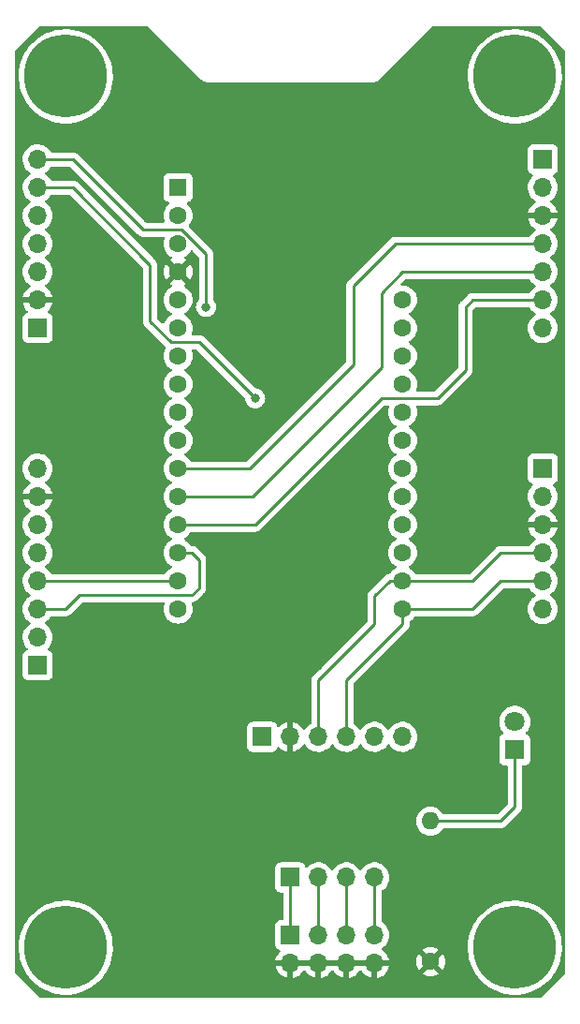
<source format=gtl>
G04 #@! TF.GenerationSoftware,KiCad,Pcbnew,(6.0.7)*
G04 #@! TF.CreationDate,2022-11-06T18:43:15-05:00*
G04 #@! TF.ProjectId,MDR_Breakout_Board,4d44525f-4272-4656-916b-6f75745f426f,rev?*
G04 #@! TF.SameCoordinates,Original*
G04 #@! TF.FileFunction,Copper,L1,Top*
G04 #@! TF.FilePolarity,Positive*
%FSLAX46Y46*%
G04 Gerber Fmt 4.6, Leading zero omitted, Abs format (unit mm)*
G04 Created by KiCad (PCBNEW (6.0.7)) date 2022-11-06 18:43:15*
%MOMM*%
%LPD*%
G01*
G04 APERTURE LIST*
G04 #@! TA.AperFunction,ComponentPad*
%ADD10C,7.500000*%
G04 #@! TD*
G04 #@! TA.AperFunction,ComponentPad*
%ADD11R,1.700000X1.700000*%
G04 #@! TD*
G04 #@! TA.AperFunction,ComponentPad*
%ADD12O,1.700000X1.700000*%
G04 #@! TD*
G04 #@! TA.AperFunction,ComponentPad*
%ADD13R,1.800000X1.800000*%
G04 #@! TD*
G04 #@! TA.AperFunction,ComponentPad*
%ADD14C,1.800000*%
G04 #@! TD*
G04 #@! TA.AperFunction,ComponentPad*
%ADD15C,1.600000*%
G04 #@! TD*
G04 #@! TA.AperFunction,ComponentPad*
%ADD16O,1.600000X1.600000*%
G04 #@! TD*
G04 #@! TA.AperFunction,ComponentPad*
%ADD17R,1.600000X1.600000*%
G04 #@! TD*
G04 #@! TA.AperFunction,ViaPad*
%ADD18C,0.800000*%
G04 #@! TD*
G04 #@! TA.AperFunction,Conductor*
%ADD19C,0.254000*%
G04 #@! TD*
G04 #@! TA.AperFunction,Conductor*
%ADD20C,0.250000*%
G04 #@! TD*
G04 APERTURE END LIST*
D10*
X142240000Y-63500000D03*
D11*
X185420000Y-98940000D03*
D12*
X185420000Y-101480000D03*
X185420000Y-104020000D03*
X185420000Y-106560000D03*
X185420000Y-109100000D03*
X185420000Y-111640000D03*
D11*
X139700000Y-86240000D03*
D12*
X139700000Y-83700000D03*
X139700000Y-81160000D03*
X139700000Y-78620000D03*
X139700000Y-76080000D03*
X139700000Y-73540000D03*
X139700000Y-71000000D03*
D10*
X182880000Y-142240000D03*
X142240000Y-142240000D03*
D11*
X139700000Y-116720000D03*
D12*
X139700000Y-114180000D03*
X139700000Y-111640000D03*
X139700000Y-109100000D03*
X139700000Y-106560000D03*
X139700000Y-104020000D03*
X139700000Y-101480000D03*
X139700000Y-98940000D03*
D11*
X160020000Y-123190000D03*
D12*
X162560000Y-123190000D03*
X165100000Y-123190000D03*
X167640000Y-123190000D03*
X170180000Y-123190000D03*
X172720000Y-123190000D03*
D13*
X182880000Y-124340000D03*
D14*
X182880000Y-121800000D03*
D11*
X162560000Y-135890000D03*
D12*
X165100000Y-135890000D03*
X167640000Y-135890000D03*
X170180000Y-135890000D03*
D15*
X175260000Y-143510000D03*
D16*
X175260000Y-130810000D03*
D11*
X185420000Y-71000000D03*
D12*
X185420000Y-73540000D03*
X185420000Y-76080000D03*
X185420000Y-78620000D03*
X185420000Y-81160000D03*
X185420000Y-83700000D03*
X185420000Y-86240000D03*
D10*
X182880000Y-63500000D03*
D11*
X162560000Y-141090000D03*
D12*
X162560000Y-143630000D03*
X165100000Y-141090000D03*
X165100000Y-143630000D03*
X167640000Y-141090000D03*
X167640000Y-143630000D03*
X170180000Y-141090000D03*
X170180000Y-143630000D03*
D17*
X152400000Y-73540000D03*
D15*
X152400000Y-76080000D03*
X152400000Y-78620000D03*
X152400000Y-81160000D03*
X152400000Y-83700000D03*
X152400000Y-86240000D03*
X152400000Y-88780000D03*
X152400000Y-91320000D03*
X152400000Y-93860000D03*
X152400000Y-96400000D03*
X152400000Y-98940000D03*
X152400000Y-101480000D03*
X152400000Y-104020000D03*
X152400000Y-106560000D03*
X152400000Y-109100000D03*
X152400000Y-111640000D03*
X172720000Y-111640000D03*
X172720000Y-109100000D03*
X172720000Y-106560000D03*
X172720000Y-104020000D03*
X172720000Y-101480000D03*
X172720000Y-98940000D03*
X172720000Y-96400000D03*
X172720000Y-93860000D03*
X172720000Y-91320000D03*
X172720000Y-88780000D03*
X172720000Y-86240000D03*
X172720000Y-83700000D03*
D18*
X154940000Y-84335000D03*
X159385000Y-92590000D03*
X147320000Y-71120000D03*
X154940000Y-116840000D03*
X139700000Y-121920000D03*
X144780000Y-68580000D03*
X175260000Y-99060000D03*
X175260000Y-88900000D03*
X149860000Y-73660000D03*
X167640000Y-127000000D03*
X157480000Y-139700000D03*
X154940000Y-129540000D03*
X142240000Y-101600000D03*
X162560000Y-88900000D03*
X175260000Y-96520000D03*
X142240000Y-93980000D03*
X177800000Y-101600000D03*
X149860000Y-142240000D03*
X144780000Y-71120000D03*
X165100000Y-127000000D03*
X157480000Y-109220000D03*
X165100000Y-86360000D03*
X142240000Y-121920000D03*
X162560000Y-114300000D03*
X162560000Y-81280000D03*
X152400000Y-142240000D03*
X144780000Y-91440000D03*
X157480000Y-114300000D03*
X160020000Y-81280000D03*
X157480000Y-83820000D03*
X157480000Y-134620000D03*
X144780000Y-104140000D03*
X182880000Y-104140000D03*
X157480000Y-132080000D03*
X144780000Y-99060000D03*
X139700000Y-124460000D03*
X154940000Y-137160000D03*
X177800000Y-99060000D03*
X165100000Y-83820000D03*
X157480000Y-116840000D03*
X160020000Y-143510000D03*
X170180000Y-127000000D03*
X147320000Y-73660000D03*
X154940000Y-127000000D03*
X144780000Y-124460000D03*
X177800000Y-116840000D03*
X149860000Y-137160000D03*
X160020000Y-86360000D03*
X177800000Y-93980000D03*
X157480000Y-81280000D03*
X180340000Y-104140000D03*
X142240000Y-91440000D03*
X149860000Y-139700000D03*
X165100000Y-116840000D03*
X165100000Y-81280000D03*
X160020000Y-127000000D03*
X157480000Y-111760000D03*
X170180000Y-129540000D03*
X160020000Y-78740000D03*
X157480000Y-137160000D03*
X157480000Y-88900000D03*
X157480000Y-86360000D03*
X162560000Y-109220000D03*
X149860000Y-71120000D03*
X177800000Y-119380000D03*
X165100000Y-129540000D03*
X160020000Y-88900000D03*
X147320000Y-68580000D03*
X162560000Y-78740000D03*
X175260000Y-114300000D03*
X160020000Y-129540000D03*
X160020000Y-83820000D03*
X142240000Y-96520000D03*
X152400000Y-137160000D03*
X160020000Y-111760000D03*
X144780000Y-93980000D03*
X162560000Y-83820000D03*
X175260000Y-83820000D03*
X149860000Y-68580000D03*
X180340000Y-114300000D03*
X175260000Y-86360000D03*
X160020000Y-114300000D03*
X157480000Y-106680000D03*
X162560000Y-116840000D03*
X182880000Y-76200000D03*
X154940000Y-114300000D03*
X154940000Y-139700000D03*
X142240000Y-88900000D03*
X177800000Y-114300000D03*
X167640000Y-129540000D03*
X157480000Y-78740000D03*
X160020000Y-109220000D03*
X180340000Y-116840000D03*
X142240000Y-119380000D03*
X172720000Y-143510000D03*
X175260000Y-93980000D03*
X175260000Y-116840000D03*
X177800000Y-96520000D03*
X162560000Y-86360000D03*
X165100000Y-114300000D03*
X180340000Y-99060000D03*
X144780000Y-96520000D03*
X157480000Y-127000000D03*
X142240000Y-83820000D03*
X180340000Y-101600000D03*
X152400000Y-139700000D03*
X160020000Y-106680000D03*
X165100000Y-78740000D03*
X157480000Y-129540000D03*
X162560000Y-129540000D03*
X175260000Y-119380000D03*
X144780000Y-101600000D03*
X162560000Y-127000000D03*
X144780000Y-88900000D03*
X160020000Y-116840000D03*
X142240000Y-124460000D03*
D19*
X172720000Y-113030000D02*
X172720000Y-111640000D01*
X158870000Y-98940000D02*
X168275000Y-89535000D01*
X168275000Y-82430000D02*
X172085000Y-78620000D01*
X152400000Y-98940000D02*
X158870000Y-98940000D01*
X168275000Y-89535000D02*
X168275000Y-82430000D01*
X172085000Y-78620000D02*
X185420000Y-78620000D01*
X170815000Y-83065000D02*
X172720000Y-81160000D01*
X159127500Y-101480000D02*
X170815000Y-89792500D01*
X172720000Y-81160000D02*
X185420000Y-81160000D01*
X170815000Y-89792500D02*
X170815000Y-83065000D01*
X152400000Y-101480000D02*
X159127500Y-101480000D01*
X179070000Y-83700000D02*
X178435000Y-84335000D01*
X170815000Y-92590000D02*
X159385000Y-104020000D01*
X185420000Y-83700000D02*
X179070000Y-83700000D01*
X159385000Y-104020000D02*
X152400000Y-104020000D01*
X178435000Y-90050000D02*
X175895000Y-92590000D01*
X175895000Y-92590000D02*
X170815000Y-92590000D01*
X178435000Y-84335000D02*
X178435000Y-90050000D01*
X143510000Y-110370000D02*
X142240000Y-111640000D01*
X153670000Y-106560000D02*
X154305000Y-107195000D01*
X152400000Y-106560000D02*
X153670000Y-106560000D01*
X154305000Y-107195000D02*
X154305000Y-109735000D01*
X153670000Y-110370000D02*
X143510000Y-110370000D01*
X142240000Y-111640000D02*
X139700000Y-111640000D01*
X154305000Y-109735000D02*
X153670000Y-110370000D01*
X139700000Y-109100000D02*
X152400000Y-109100000D01*
X172720000Y-111640000D02*
X179070000Y-111640000D01*
X142875000Y-71000000D02*
X139700000Y-71000000D01*
X181610000Y-109100000D02*
X185420000Y-109100000D01*
X167640000Y-123190000D02*
X167640000Y-118110000D01*
X167640000Y-118110000D02*
X172720000Y-113030000D01*
X152723819Y-77350000D02*
X149225000Y-77350000D01*
X149225000Y-77350000D02*
X142875000Y-71000000D01*
X179070000Y-111640000D02*
X181610000Y-109100000D01*
X154940000Y-84335000D02*
X154940000Y-79566181D01*
X154940000Y-79566181D02*
X152723819Y-77350000D01*
X142875000Y-73540000D02*
X139700000Y-73540000D01*
X149860000Y-80525000D02*
X142875000Y-73540000D01*
X149860000Y-85605000D02*
X149860000Y-80525000D01*
X172720000Y-109100000D02*
X179070000Y-109100000D01*
X170180000Y-113030000D02*
X170180000Y-110490000D01*
X154305000Y-87510000D02*
X151765000Y-87510000D01*
X151765000Y-87510000D02*
X149860000Y-85605000D01*
X159385000Y-92590000D02*
X154305000Y-87510000D01*
X170180000Y-110490000D02*
X171570000Y-109100000D01*
X165100000Y-118110000D02*
X170180000Y-113030000D01*
X165100000Y-123190000D02*
X165100000Y-118110000D01*
X181610000Y-106560000D02*
X185420000Y-106560000D01*
X179070000Y-109100000D02*
X181610000Y-106560000D01*
X171570000Y-109100000D02*
X172720000Y-109100000D01*
D20*
X175260000Y-130810000D02*
X181610000Y-130810000D01*
X182880000Y-129540000D02*
X182880000Y-124340000D01*
X181610000Y-130810000D02*
X182880000Y-129540000D01*
X162560000Y-135890000D02*
X162560000Y-141090000D01*
X165100000Y-135890000D02*
X165100000Y-141090000D01*
X167640000Y-135890000D02*
X167640000Y-141090000D01*
X170180000Y-135890000D02*
X170180000Y-141090000D01*
G04 #@! TA.AperFunction,Conductor*
G36*
X149665304Y-58948502D02*
G01*
X149686278Y-58965405D01*
X154530177Y-63809304D01*
X154537800Y-63818844D01*
X154538168Y-63818530D01*
X154543986Y-63825366D01*
X154548776Y-63832958D01*
X154555504Y-63838900D01*
X154589125Y-63868593D01*
X154594812Y-63873939D01*
X154606255Y-63885382D01*
X154613020Y-63890452D01*
X154614630Y-63891659D01*
X154622459Y-63898033D01*
X154657951Y-63929378D01*
X154666074Y-63933192D01*
X154668562Y-63934826D01*
X154683523Y-63943814D01*
X154686108Y-63945229D01*
X154693295Y-63950616D01*
X154737642Y-63967241D01*
X154746958Y-63971167D01*
X154789800Y-63991281D01*
X154798669Y-63992662D01*
X154801502Y-63993528D01*
X154818389Y-63997958D01*
X154821274Y-63998592D01*
X154829684Y-64001745D01*
X154858842Y-64003912D01*
X154876906Y-64005254D01*
X154886952Y-64006408D01*
X154895575Y-64007751D01*
X154895578Y-64007751D01*
X154900386Y-64008500D01*
X154915906Y-64008500D01*
X154925243Y-64008846D01*
X154974941Y-64012539D01*
X154983720Y-64010665D01*
X154991978Y-64010102D01*
X155007161Y-64008500D01*
X170108928Y-64008500D01*
X170121058Y-64009855D01*
X170121097Y-64009373D01*
X170130044Y-64010093D01*
X170138800Y-64012074D01*
X170192508Y-64008742D01*
X170200310Y-64008500D01*
X170216513Y-64008500D01*
X170225429Y-64007223D01*
X170226878Y-64007016D01*
X170236928Y-64005987D01*
X170275216Y-64003611D01*
X170284177Y-64003055D01*
X170292623Y-64000006D01*
X170295514Y-63999407D01*
X170312480Y-63995178D01*
X170315305Y-63994352D01*
X170324187Y-63993080D01*
X170367298Y-63973478D01*
X170376649Y-63969672D01*
X170412735Y-63956645D01*
X170421181Y-63953596D01*
X170428429Y-63948301D01*
X170431027Y-63946920D01*
X170446145Y-63938085D01*
X170448614Y-63936506D01*
X170456782Y-63932792D01*
X170492653Y-63901884D01*
X170500569Y-63895599D01*
X170507615Y-63890452D01*
X170507620Y-63890447D01*
X170511552Y-63887575D01*
X170522527Y-63876600D01*
X170529375Y-63870242D01*
X170560323Y-63843576D01*
X170560324Y-63843575D01*
X170567127Y-63837713D01*
X170572011Y-63830178D01*
X170577458Y-63823934D01*
X170587058Y-63812069D01*
X171033041Y-63366086D01*
X178618775Y-63366086D01*
X178625084Y-63767697D01*
X178669160Y-64166932D01*
X178750611Y-64560247D01*
X178868716Y-64944151D01*
X179022425Y-65315237D01*
X179210374Y-65670211D01*
X179211999Y-65672685D01*
X179212005Y-65672695D01*
X179423199Y-65994207D01*
X179430894Y-66005922D01*
X179682030Y-66319390D01*
X179684094Y-66321520D01*
X179684102Y-66321529D01*
X179893220Y-66537321D01*
X179961550Y-66607833D01*
X180266976Y-66868691D01*
X180595594Y-67099648D01*
X180771952Y-67200241D01*
X180941913Y-67297185D01*
X180941918Y-67297188D01*
X180944489Y-67298654D01*
X181310564Y-67463943D01*
X181690569Y-67594048D01*
X181693443Y-67594738D01*
X181693450Y-67594740D01*
X182078253Y-67687123D01*
X182078257Y-67687124D01*
X182081132Y-67687814D01*
X182084065Y-67688231D01*
X182084068Y-67688232D01*
X182215313Y-67706911D01*
X182478785Y-67744408D01*
X182880000Y-67763329D01*
X183281215Y-67744408D01*
X183544687Y-67706911D01*
X183675932Y-67688232D01*
X183675935Y-67688231D01*
X183678868Y-67687814D01*
X183681743Y-67687124D01*
X183681747Y-67687123D01*
X184066550Y-67594740D01*
X184066557Y-67594738D01*
X184069431Y-67594048D01*
X184449436Y-67463943D01*
X184815511Y-67298654D01*
X184818082Y-67297188D01*
X184818087Y-67297185D01*
X184988048Y-67200241D01*
X185164406Y-67099648D01*
X185493024Y-66868691D01*
X185798450Y-66607833D01*
X185866780Y-66537321D01*
X186075898Y-66321529D01*
X186075906Y-66321520D01*
X186077970Y-66319390D01*
X186329106Y-66005922D01*
X186336801Y-65994207D01*
X186547995Y-65672695D01*
X186548001Y-65672685D01*
X186549626Y-65670211D01*
X186737575Y-65315237D01*
X186891284Y-64944151D01*
X187009389Y-64560247D01*
X187090840Y-64166932D01*
X187108154Y-64010102D01*
X187134645Y-63770153D01*
X187134645Y-63770149D01*
X187134916Y-63767697D01*
X187134993Y-63765244D01*
X187134994Y-63765231D01*
X187143251Y-63502468D01*
X187143329Y-63500000D01*
X187124408Y-63098785D01*
X187067814Y-62701132D01*
X186974048Y-62310569D01*
X186843943Y-61930564D01*
X186678654Y-61564489D01*
X186609695Y-61443590D01*
X186481113Y-61218163D01*
X186479648Y-61215594D01*
X186248691Y-60886976D01*
X185987833Y-60581550D01*
X185886530Y-60483381D01*
X185701529Y-60304102D01*
X185701520Y-60304094D01*
X185699390Y-60302030D01*
X185385922Y-60050894D01*
X185374207Y-60043199D01*
X185052695Y-59832005D01*
X185052685Y-59831999D01*
X185050211Y-59830374D01*
X184695237Y-59642425D01*
X184324151Y-59488716D01*
X183940247Y-59370611D01*
X183937344Y-59370010D01*
X183937337Y-59370008D01*
X183549851Y-59289764D01*
X183549841Y-59289762D01*
X183546932Y-59289160D01*
X183147697Y-59245084D01*
X183144716Y-59245037D01*
X183144713Y-59245037D01*
X183032454Y-59243274D01*
X182746086Y-59238775D01*
X182743142Y-59239007D01*
X182743132Y-59239007D01*
X182358775Y-59269257D01*
X182345663Y-59270289D01*
X181949984Y-59339346D01*
X181947117Y-59340130D01*
X181947105Y-59340133D01*
X181565423Y-59444549D01*
X181565413Y-59444552D01*
X181562559Y-59445333D01*
X181559795Y-59446377D01*
X181559784Y-59446381D01*
X181189601Y-59586262D01*
X181186828Y-59587310D01*
X180826126Y-59764016D01*
X180823591Y-59765569D01*
X180823590Y-59765570D01*
X180715178Y-59832005D01*
X180483654Y-59973883D01*
X180162452Y-60215049D01*
X179865371Y-60485371D01*
X179595049Y-60782452D01*
X179353883Y-61103654D01*
X179144016Y-61446126D01*
X179142704Y-61448805D01*
X179142703Y-61448806D01*
X179086031Y-61564489D01*
X178967310Y-61806828D01*
X178966263Y-61809598D01*
X178966262Y-61809601D01*
X178826381Y-62179784D01*
X178826377Y-62179795D01*
X178825333Y-62182559D01*
X178824552Y-62185413D01*
X178824549Y-62185423D01*
X178720133Y-62567105D01*
X178720130Y-62567117D01*
X178719346Y-62569984D01*
X178650289Y-62965663D01*
X178650057Y-62968611D01*
X178640044Y-63095843D01*
X178618775Y-63366086D01*
X171033041Y-63366086D01*
X175433722Y-58965405D01*
X175496034Y-58931379D01*
X175522817Y-58928500D01*
X185157183Y-58928500D01*
X185225304Y-58948502D01*
X185246278Y-58965405D01*
X187414595Y-61133723D01*
X187448621Y-61196035D01*
X187451500Y-61222818D01*
X187451500Y-144517182D01*
X187431498Y-144585303D01*
X187414595Y-144606277D01*
X185246278Y-146774595D01*
X185183966Y-146808620D01*
X185157183Y-146811500D01*
X139962818Y-146811500D01*
X139894697Y-146791498D01*
X139873723Y-146774595D01*
X137705405Y-144606278D01*
X137671380Y-144543966D01*
X137668500Y-144517183D01*
X137668500Y-142106086D01*
X137978775Y-142106086D01*
X137981957Y-142308642D01*
X137984846Y-142492520D01*
X137985084Y-142507697D01*
X138029160Y-142906932D01*
X138029762Y-142909841D01*
X138029764Y-142909851D01*
X138105732Y-143276688D01*
X138110611Y-143300247D01*
X138111484Y-143303083D01*
X138111484Y-143303085D01*
X138132872Y-143372607D01*
X138228716Y-143684151D01*
X138382425Y-144055237D01*
X138570374Y-144410211D01*
X138571999Y-144412685D01*
X138572005Y-144412695D01*
X138699165Y-144606278D01*
X138790894Y-144745922D01*
X138914487Y-144900191D01*
X139039941Y-145056782D01*
X139042030Y-145059390D01*
X139044094Y-145061520D01*
X139044102Y-145061529D01*
X139158778Y-145179865D01*
X139321550Y-145347833D01*
X139626976Y-145608691D01*
X139955594Y-145839648D01*
X140131952Y-145940241D01*
X140301913Y-146037185D01*
X140301918Y-146037188D01*
X140304489Y-146038654D01*
X140670564Y-146203943D01*
X141050569Y-146334048D01*
X141053443Y-146334738D01*
X141053450Y-146334740D01*
X141438253Y-146427123D01*
X141438257Y-146427124D01*
X141441132Y-146427814D01*
X141444065Y-146428231D01*
X141444068Y-146428232D01*
X141575313Y-146446911D01*
X141838785Y-146484408D01*
X142240000Y-146503329D01*
X142641215Y-146484408D01*
X142904687Y-146446911D01*
X143035932Y-146428232D01*
X143035935Y-146428231D01*
X143038868Y-146427814D01*
X143041743Y-146427124D01*
X143041747Y-146427123D01*
X143426550Y-146334740D01*
X143426557Y-146334738D01*
X143429431Y-146334048D01*
X143809436Y-146203943D01*
X144175511Y-146038654D01*
X144178082Y-146037188D01*
X144178087Y-146037185D01*
X144348048Y-145940241D01*
X144524406Y-145839648D01*
X144853024Y-145608691D01*
X145158450Y-145347833D01*
X145321222Y-145179865D01*
X145435898Y-145061529D01*
X145435906Y-145061520D01*
X145437970Y-145059390D01*
X145440060Y-145056782D01*
X145565513Y-144900191D01*
X145689106Y-144745922D01*
X145780835Y-144606278D01*
X145907995Y-144412695D01*
X145908001Y-144412685D01*
X145909626Y-144410211D01*
X146097575Y-144055237D01*
X146162719Y-143897966D01*
X161228257Y-143897966D01*
X161258565Y-144032446D01*
X161261645Y-144042275D01*
X161341770Y-144239603D01*
X161346413Y-144248794D01*
X161457694Y-144430388D01*
X161463777Y-144438699D01*
X161603213Y-144599667D01*
X161610580Y-144606883D01*
X161774434Y-144742916D01*
X161782881Y-144748831D01*
X161966756Y-144856279D01*
X161976042Y-144860729D01*
X162175001Y-144936703D01*
X162184899Y-144939579D01*
X162288250Y-144960606D01*
X162302299Y-144959410D01*
X162306000Y-144949065D01*
X162306000Y-144948517D01*
X162814000Y-144948517D01*
X162818064Y-144962359D01*
X162831478Y-144964393D01*
X162838184Y-144963534D01*
X162848262Y-144961392D01*
X163052255Y-144900191D01*
X163061842Y-144896433D01*
X163253095Y-144802739D01*
X163261945Y-144797464D01*
X163435328Y-144673792D01*
X163443200Y-144667139D01*
X163594052Y-144516812D01*
X163600730Y-144508965D01*
X163728022Y-144331819D01*
X163729147Y-144332627D01*
X163776669Y-144288876D01*
X163846607Y-144276661D01*
X163912046Y-144304197D01*
X163939870Y-144336028D01*
X163997690Y-144430383D01*
X164003777Y-144438699D01*
X164143213Y-144599667D01*
X164150580Y-144606883D01*
X164314434Y-144742916D01*
X164322881Y-144748831D01*
X164506756Y-144856279D01*
X164516042Y-144860729D01*
X164715001Y-144936703D01*
X164724899Y-144939579D01*
X164828250Y-144960606D01*
X164842299Y-144959410D01*
X164846000Y-144949065D01*
X164846000Y-144948517D01*
X165354000Y-144948517D01*
X165358064Y-144962359D01*
X165371478Y-144964393D01*
X165378184Y-144963534D01*
X165388262Y-144961392D01*
X165592255Y-144900191D01*
X165601842Y-144896433D01*
X165793095Y-144802739D01*
X165801945Y-144797464D01*
X165975328Y-144673792D01*
X165983200Y-144667139D01*
X166134052Y-144516812D01*
X166140730Y-144508965D01*
X166268022Y-144331819D01*
X166269147Y-144332627D01*
X166316669Y-144288876D01*
X166386607Y-144276661D01*
X166452046Y-144304197D01*
X166479870Y-144336028D01*
X166537690Y-144430383D01*
X166543777Y-144438699D01*
X166683213Y-144599667D01*
X166690580Y-144606883D01*
X166854434Y-144742916D01*
X166862881Y-144748831D01*
X167046756Y-144856279D01*
X167056042Y-144860729D01*
X167255001Y-144936703D01*
X167264899Y-144939579D01*
X167368250Y-144960606D01*
X167382299Y-144959410D01*
X167386000Y-144949065D01*
X167386000Y-144948517D01*
X167894000Y-144948517D01*
X167898064Y-144962359D01*
X167911478Y-144964393D01*
X167918184Y-144963534D01*
X167928262Y-144961392D01*
X168132255Y-144900191D01*
X168141842Y-144896433D01*
X168333095Y-144802739D01*
X168341945Y-144797464D01*
X168515328Y-144673792D01*
X168523200Y-144667139D01*
X168674052Y-144516812D01*
X168680730Y-144508965D01*
X168808022Y-144331819D01*
X168809147Y-144332627D01*
X168856669Y-144288876D01*
X168926607Y-144276661D01*
X168992046Y-144304197D01*
X169019870Y-144336028D01*
X169077690Y-144430383D01*
X169083777Y-144438699D01*
X169223213Y-144599667D01*
X169230580Y-144606883D01*
X169394434Y-144742916D01*
X169402881Y-144748831D01*
X169586756Y-144856279D01*
X169596042Y-144860729D01*
X169795001Y-144936703D01*
X169804899Y-144939579D01*
X169908250Y-144960606D01*
X169922299Y-144959410D01*
X169926000Y-144949065D01*
X169926000Y-144948517D01*
X170434000Y-144948517D01*
X170438064Y-144962359D01*
X170451478Y-144964393D01*
X170458184Y-144963534D01*
X170468262Y-144961392D01*
X170672255Y-144900191D01*
X170681842Y-144896433D01*
X170873095Y-144802739D01*
X170881945Y-144797464D01*
X171055328Y-144673792D01*
X171063200Y-144667139D01*
X171134525Y-144596062D01*
X174538493Y-144596062D01*
X174547789Y-144608077D01*
X174598994Y-144643931D01*
X174608489Y-144649414D01*
X174805947Y-144741490D01*
X174816239Y-144745236D01*
X175026688Y-144801625D01*
X175037481Y-144803528D01*
X175254525Y-144822517D01*
X175265475Y-144822517D01*
X175482519Y-144803528D01*
X175493312Y-144801625D01*
X175703761Y-144745236D01*
X175714053Y-144741490D01*
X175911511Y-144649414D01*
X175921006Y-144643931D01*
X175973048Y-144607491D01*
X175981424Y-144597012D01*
X175974356Y-144583566D01*
X175272812Y-143882022D01*
X175258868Y-143874408D01*
X175257035Y-143874539D01*
X175250420Y-143878790D01*
X174544923Y-144584287D01*
X174538493Y-144596062D01*
X171134525Y-144596062D01*
X171214052Y-144516812D01*
X171220730Y-144508965D01*
X171345003Y-144336020D01*
X171350313Y-144327183D01*
X171444670Y-144136267D01*
X171448469Y-144126672D01*
X171510377Y-143922910D01*
X171512555Y-143912837D01*
X171513986Y-143901962D01*
X171511775Y-143887778D01*
X171498617Y-143884000D01*
X170452115Y-143884000D01*
X170436876Y-143888475D01*
X170435671Y-143889865D01*
X170434000Y-143897548D01*
X170434000Y-144948517D01*
X169926000Y-144948517D01*
X169926000Y-143902115D01*
X169921525Y-143886876D01*
X169920135Y-143885671D01*
X169912452Y-143884000D01*
X167912115Y-143884000D01*
X167896876Y-143888475D01*
X167895671Y-143889865D01*
X167894000Y-143897548D01*
X167894000Y-144948517D01*
X167386000Y-144948517D01*
X167386000Y-143902115D01*
X167381525Y-143886876D01*
X167380135Y-143885671D01*
X167372452Y-143884000D01*
X165372115Y-143884000D01*
X165356876Y-143888475D01*
X165355671Y-143889865D01*
X165354000Y-143897548D01*
X165354000Y-144948517D01*
X164846000Y-144948517D01*
X164846000Y-143902115D01*
X164841525Y-143886876D01*
X164840135Y-143885671D01*
X164832452Y-143884000D01*
X162832115Y-143884000D01*
X162816876Y-143888475D01*
X162815671Y-143889865D01*
X162814000Y-143897548D01*
X162814000Y-144948517D01*
X162306000Y-144948517D01*
X162306000Y-143902115D01*
X162301525Y-143886876D01*
X162300135Y-143885671D01*
X162292452Y-143884000D01*
X161243225Y-143884000D01*
X161229694Y-143887973D01*
X161228257Y-143897966D01*
X146162719Y-143897966D01*
X146251284Y-143684151D01*
X146303176Y-143515475D01*
X173947483Y-143515475D01*
X173966472Y-143732519D01*
X173968375Y-143743312D01*
X174024764Y-143953761D01*
X174028510Y-143964053D01*
X174120586Y-144161511D01*
X174126069Y-144171006D01*
X174162509Y-144223048D01*
X174172988Y-144231424D01*
X174186434Y-144224356D01*
X174887978Y-143522812D01*
X174894356Y-143511132D01*
X175624408Y-143511132D01*
X175624539Y-143512965D01*
X175628790Y-143519580D01*
X176334287Y-144225077D01*
X176346062Y-144231507D01*
X176358077Y-144222211D01*
X176393931Y-144171006D01*
X176399414Y-144161511D01*
X176491490Y-143964053D01*
X176495236Y-143953761D01*
X176551625Y-143743312D01*
X176553528Y-143732519D01*
X176572517Y-143515475D01*
X176572517Y-143504525D01*
X176553528Y-143287481D01*
X176551625Y-143276688D01*
X176495236Y-143066239D01*
X176491490Y-143055947D01*
X176399414Y-142858489D01*
X176393931Y-142848994D01*
X176357491Y-142796952D01*
X176347012Y-142788576D01*
X176333566Y-142795644D01*
X175632022Y-143497188D01*
X175624408Y-143511132D01*
X174894356Y-143511132D01*
X174895592Y-143508868D01*
X174895461Y-143507035D01*
X174891210Y-143500420D01*
X174185713Y-142794923D01*
X174173938Y-142788493D01*
X174161923Y-142797789D01*
X174126069Y-142848994D01*
X174120586Y-142858489D01*
X174028510Y-143055947D01*
X174024764Y-143066239D01*
X173968375Y-143276688D01*
X173966472Y-143287481D01*
X173947483Y-143504525D01*
X173947483Y-143515475D01*
X146303176Y-143515475D01*
X146347128Y-143372607D01*
X146368516Y-143303085D01*
X146368516Y-143303083D01*
X146369389Y-143300247D01*
X146374268Y-143276688D01*
X146450236Y-142909851D01*
X146450238Y-142909841D01*
X146450840Y-142906932D01*
X146480614Y-142637240D01*
X146494645Y-142510153D01*
X146494645Y-142510149D01*
X146494916Y-142507697D01*
X146494993Y-142505244D01*
X146494994Y-142505231D01*
X146499801Y-142352245D01*
X146503329Y-142240000D01*
X146491451Y-141988134D01*
X161201500Y-141988134D01*
X161208255Y-142050316D01*
X161259385Y-142186705D01*
X161346739Y-142303261D01*
X161463295Y-142390615D01*
X161471704Y-142393767D01*
X161471705Y-142393768D01*
X161580960Y-142434726D01*
X161637725Y-142477367D01*
X161662425Y-142543929D01*
X161647218Y-142613278D01*
X161627825Y-142639759D01*
X161504590Y-142768717D01*
X161498104Y-142776727D01*
X161378098Y-142952649D01*
X161373000Y-142961623D01*
X161283338Y-143154783D01*
X161279775Y-143164470D01*
X161224389Y-143364183D01*
X161225912Y-143372607D01*
X161238292Y-143376000D01*
X171498344Y-143376000D01*
X171511875Y-143372027D01*
X171513180Y-143362947D01*
X171471214Y-143195875D01*
X171467894Y-143186124D01*
X171382972Y-142990814D01*
X171378105Y-142981739D01*
X171262426Y-142802926D01*
X171256136Y-142794757D01*
X171112806Y-142637240D01*
X171105273Y-142630215D01*
X170938139Y-142498222D01*
X170929556Y-142492520D01*
X170892602Y-142472120D01*
X170843920Y-142422988D01*
X174538576Y-142422988D01*
X174545644Y-142436434D01*
X175247188Y-143137978D01*
X175261132Y-143145592D01*
X175262965Y-143145461D01*
X175269580Y-143141210D01*
X175975077Y-142435713D01*
X175981507Y-142423938D01*
X175972211Y-142411923D01*
X175921006Y-142376069D01*
X175911511Y-142370586D01*
X175714053Y-142278510D01*
X175703761Y-142274764D01*
X175493312Y-142218375D01*
X175482519Y-142216472D01*
X175265475Y-142197483D01*
X175254525Y-142197483D01*
X175037481Y-142216472D01*
X175026688Y-142218375D01*
X174816239Y-142274764D01*
X174805947Y-142278510D01*
X174608489Y-142370586D01*
X174598994Y-142376069D01*
X174546952Y-142412509D01*
X174538576Y-142422988D01*
X170843920Y-142422988D01*
X170842631Y-142421687D01*
X170827859Y-142352245D01*
X170852975Y-142285839D01*
X170880327Y-142259232D01*
X170907289Y-142240000D01*
X171059860Y-142131173D01*
X171082053Y-142109058D01*
X171085035Y-142106086D01*
X178618775Y-142106086D01*
X178621957Y-142308642D01*
X178624846Y-142492520D01*
X178625084Y-142507697D01*
X178669160Y-142906932D01*
X178669762Y-142909841D01*
X178669764Y-142909851D01*
X178745732Y-143276688D01*
X178750611Y-143300247D01*
X178751484Y-143303083D01*
X178751484Y-143303085D01*
X178772872Y-143372607D01*
X178868716Y-143684151D01*
X179022425Y-144055237D01*
X179210374Y-144410211D01*
X179211999Y-144412685D01*
X179212005Y-144412695D01*
X179339165Y-144606278D01*
X179430894Y-144745922D01*
X179554487Y-144900191D01*
X179679941Y-145056782D01*
X179682030Y-145059390D01*
X179684094Y-145061520D01*
X179684102Y-145061529D01*
X179798778Y-145179865D01*
X179961550Y-145347833D01*
X180266976Y-145608691D01*
X180595594Y-145839648D01*
X180771952Y-145940241D01*
X180941913Y-146037185D01*
X180941918Y-146037188D01*
X180944489Y-146038654D01*
X181310564Y-146203943D01*
X181690569Y-146334048D01*
X181693443Y-146334738D01*
X181693450Y-146334740D01*
X182078253Y-146427123D01*
X182078257Y-146427124D01*
X182081132Y-146427814D01*
X182084065Y-146428231D01*
X182084068Y-146428232D01*
X182215313Y-146446911D01*
X182478785Y-146484408D01*
X182880000Y-146503329D01*
X183281215Y-146484408D01*
X183544687Y-146446911D01*
X183675932Y-146428232D01*
X183675935Y-146428231D01*
X183678868Y-146427814D01*
X183681743Y-146427124D01*
X183681747Y-146427123D01*
X184066550Y-146334740D01*
X184066557Y-146334738D01*
X184069431Y-146334048D01*
X184449436Y-146203943D01*
X184815511Y-146038654D01*
X184818082Y-146037188D01*
X184818087Y-146037185D01*
X184988048Y-145940241D01*
X185164406Y-145839648D01*
X185493024Y-145608691D01*
X185798450Y-145347833D01*
X185961222Y-145179865D01*
X186075898Y-145061529D01*
X186075906Y-145061520D01*
X186077970Y-145059390D01*
X186080060Y-145056782D01*
X186205513Y-144900191D01*
X186329106Y-144745922D01*
X186420835Y-144606278D01*
X186547995Y-144412695D01*
X186548001Y-144412685D01*
X186549626Y-144410211D01*
X186737575Y-144055237D01*
X186891284Y-143684151D01*
X186987128Y-143372607D01*
X187008516Y-143303085D01*
X187008516Y-143303083D01*
X187009389Y-143300247D01*
X187014268Y-143276688D01*
X187090236Y-142909851D01*
X187090238Y-142909841D01*
X187090840Y-142906932D01*
X187120614Y-142637240D01*
X187134645Y-142510153D01*
X187134645Y-142510149D01*
X187134916Y-142507697D01*
X187134993Y-142505244D01*
X187134994Y-142505231D01*
X187139801Y-142352245D01*
X187143329Y-142240000D01*
X187124408Y-141838785D01*
X187067814Y-141441132D01*
X187052674Y-141378069D01*
X186974740Y-141053450D01*
X186974738Y-141053443D01*
X186974048Y-141050569D01*
X186843943Y-140670564D01*
X186678654Y-140304489D01*
X186650117Y-140254457D01*
X186481113Y-139958163D01*
X186479648Y-139955594D01*
X186248691Y-139626976D01*
X185987833Y-139321550D01*
X185886530Y-139223381D01*
X185701529Y-139044102D01*
X185701520Y-139044094D01*
X185699390Y-139042030D01*
X185385922Y-138790894D01*
X185374207Y-138783199D01*
X185052695Y-138572005D01*
X185052685Y-138571999D01*
X185050211Y-138570374D01*
X184695237Y-138382425D01*
X184324151Y-138228716D01*
X183940247Y-138110611D01*
X183937344Y-138110010D01*
X183937337Y-138110008D01*
X183549851Y-138029764D01*
X183549841Y-138029762D01*
X183546932Y-138029160D01*
X183147697Y-137985084D01*
X183144716Y-137985037D01*
X183144713Y-137985037D01*
X183032454Y-137983274D01*
X182746086Y-137978775D01*
X182743142Y-137979007D01*
X182743132Y-137979007D01*
X182358775Y-138009257D01*
X182345663Y-138010289D01*
X181949984Y-138079346D01*
X181947117Y-138080130D01*
X181947105Y-138080133D01*
X181565423Y-138184549D01*
X181565413Y-138184552D01*
X181562559Y-138185333D01*
X181559795Y-138186377D01*
X181559784Y-138186381D01*
X181189601Y-138326262D01*
X181186828Y-138327310D01*
X180826126Y-138504016D01*
X180823591Y-138505569D01*
X180823590Y-138505570D01*
X180715178Y-138572005D01*
X180483654Y-138713883D01*
X180162452Y-138955049D01*
X179865371Y-139225371D01*
X179595049Y-139522452D01*
X179353883Y-139843654D01*
X179248950Y-140014890D01*
X179173790Y-140137540D01*
X179144016Y-140186126D01*
X179142704Y-140188805D01*
X179142703Y-140188806D01*
X179018277Y-140442792D01*
X178967310Y-140546828D01*
X178966263Y-140549598D01*
X178966262Y-140549601D01*
X178826381Y-140919784D01*
X178826377Y-140919795D01*
X178825333Y-140922559D01*
X178824552Y-140925413D01*
X178824549Y-140925423D01*
X178720133Y-141307105D01*
X178720130Y-141307117D01*
X178719346Y-141309984D01*
X178650289Y-141705663D01*
X178650057Y-141708611D01*
X178621664Y-142069382D01*
X178618775Y-142106086D01*
X171085035Y-142106086D01*
X171203616Y-141987918D01*
X171218096Y-141973489D01*
X171348453Y-141792077D01*
X171369320Y-141749857D01*
X171445136Y-141596453D01*
X171445137Y-141596451D01*
X171447430Y-141591811D01*
X171512370Y-141378069D01*
X171541529Y-141156590D01*
X171543156Y-141090000D01*
X171524852Y-140867361D01*
X171470431Y-140650702D01*
X171381354Y-140445840D01*
X171289910Y-140304489D01*
X171262822Y-140262617D01*
X171262820Y-140262614D01*
X171260014Y-140258277D01*
X171109670Y-140093051D01*
X171105619Y-140089852D01*
X171105615Y-140089848D01*
X170938414Y-139957800D01*
X170938410Y-139957798D01*
X170934359Y-139954598D01*
X170929835Y-139952101D01*
X170929831Y-139952098D01*
X170878608Y-139923822D01*
X170828636Y-139873390D01*
X170813500Y-139813513D01*
X170813500Y-137170427D01*
X170833502Y-137102306D01*
X170874618Y-137062550D01*
X170877994Y-137060896D01*
X171059860Y-136931173D01*
X171218096Y-136773489D01*
X171348453Y-136592077D01*
X171369320Y-136549857D01*
X171445136Y-136396453D01*
X171445137Y-136396451D01*
X171447430Y-136391811D01*
X171512370Y-136178069D01*
X171541529Y-135956590D01*
X171543156Y-135890000D01*
X171524852Y-135667361D01*
X171470431Y-135450702D01*
X171381354Y-135245840D01*
X171260014Y-135058277D01*
X171109670Y-134893051D01*
X171105619Y-134889852D01*
X171105615Y-134889848D01*
X170938414Y-134757800D01*
X170938410Y-134757798D01*
X170934359Y-134754598D01*
X170738789Y-134646638D01*
X170733920Y-134644914D01*
X170733916Y-134644912D01*
X170533087Y-134573795D01*
X170533083Y-134573794D01*
X170528212Y-134572069D01*
X170523119Y-134571162D01*
X170523116Y-134571161D01*
X170313373Y-134533800D01*
X170313367Y-134533799D01*
X170308284Y-134532894D01*
X170234452Y-134531992D01*
X170090081Y-134530228D01*
X170090079Y-134530228D01*
X170084911Y-134530165D01*
X169864091Y-134563955D01*
X169651756Y-134633357D01*
X169453607Y-134736507D01*
X169449474Y-134739610D01*
X169449471Y-134739612D01*
X169279100Y-134867530D01*
X169274965Y-134870635D01*
X169271393Y-134874373D01*
X169163729Y-134987037D01*
X169120629Y-135032138D01*
X169013201Y-135189621D01*
X168958293Y-135234621D01*
X168887768Y-135242792D01*
X168824021Y-135211538D01*
X168803324Y-135187054D01*
X168722822Y-135062617D01*
X168722820Y-135062614D01*
X168720014Y-135058277D01*
X168569670Y-134893051D01*
X168565619Y-134889852D01*
X168565615Y-134889848D01*
X168398414Y-134757800D01*
X168398410Y-134757798D01*
X168394359Y-134754598D01*
X168198789Y-134646638D01*
X168193920Y-134644914D01*
X168193916Y-134644912D01*
X167993087Y-134573795D01*
X167993083Y-134573794D01*
X167988212Y-134572069D01*
X167983119Y-134571162D01*
X167983116Y-134571161D01*
X167773373Y-134533800D01*
X167773367Y-134533799D01*
X167768284Y-134532894D01*
X167694452Y-134531992D01*
X167550081Y-134530228D01*
X167550079Y-134530228D01*
X167544911Y-134530165D01*
X167324091Y-134563955D01*
X167111756Y-134633357D01*
X166913607Y-134736507D01*
X166909474Y-134739610D01*
X166909471Y-134739612D01*
X166739100Y-134867530D01*
X166734965Y-134870635D01*
X166731393Y-134874373D01*
X166623729Y-134987037D01*
X166580629Y-135032138D01*
X166473201Y-135189621D01*
X166418293Y-135234621D01*
X166347768Y-135242792D01*
X166284021Y-135211538D01*
X166263324Y-135187054D01*
X166182822Y-135062617D01*
X166182820Y-135062614D01*
X166180014Y-135058277D01*
X166029670Y-134893051D01*
X166025619Y-134889852D01*
X166025615Y-134889848D01*
X165858414Y-134757800D01*
X165858410Y-134757798D01*
X165854359Y-134754598D01*
X165658789Y-134646638D01*
X165653920Y-134644914D01*
X165653916Y-134644912D01*
X165453087Y-134573795D01*
X165453083Y-134573794D01*
X165448212Y-134572069D01*
X165443119Y-134571162D01*
X165443116Y-134571161D01*
X165233373Y-134533800D01*
X165233367Y-134533799D01*
X165228284Y-134532894D01*
X165154452Y-134531992D01*
X165010081Y-134530228D01*
X165010079Y-134530228D01*
X165004911Y-134530165D01*
X164784091Y-134563955D01*
X164571756Y-134633357D01*
X164373607Y-134736507D01*
X164369474Y-134739610D01*
X164369471Y-134739612D01*
X164199100Y-134867530D01*
X164194965Y-134870635D01*
X164138537Y-134929684D01*
X164114283Y-134955064D01*
X164052759Y-134990494D01*
X163981846Y-134987037D01*
X163924060Y-134945791D01*
X163905207Y-134912243D01*
X163863767Y-134801703D01*
X163860615Y-134793295D01*
X163773261Y-134676739D01*
X163656705Y-134589385D01*
X163520316Y-134538255D01*
X163458134Y-134531500D01*
X161661866Y-134531500D01*
X161599684Y-134538255D01*
X161463295Y-134589385D01*
X161346739Y-134676739D01*
X161259385Y-134793295D01*
X161208255Y-134929684D01*
X161201500Y-134991866D01*
X161201500Y-136788134D01*
X161208255Y-136850316D01*
X161259385Y-136986705D01*
X161346739Y-137103261D01*
X161463295Y-137190615D01*
X161599684Y-137241745D01*
X161661866Y-137248500D01*
X161800500Y-137248500D01*
X161868621Y-137268502D01*
X161915114Y-137322158D01*
X161926500Y-137374500D01*
X161926500Y-139605500D01*
X161906498Y-139673621D01*
X161852842Y-139720114D01*
X161800500Y-139731500D01*
X161661866Y-139731500D01*
X161599684Y-139738255D01*
X161463295Y-139789385D01*
X161346739Y-139876739D01*
X161259385Y-139993295D01*
X161208255Y-140129684D01*
X161201500Y-140191866D01*
X161201500Y-141988134D01*
X146491451Y-141988134D01*
X146484408Y-141838785D01*
X146427814Y-141441132D01*
X146412674Y-141378069D01*
X146334740Y-141053450D01*
X146334738Y-141053443D01*
X146334048Y-141050569D01*
X146203943Y-140670564D01*
X146038654Y-140304489D01*
X146010117Y-140254457D01*
X145841113Y-139958163D01*
X145839648Y-139955594D01*
X145608691Y-139626976D01*
X145347833Y-139321550D01*
X145246530Y-139223381D01*
X145061529Y-139044102D01*
X145061520Y-139044094D01*
X145059390Y-139042030D01*
X144745922Y-138790894D01*
X144734207Y-138783199D01*
X144412695Y-138572005D01*
X144412685Y-138571999D01*
X144410211Y-138570374D01*
X144055237Y-138382425D01*
X143684151Y-138228716D01*
X143300247Y-138110611D01*
X143297344Y-138110010D01*
X143297337Y-138110008D01*
X142909851Y-138029764D01*
X142909841Y-138029762D01*
X142906932Y-138029160D01*
X142507697Y-137985084D01*
X142504716Y-137985037D01*
X142504713Y-137985037D01*
X142392454Y-137983274D01*
X142106086Y-137978775D01*
X142103142Y-137979007D01*
X142103132Y-137979007D01*
X141718775Y-138009257D01*
X141705663Y-138010289D01*
X141309984Y-138079346D01*
X141307117Y-138080130D01*
X141307105Y-138080133D01*
X140925423Y-138184549D01*
X140925413Y-138184552D01*
X140922559Y-138185333D01*
X140919795Y-138186377D01*
X140919784Y-138186381D01*
X140549601Y-138326262D01*
X140546828Y-138327310D01*
X140186126Y-138504016D01*
X140183591Y-138505569D01*
X140183590Y-138505570D01*
X140075178Y-138572005D01*
X139843654Y-138713883D01*
X139522452Y-138955049D01*
X139225371Y-139225371D01*
X138955049Y-139522452D01*
X138713883Y-139843654D01*
X138608950Y-140014890D01*
X138533790Y-140137540D01*
X138504016Y-140186126D01*
X138502704Y-140188805D01*
X138502703Y-140188806D01*
X138378277Y-140442792D01*
X138327310Y-140546828D01*
X138326263Y-140549598D01*
X138326262Y-140549601D01*
X138186381Y-140919784D01*
X138186377Y-140919795D01*
X138185333Y-140922559D01*
X138184552Y-140925413D01*
X138184549Y-140925423D01*
X138080133Y-141307105D01*
X138080130Y-141307117D01*
X138079346Y-141309984D01*
X138010289Y-141705663D01*
X138010057Y-141708611D01*
X137981664Y-142069382D01*
X137978775Y-142106086D01*
X137668500Y-142106086D01*
X137668500Y-130810000D01*
X173946502Y-130810000D01*
X173966457Y-131038087D01*
X173967881Y-131043400D01*
X173967881Y-131043402D01*
X174020934Y-131241395D01*
X174025716Y-131259243D01*
X174028039Y-131264224D01*
X174028039Y-131264225D01*
X174120151Y-131461762D01*
X174120154Y-131461767D01*
X174122477Y-131466749D01*
X174253802Y-131654300D01*
X174415700Y-131816198D01*
X174420208Y-131819355D01*
X174420211Y-131819357D01*
X174498389Y-131874098D01*
X174603251Y-131947523D01*
X174608233Y-131949846D01*
X174608238Y-131949849D01*
X174805775Y-132041961D01*
X174810757Y-132044284D01*
X174816065Y-132045706D01*
X174816067Y-132045707D01*
X175026598Y-132102119D01*
X175026600Y-132102119D01*
X175031913Y-132103543D01*
X175260000Y-132123498D01*
X175488087Y-132103543D01*
X175493400Y-132102119D01*
X175493402Y-132102119D01*
X175703933Y-132045707D01*
X175703935Y-132045706D01*
X175709243Y-132044284D01*
X175714225Y-132041961D01*
X175911762Y-131949849D01*
X175911767Y-131949846D01*
X175916749Y-131947523D01*
X176021611Y-131874098D01*
X176099789Y-131819357D01*
X176099792Y-131819355D01*
X176104300Y-131816198D01*
X176266198Y-131654300D01*
X176376181Y-131497229D01*
X176431638Y-131452901D01*
X176479394Y-131443500D01*
X181531233Y-131443500D01*
X181542416Y-131444027D01*
X181549909Y-131445702D01*
X181557835Y-131445453D01*
X181557836Y-131445453D01*
X181617986Y-131443562D01*
X181621945Y-131443500D01*
X181649856Y-131443500D01*
X181653791Y-131443003D01*
X181653856Y-131442995D01*
X181665693Y-131442062D01*
X181697951Y-131441048D01*
X181701970Y-131440922D01*
X181709889Y-131440673D01*
X181729343Y-131435021D01*
X181748700Y-131431013D01*
X181760930Y-131429468D01*
X181760931Y-131429468D01*
X181768797Y-131428474D01*
X181776168Y-131425555D01*
X181776170Y-131425555D01*
X181809912Y-131412196D01*
X181821142Y-131408351D01*
X181855983Y-131398229D01*
X181855984Y-131398229D01*
X181863593Y-131396018D01*
X181870412Y-131391985D01*
X181870417Y-131391983D01*
X181881028Y-131385707D01*
X181898776Y-131377012D01*
X181917617Y-131369552D01*
X181953387Y-131343564D01*
X181963307Y-131337048D01*
X181994535Y-131318580D01*
X181994538Y-131318578D01*
X182001362Y-131314542D01*
X182015683Y-131300221D01*
X182030717Y-131287380D01*
X182040694Y-131280131D01*
X182047107Y-131275472D01*
X182075298Y-131241395D01*
X182083288Y-131232616D01*
X183272247Y-130043657D01*
X183280537Y-130036113D01*
X183287018Y-130032000D01*
X183333659Y-129982332D01*
X183336413Y-129979491D01*
X183356134Y-129959770D01*
X183358612Y-129956575D01*
X183366318Y-129947553D01*
X183391158Y-129921101D01*
X183396586Y-129915321D01*
X183406346Y-129897568D01*
X183417199Y-129881045D01*
X183424753Y-129871306D01*
X183429613Y-129865041D01*
X183447176Y-129824457D01*
X183452383Y-129813827D01*
X183473695Y-129775060D01*
X183475666Y-129767383D01*
X183475668Y-129767378D01*
X183478732Y-129755442D01*
X183485138Y-129736730D01*
X183490033Y-129725419D01*
X183493181Y-129718145D01*
X183494421Y-129710317D01*
X183494423Y-129710310D01*
X183500099Y-129674476D01*
X183502505Y-129662856D01*
X183511528Y-129627711D01*
X183511528Y-129627710D01*
X183513500Y-129620030D01*
X183513500Y-129599776D01*
X183515051Y-129580065D01*
X183516980Y-129567886D01*
X183518220Y-129560057D01*
X183514059Y-129516038D01*
X183513500Y-129504181D01*
X183513500Y-125874500D01*
X183533502Y-125806379D01*
X183587158Y-125759886D01*
X183639500Y-125748500D01*
X183828134Y-125748500D01*
X183890316Y-125741745D01*
X184026705Y-125690615D01*
X184143261Y-125603261D01*
X184230615Y-125486705D01*
X184281745Y-125350316D01*
X184288500Y-125288134D01*
X184288500Y-123391866D01*
X184281745Y-123329684D01*
X184230615Y-123193295D01*
X184143261Y-123076739D01*
X184026705Y-122989385D01*
X184018296Y-122986233D01*
X184018295Y-122986232D01*
X183959804Y-122964305D01*
X183903039Y-122921664D01*
X183878339Y-122855103D01*
X183893546Y-122785754D01*
X183915093Y-122757073D01*
X183952636Y-122719660D01*
X183952640Y-122719655D01*
X183956303Y-122716005D01*
X183966794Y-122701406D01*
X184017875Y-122630318D01*
X184091458Y-122527917D01*
X184110387Y-122489618D01*
X184191784Y-122324922D01*
X184191785Y-122324920D01*
X184194078Y-122320280D01*
X184261408Y-122098671D01*
X184291640Y-121869041D01*
X184291764Y-121863955D01*
X184293245Y-121803365D01*
X184293245Y-121803361D01*
X184293327Y-121800000D01*
X184287032Y-121723434D01*
X184274773Y-121574318D01*
X184274772Y-121574312D01*
X184274349Y-121569167D01*
X184217925Y-121344533D01*
X184215866Y-121339797D01*
X184127630Y-121136868D01*
X184127628Y-121136865D01*
X184125570Y-121132131D01*
X183999764Y-120937665D01*
X183843887Y-120766358D01*
X183839836Y-120763159D01*
X183839832Y-120763155D01*
X183666177Y-120626011D01*
X183666172Y-120626008D01*
X183662123Y-120622810D01*
X183657607Y-120620317D01*
X183657604Y-120620315D01*
X183463879Y-120513373D01*
X183463875Y-120513371D01*
X183459355Y-120510876D01*
X183454486Y-120509152D01*
X183454482Y-120509150D01*
X183245903Y-120435288D01*
X183245899Y-120435287D01*
X183241028Y-120433562D01*
X183235935Y-120432655D01*
X183235932Y-120432654D01*
X183018095Y-120393851D01*
X183018089Y-120393850D01*
X183013006Y-120392945D01*
X182940096Y-120392054D01*
X182786581Y-120390179D01*
X182786579Y-120390179D01*
X182781411Y-120390116D01*
X182552464Y-120425150D01*
X182332314Y-120497106D01*
X182327726Y-120499494D01*
X182327722Y-120499496D01*
X182301065Y-120513373D01*
X182126872Y-120604052D01*
X182122739Y-120607155D01*
X182122736Y-120607157D01*
X182097625Y-120626011D01*
X181941655Y-120743117D01*
X181781639Y-120910564D01*
X181778725Y-120914836D01*
X181778724Y-120914837D01*
X181763152Y-120937665D01*
X181651119Y-121101899D01*
X181553602Y-121311981D01*
X181491707Y-121535169D01*
X181467095Y-121765469D01*
X181467392Y-121770622D01*
X181467392Y-121770625D01*
X181479690Y-121983919D01*
X181480427Y-121996697D01*
X181481564Y-122001743D01*
X181481565Y-122001749D01*
X181513741Y-122144523D01*
X181531346Y-122222642D01*
X181533288Y-122227424D01*
X181533289Y-122227428D01*
X181588184Y-122362617D01*
X181618484Y-122437237D01*
X181739501Y-122634719D01*
X181742882Y-122638622D01*
X181851304Y-122763788D01*
X181880786Y-122828373D01*
X181870671Y-122898646D01*
X181824170Y-122952294D01*
X181800296Y-122964267D01*
X181744515Y-122985179D01*
X181733295Y-122989385D01*
X181616739Y-123076739D01*
X181529385Y-123193295D01*
X181478255Y-123329684D01*
X181471500Y-123391866D01*
X181471500Y-125288134D01*
X181478255Y-125350316D01*
X181529385Y-125486705D01*
X181616739Y-125603261D01*
X181733295Y-125690615D01*
X181869684Y-125741745D01*
X181931866Y-125748500D01*
X182120500Y-125748500D01*
X182188621Y-125768502D01*
X182235114Y-125822158D01*
X182246500Y-125874500D01*
X182246500Y-129225405D01*
X182226498Y-129293526D01*
X182209595Y-129314500D01*
X181384500Y-130139595D01*
X181322188Y-130173621D01*
X181295405Y-130176500D01*
X176479394Y-130176500D01*
X176411273Y-130156498D01*
X176376181Y-130122771D01*
X176269357Y-129970211D01*
X176269355Y-129970208D01*
X176266198Y-129965700D01*
X176104300Y-129803802D01*
X176099792Y-129800645D01*
X176099789Y-129800643D01*
X176021512Y-129745833D01*
X175916749Y-129672477D01*
X175911767Y-129670154D01*
X175911762Y-129670151D01*
X175714225Y-129578039D01*
X175714224Y-129578039D01*
X175709243Y-129575716D01*
X175703935Y-129574294D01*
X175703933Y-129574293D01*
X175493402Y-129517881D01*
X175493400Y-129517881D01*
X175488087Y-129516457D01*
X175260000Y-129496502D01*
X175031913Y-129516457D01*
X175026600Y-129517881D01*
X175026598Y-129517881D01*
X174816067Y-129574293D01*
X174816065Y-129574294D01*
X174810757Y-129575716D01*
X174805776Y-129578039D01*
X174805775Y-129578039D01*
X174608238Y-129670151D01*
X174608233Y-129670154D01*
X174603251Y-129672477D01*
X174498488Y-129745833D01*
X174420211Y-129800643D01*
X174420208Y-129800645D01*
X174415700Y-129803802D01*
X174253802Y-129965700D01*
X174122477Y-130153251D01*
X174120154Y-130158233D01*
X174120151Y-130158238D01*
X174028039Y-130355775D01*
X174025716Y-130360757D01*
X173966457Y-130581913D01*
X173946502Y-130810000D01*
X137668500Y-130810000D01*
X137668500Y-124088134D01*
X158661500Y-124088134D01*
X158668255Y-124150316D01*
X158719385Y-124286705D01*
X158806739Y-124403261D01*
X158923295Y-124490615D01*
X159059684Y-124541745D01*
X159121866Y-124548500D01*
X160918134Y-124548500D01*
X160980316Y-124541745D01*
X161116705Y-124490615D01*
X161233261Y-124403261D01*
X161320615Y-124286705D01*
X161364798Y-124168848D01*
X161407440Y-124112084D01*
X161474001Y-124087384D01*
X161543350Y-124102592D01*
X161578017Y-124130580D01*
X161603218Y-124159673D01*
X161610580Y-124166883D01*
X161774434Y-124302916D01*
X161782881Y-124308831D01*
X161966756Y-124416279D01*
X161976042Y-124420729D01*
X162175001Y-124496703D01*
X162184899Y-124499579D01*
X162288250Y-124520606D01*
X162302299Y-124519410D01*
X162306000Y-124509065D01*
X162306000Y-121873102D01*
X162302082Y-121859758D01*
X162287806Y-121857771D01*
X162249324Y-121863660D01*
X162239288Y-121866051D01*
X162036868Y-121932212D01*
X162027359Y-121936209D01*
X161838463Y-122034542D01*
X161829738Y-122040036D01*
X161659433Y-122167905D01*
X161651726Y-122174748D01*
X161574478Y-122255584D01*
X161512954Y-122291014D01*
X161442042Y-122287557D01*
X161384255Y-122246311D01*
X161365402Y-122212763D01*
X161323767Y-122101703D01*
X161320615Y-122093295D01*
X161233261Y-121976739D01*
X161116705Y-121889385D01*
X160980316Y-121838255D01*
X160918134Y-121831500D01*
X159121866Y-121831500D01*
X159059684Y-121838255D01*
X158923295Y-121889385D01*
X158806739Y-121976739D01*
X158719385Y-122093295D01*
X158668255Y-122229684D01*
X158661500Y-122291866D01*
X158661500Y-124088134D01*
X137668500Y-124088134D01*
X137668500Y-114146695D01*
X138337251Y-114146695D01*
X138337548Y-114151848D01*
X138337548Y-114151851D01*
X138343011Y-114246590D01*
X138350110Y-114369715D01*
X138351247Y-114374761D01*
X138351248Y-114374767D01*
X138371119Y-114462939D01*
X138399222Y-114587639D01*
X138483266Y-114794616D01*
X138599987Y-114985088D01*
X138746250Y-115153938D01*
X138750230Y-115157242D01*
X138754981Y-115161187D01*
X138794616Y-115220090D01*
X138796113Y-115291071D01*
X138758997Y-115351593D01*
X138718724Y-115376112D01*
X138603295Y-115419385D01*
X138486739Y-115506739D01*
X138399385Y-115623295D01*
X138348255Y-115759684D01*
X138341500Y-115821866D01*
X138341500Y-117618134D01*
X138348255Y-117680316D01*
X138399385Y-117816705D01*
X138486739Y-117933261D01*
X138603295Y-118020615D01*
X138739684Y-118071745D01*
X138801866Y-118078500D01*
X140598134Y-118078500D01*
X140660316Y-118071745D01*
X140796705Y-118020615D01*
X140913261Y-117933261D01*
X141000615Y-117816705D01*
X141051745Y-117680316D01*
X141058500Y-117618134D01*
X141058500Y-115821866D01*
X141051745Y-115759684D01*
X141000615Y-115623295D01*
X140913261Y-115506739D01*
X140796705Y-115419385D01*
X140784132Y-115414672D01*
X140678203Y-115374960D01*
X140621439Y-115332318D01*
X140596739Y-115265756D01*
X140611947Y-115196408D01*
X140633493Y-115167727D01*
X140734435Y-115067137D01*
X140738096Y-115063489D01*
X140797594Y-114980689D01*
X140865435Y-114886277D01*
X140868453Y-114882077D01*
X140967430Y-114681811D01*
X141032370Y-114468069D01*
X141061529Y-114246590D01*
X141063156Y-114180000D01*
X141044852Y-113957361D01*
X140990431Y-113740702D01*
X140901354Y-113535840D01*
X140817684Y-113406506D01*
X140782822Y-113352617D01*
X140782820Y-113352614D01*
X140780014Y-113348277D01*
X140629670Y-113183051D01*
X140625619Y-113179852D01*
X140625615Y-113179848D01*
X140458414Y-113047800D01*
X140458410Y-113047798D01*
X140454359Y-113044598D01*
X140413053Y-113021796D01*
X140363084Y-112971364D01*
X140348312Y-112901921D01*
X140373428Y-112835516D01*
X140400780Y-112808909D01*
X140449207Y-112774366D01*
X140579860Y-112681173D01*
X140611788Y-112649357D01*
X140734435Y-112527137D01*
X140738096Y-112523489D01*
X140769498Y-112479789D01*
X140865438Y-112346273D01*
X140865439Y-112346272D01*
X140868453Y-112342077D01*
X140870746Y-112337438D01*
X140871247Y-112336605D01*
X140923477Y-112288516D01*
X140979250Y-112275500D01*
X142160980Y-112275500D01*
X142172214Y-112276030D01*
X142179719Y-112277708D01*
X142248012Y-112275562D01*
X142251969Y-112275500D01*
X142279983Y-112275500D01*
X142283908Y-112275004D01*
X142283909Y-112275004D01*
X142284004Y-112274992D01*
X142295849Y-112274059D01*
X142325670Y-112273122D01*
X142332282Y-112272914D01*
X142332283Y-112272914D01*
X142340205Y-112272665D01*
X142359749Y-112266987D01*
X142379112Y-112262977D01*
X142391440Y-112261420D01*
X142391442Y-112261420D01*
X142399299Y-112260427D01*
X142406663Y-112257511D01*
X142406668Y-112257510D01*
X142440556Y-112244093D01*
X142451785Y-112240248D01*
X142468465Y-112235402D01*
X142494393Y-112227869D01*
X142501220Y-112223831D01*
X142501223Y-112223830D01*
X142511906Y-112217512D01*
X142529664Y-112208812D01*
X142541215Y-112204239D01*
X142541221Y-112204235D01*
X142548588Y-112201319D01*
X142584491Y-112175234D01*
X142594410Y-112168719D01*
X142625768Y-112150174D01*
X142625772Y-112150171D01*
X142632598Y-112146134D01*
X142646982Y-112131750D01*
X142662016Y-112118909D01*
X142672073Y-112111602D01*
X142678487Y-112106942D01*
X142706778Y-112072744D01*
X142714767Y-112063965D01*
X143736327Y-111042405D01*
X143798639Y-111008379D01*
X143825422Y-111005500D01*
X151054322Y-111005500D01*
X151122443Y-111025502D01*
X151168936Y-111079158D01*
X151179040Y-111149432D01*
X151169770Y-111180547D01*
X151169922Y-111180602D01*
X151168992Y-111183158D01*
X151168518Y-111184748D01*
X151168039Y-111185774D01*
X151168039Y-111185775D01*
X151165716Y-111190757D01*
X151164294Y-111196065D01*
X151164293Y-111196067D01*
X151112407Y-111389707D01*
X151106457Y-111411913D01*
X151086502Y-111640000D01*
X151106457Y-111868087D01*
X151107881Y-111873400D01*
X151107881Y-111873402D01*
X151155851Y-112052425D01*
X151165716Y-112089243D01*
X151168039Y-112094224D01*
X151168039Y-112094225D01*
X151260151Y-112291762D01*
X151260154Y-112291767D01*
X151262477Y-112296749D01*
X151265634Y-112301257D01*
X151369078Y-112448990D01*
X151393802Y-112484300D01*
X151555700Y-112646198D01*
X151560208Y-112649355D01*
X151560211Y-112649357D01*
X151600445Y-112677529D01*
X151743251Y-112777523D01*
X151748233Y-112779846D01*
X151748238Y-112779849D01*
X151945775Y-112871961D01*
X151950757Y-112874284D01*
X151956065Y-112875706D01*
X151956067Y-112875707D01*
X152166598Y-112932119D01*
X152166600Y-112932119D01*
X152171913Y-112933543D01*
X152400000Y-112953498D01*
X152628087Y-112933543D01*
X152633400Y-112932119D01*
X152633402Y-112932119D01*
X152843933Y-112875707D01*
X152843935Y-112875706D01*
X152849243Y-112874284D01*
X152854225Y-112871961D01*
X153051762Y-112779849D01*
X153051767Y-112779846D01*
X153056749Y-112777523D01*
X153199555Y-112677529D01*
X153239789Y-112649357D01*
X153239792Y-112649355D01*
X153244300Y-112646198D01*
X153406198Y-112484300D01*
X153430923Y-112448990D01*
X153534366Y-112301257D01*
X153537523Y-112296749D01*
X153539846Y-112291767D01*
X153539849Y-112291762D01*
X153631961Y-112094225D01*
X153631961Y-112094224D01*
X153634284Y-112089243D01*
X153644150Y-112052425D01*
X153692119Y-111873402D01*
X153692119Y-111873400D01*
X153693543Y-111868087D01*
X153713498Y-111640000D01*
X153693543Y-111411913D01*
X153687593Y-111389707D01*
X153635707Y-111196067D01*
X153635706Y-111196065D01*
X153634284Y-111190757D01*
X153631961Y-111185774D01*
X153630562Y-111182775D01*
X153630342Y-111181328D01*
X153630078Y-111180602D01*
X153630224Y-111180549D01*
X153619902Y-111112584D01*
X153648883Y-111047771D01*
X153708303Y-111008916D01*
X153740800Y-111003589D01*
X153762282Y-111002914D01*
X153762283Y-111002914D01*
X153770205Y-111002665D01*
X153789749Y-110996987D01*
X153809112Y-110992977D01*
X153821440Y-110991420D01*
X153821442Y-110991420D01*
X153829299Y-110990427D01*
X153836663Y-110987511D01*
X153836668Y-110987510D01*
X153870556Y-110974093D01*
X153881785Y-110970248D01*
X153898465Y-110965402D01*
X153924393Y-110957869D01*
X153931220Y-110953831D01*
X153931223Y-110953830D01*
X153941906Y-110947512D01*
X153959664Y-110938812D01*
X153971215Y-110934239D01*
X153971221Y-110934235D01*
X153978588Y-110931319D01*
X154014491Y-110905234D01*
X154024410Y-110898719D01*
X154055768Y-110880174D01*
X154055772Y-110880171D01*
X154062598Y-110876134D01*
X154076982Y-110861750D01*
X154092016Y-110848909D01*
X154102073Y-110841602D01*
X154108487Y-110836942D01*
X154136773Y-110802750D01*
X154144763Y-110793969D01*
X154698488Y-110240245D01*
X154706807Y-110232675D01*
X154713303Y-110228553D01*
X154760086Y-110178734D01*
X154762840Y-110175893D01*
X154782639Y-110156094D01*
X154785068Y-110152963D01*
X154785072Y-110152958D01*
X154785139Y-110152872D01*
X154792847Y-110143847D01*
X154817792Y-110117283D01*
X154823217Y-110111506D01*
X154827035Y-110104561D01*
X154827038Y-110104557D01*
X154833026Y-110093666D01*
X154843878Y-110077145D01*
X154847771Y-110072126D01*
X154856350Y-110061066D01*
X154873971Y-110020345D01*
X154879192Y-110009689D01*
X154896748Y-109977755D01*
X154896750Y-109977749D01*
X154900569Y-109970803D01*
X154902540Y-109963128D01*
X154902542Y-109963122D01*
X154905631Y-109951089D01*
X154912034Y-109932387D01*
X154920117Y-109913708D01*
X154921357Y-109905882D01*
X154921358Y-109905877D01*
X154927060Y-109869880D01*
X154929466Y-109858260D01*
X154938528Y-109822963D01*
X154938528Y-109822962D01*
X154940500Y-109815282D01*
X154940500Y-109794934D01*
X154942051Y-109775223D01*
X154943995Y-109762949D01*
X154945235Y-109755120D01*
X154941059Y-109710944D01*
X154940500Y-109699086D01*
X154940500Y-107274032D01*
X154941030Y-107262793D01*
X154942709Y-107255281D01*
X154940562Y-107186969D01*
X154940500Y-107183012D01*
X154940500Y-107155017D01*
X154939992Y-107150994D01*
X154939059Y-107139152D01*
X154937914Y-107102720D01*
X154937665Y-107094795D01*
X154931987Y-107075251D01*
X154927977Y-107055888D01*
X154926420Y-107043560D01*
X154926420Y-107043558D01*
X154925427Y-107035701D01*
X154922511Y-107028337D01*
X154922510Y-107028332D01*
X154909093Y-106994444D01*
X154905248Y-106983215D01*
X154895080Y-106948219D01*
X154892869Y-106940607D01*
X154882510Y-106923091D01*
X154873813Y-106905341D01*
X154866319Y-106886412D01*
X154840238Y-106850514D01*
X154833722Y-106840594D01*
X154815173Y-106809229D01*
X154815171Y-106809226D01*
X154811135Y-106802402D01*
X154796747Y-106788014D01*
X154783906Y-106772980D01*
X154776602Y-106762927D01*
X154771942Y-106756513D01*
X154737750Y-106728227D01*
X154728971Y-106720238D01*
X154175250Y-106166517D01*
X154167674Y-106158191D01*
X154163553Y-106151697D01*
X154113734Y-106104914D01*
X154110893Y-106102160D01*
X154091094Y-106082361D01*
X154087969Y-106079937D01*
X154087960Y-106079929D01*
X154087874Y-106079863D01*
X154078849Y-106072155D01*
X154052285Y-106047210D01*
X154046506Y-106041783D01*
X154028669Y-106031977D01*
X154012153Y-106021127D01*
X153996067Y-106008650D01*
X153955334Y-105991024D01*
X153944686Y-105985807D01*
X153915791Y-105969922D01*
X153905803Y-105964431D01*
X153898128Y-105962460D01*
X153898122Y-105962458D01*
X153886089Y-105959369D01*
X153867387Y-105952966D01*
X153848708Y-105944883D01*
X153808913Y-105938580D01*
X153804873Y-105937940D01*
X153793260Y-105935535D01*
X153750282Y-105924500D01*
X153729935Y-105924500D01*
X153710224Y-105922949D01*
X153697950Y-105921005D01*
X153690121Y-105919765D01*
X153682229Y-105920511D01*
X153645944Y-105923941D01*
X153634086Y-105924500D01*
X153617993Y-105924500D01*
X153549872Y-105904498D01*
X153514780Y-105870771D01*
X153409357Y-105720211D01*
X153409355Y-105720208D01*
X153406198Y-105715700D01*
X153244300Y-105553802D01*
X153239792Y-105550645D01*
X153239789Y-105550643D01*
X153161611Y-105495902D01*
X153056749Y-105422477D01*
X153051767Y-105420154D01*
X153051762Y-105420151D01*
X153017543Y-105404195D01*
X152964258Y-105357278D01*
X152944797Y-105289001D01*
X152965339Y-105221041D01*
X153017543Y-105175805D01*
X153051762Y-105159849D01*
X153051767Y-105159846D01*
X153056749Y-105157523D01*
X153190069Y-105064171D01*
X153239789Y-105029357D01*
X153239792Y-105029355D01*
X153244300Y-105026198D01*
X153406198Y-104864300D01*
X153430923Y-104828990D01*
X153514780Y-104709229D01*
X153570237Y-104664901D01*
X153617993Y-104655500D01*
X159305980Y-104655500D01*
X159317214Y-104656030D01*
X159324719Y-104657708D01*
X159393012Y-104655562D01*
X159396969Y-104655500D01*
X159424983Y-104655500D01*
X159428908Y-104655004D01*
X159428909Y-104655004D01*
X159429004Y-104654992D01*
X159440849Y-104654059D01*
X159470670Y-104653122D01*
X159477282Y-104652914D01*
X159477283Y-104652914D01*
X159485205Y-104652665D01*
X159504749Y-104646987D01*
X159524112Y-104642977D01*
X159536440Y-104641420D01*
X159536442Y-104641420D01*
X159544299Y-104640427D01*
X159551663Y-104637511D01*
X159551668Y-104637510D01*
X159585556Y-104624093D01*
X159596785Y-104620248D01*
X159613465Y-104615402D01*
X159639393Y-104607869D01*
X159646220Y-104603831D01*
X159646223Y-104603830D01*
X159656906Y-104597512D01*
X159674664Y-104588812D01*
X159686215Y-104584239D01*
X159686221Y-104584235D01*
X159693588Y-104581319D01*
X159729491Y-104555234D01*
X159739410Y-104548719D01*
X159770768Y-104530174D01*
X159770772Y-104530171D01*
X159777598Y-104526134D01*
X159791982Y-104511750D01*
X159807016Y-104498909D01*
X159817073Y-104491602D01*
X159823487Y-104486942D01*
X159851778Y-104452744D01*
X159859767Y-104443965D01*
X171041328Y-93262405D01*
X171103640Y-93228379D01*
X171130423Y-93225500D01*
X171374322Y-93225500D01*
X171442443Y-93245502D01*
X171488936Y-93299158D01*
X171499040Y-93369432D01*
X171489770Y-93400547D01*
X171489922Y-93400602D01*
X171488992Y-93403158D01*
X171488518Y-93404748D01*
X171488039Y-93405774D01*
X171488039Y-93405775D01*
X171485716Y-93410757D01*
X171426457Y-93631913D01*
X171406502Y-93860000D01*
X171426457Y-94088087D01*
X171485716Y-94309243D01*
X171488039Y-94314224D01*
X171488039Y-94314225D01*
X171580151Y-94511762D01*
X171580154Y-94511767D01*
X171582477Y-94516749D01*
X171713802Y-94704300D01*
X171875700Y-94866198D01*
X171880208Y-94869355D01*
X171880211Y-94869357D01*
X171958389Y-94924098D01*
X172063251Y-94997523D01*
X172068233Y-94999846D01*
X172068238Y-94999849D01*
X172102457Y-95015805D01*
X172155742Y-95062722D01*
X172175203Y-95130999D01*
X172154661Y-95198959D01*
X172102457Y-95244195D01*
X172068238Y-95260151D01*
X172068233Y-95260154D01*
X172063251Y-95262477D01*
X171958389Y-95335902D01*
X171880211Y-95390643D01*
X171880208Y-95390645D01*
X171875700Y-95393802D01*
X171713802Y-95555700D01*
X171582477Y-95743251D01*
X171580154Y-95748233D01*
X171580151Y-95748238D01*
X171488039Y-95945775D01*
X171485716Y-95950757D01*
X171426457Y-96171913D01*
X171406502Y-96400000D01*
X171426457Y-96628087D01*
X171485716Y-96849243D01*
X171488039Y-96854224D01*
X171488039Y-96854225D01*
X171580151Y-97051762D01*
X171580154Y-97051767D01*
X171582477Y-97056749D01*
X171713802Y-97244300D01*
X171875700Y-97406198D01*
X171880208Y-97409355D01*
X171880211Y-97409357D01*
X171958389Y-97464098D01*
X172063251Y-97537523D01*
X172068233Y-97539846D01*
X172068238Y-97539849D01*
X172102457Y-97555805D01*
X172155742Y-97602722D01*
X172175203Y-97670999D01*
X172154661Y-97738959D01*
X172102457Y-97784195D01*
X172068238Y-97800151D01*
X172068233Y-97800154D01*
X172063251Y-97802477D01*
X172015220Y-97836109D01*
X171880211Y-97930643D01*
X171880208Y-97930645D01*
X171875700Y-97933802D01*
X171713802Y-98095700D01*
X171710645Y-98100208D01*
X171710643Y-98100211D01*
X171655902Y-98178389D01*
X171582477Y-98283251D01*
X171580154Y-98288233D01*
X171580151Y-98288238D01*
X171572568Y-98304500D01*
X171485716Y-98490757D01*
X171484294Y-98496065D01*
X171484293Y-98496067D01*
X171432407Y-98689707D01*
X171426457Y-98711913D01*
X171406502Y-98940000D01*
X171426457Y-99168087D01*
X171427881Y-99173400D01*
X171427881Y-99173402D01*
X171475851Y-99352425D01*
X171485716Y-99389243D01*
X171488039Y-99394224D01*
X171488039Y-99394225D01*
X171580151Y-99591762D01*
X171580154Y-99591767D01*
X171582477Y-99596749D01*
X171585634Y-99601257D01*
X171689078Y-99748990D01*
X171713802Y-99784300D01*
X171875700Y-99946198D01*
X171880208Y-99949355D01*
X171880211Y-99949357D01*
X171920445Y-99977529D01*
X172063251Y-100077523D01*
X172068233Y-100079846D01*
X172068238Y-100079849D01*
X172102457Y-100095805D01*
X172155742Y-100142722D01*
X172175203Y-100210999D01*
X172154661Y-100278959D01*
X172102457Y-100324195D01*
X172068238Y-100340151D01*
X172068233Y-100340154D01*
X172063251Y-100342477D01*
X172049447Y-100352143D01*
X171880211Y-100470643D01*
X171880208Y-100470645D01*
X171875700Y-100473802D01*
X171713802Y-100635700D01*
X171710645Y-100640208D01*
X171710643Y-100640211D01*
X171701740Y-100652926D01*
X171582477Y-100823251D01*
X171580154Y-100828233D01*
X171580151Y-100828238D01*
X171572568Y-100844500D01*
X171485716Y-101030757D01*
X171484294Y-101036065D01*
X171484293Y-101036067D01*
X171433400Y-101226000D01*
X171426457Y-101251913D01*
X171406502Y-101480000D01*
X171426457Y-101708087D01*
X171427881Y-101713400D01*
X171427881Y-101713402D01*
X171475851Y-101892425D01*
X171485716Y-101929243D01*
X171488039Y-101934224D01*
X171488039Y-101934225D01*
X171580151Y-102131762D01*
X171580154Y-102131767D01*
X171582477Y-102136749D01*
X171610968Y-102177438D01*
X171689078Y-102288990D01*
X171713802Y-102324300D01*
X171875700Y-102486198D01*
X171880208Y-102489355D01*
X171880211Y-102489357D01*
X171929931Y-102524171D01*
X172063251Y-102617523D01*
X172068233Y-102619846D01*
X172068238Y-102619849D01*
X172102457Y-102635805D01*
X172155742Y-102682722D01*
X172175203Y-102750999D01*
X172154661Y-102818959D01*
X172102457Y-102864195D01*
X172068238Y-102880151D01*
X172068233Y-102880154D01*
X172063251Y-102882477D01*
X171958389Y-102955902D01*
X171880211Y-103010643D01*
X171880208Y-103010645D01*
X171875700Y-103013802D01*
X171713802Y-103175700D01*
X171710645Y-103180208D01*
X171710643Y-103180211D01*
X171701740Y-103192926D01*
X171582477Y-103363251D01*
X171580154Y-103368233D01*
X171580151Y-103368238D01*
X171572568Y-103384500D01*
X171485716Y-103570757D01*
X171484294Y-103576065D01*
X171484293Y-103576067D01*
X171433400Y-103766000D01*
X171426457Y-103791913D01*
X171406502Y-104020000D01*
X171426457Y-104248087D01*
X171427881Y-104253400D01*
X171427881Y-104253402D01*
X171475851Y-104432425D01*
X171485716Y-104469243D01*
X171488039Y-104474224D01*
X171488039Y-104474225D01*
X171580151Y-104671762D01*
X171580154Y-104671767D01*
X171582477Y-104676749D01*
X171610968Y-104717438D01*
X171689078Y-104828990D01*
X171713802Y-104864300D01*
X171875700Y-105026198D01*
X171880208Y-105029355D01*
X171880211Y-105029357D01*
X171929931Y-105064171D01*
X172063251Y-105157523D01*
X172068233Y-105159846D01*
X172068238Y-105159849D01*
X172102457Y-105175805D01*
X172155742Y-105222722D01*
X172175203Y-105290999D01*
X172154661Y-105358959D01*
X172102457Y-105404195D01*
X172068238Y-105420151D01*
X172068233Y-105420154D01*
X172063251Y-105422477D01*
X171958389Y-105495902D01*
X171880211Y-105550643D01*
X171880208Y-105550645D01*
X171875700Y-105553802D01*
X171713802Y-105715700D01*
X171710645Y-105720208D01*
X171710643Y-105720211D01*
X171655902Y-105798389D01*
X171582477Y-105903251D01*
X171580154Y-105908233D01*
X171580151Y-105908238D01*
X171501819Y-106076223D01*
X171485716Y-106110757D01*
X171484294Y-106116065D01*
X171484293Y-106116067D01*
X171432407Y-106309707D01*
X171426457Y-106331913D01*
X171406502Y-106560000D01*
X171426457Y-106788087D01*
X171427881Y-106793400D01*
X171427881Y-106793402D01*
X171481751Y-106994444D01*
X171485716Y-107009243D01*
X171488039Y-107014224D01*
X171488039Y-107014225D01*
X171580151Y-107211762D01*
X171580154Y-107211767D01*
X171582477Y-107216749D01*
X171609727Y-107255666D01*
X171708845Y-107397220D01*
X171713802Y-107404300D01*
X171875700Y-107566198D01*
X171880208Y-107569355D01*
X171880211Y-107569357D01*
X171920445Y-107597529D01*
X172063251Y-107697523D01*
X172068233Y-107699846D01*
X172068238Y-107699849D01*
X172102457Y-107715805D01*
X172155742Y-107762722D01*
X172175203Y-107830999D01*
X172154661Y-107898959D01*
X172102457Y-107944195D01*
X172068238Y-107960151D01*
X172068233Y-107960154D01*
X172063251Y-107962477D01*
X171958389Y-108035902D01*
X171880211Y-108090643D01*
X171880208Y-108090645D01*
X171875700Y-108093802D01*
X171713802Y-108255700D01*
X171710645Y-108260208D01*
X171710643Y-108260211D01*
X171682619Y-108300234D01*
X171603959Y-108412572D01*
X171548503Y-108456899D01*
X171504706Y-108466238D01*
X171469795Y-108467335D01*
X171462182Y-108469547D01*
X171462181Y-108469547D01*
X171450252Y-108473013D01*
X171430888Y-108477023D01*
X171418560Y-108478580D01*
X171418558Y-108478580D01*
X171410701Y-108479573D01*
X171403337Y-108482489D01*
X171403332Y-108482490D01*
X171369444Y-108495907D01*
X171358215Y-108499752D01*
X171341535Y-108504598D01*
X171315607Y-108512131D01*
X171308780Y-108516169D01*
X171308777Y-108516170D01*
X171298094Y-108522488D01*
X171280336Y-108531188D01*
X171268785Y-108535761D01*
X171268779Y-108535765D01*
X171261412Y-108538681D01*
X171255001Y-108543339D01*
X171254999Y-108543340D01*
X171225512Y-108564764D01*
X171215590Y-108571281D01*
X171184232Y-108589826D01*
X171184228Y-108589829D01*
X171177402Y-108593866D01*
X171163018Y-108608250D01*
X171147984Y-108621091D01*
X171131513Y-108633058D01*
X171126460Y-108639166D01*
X171103223Y-108667255D01*
X171095233Y-108676035D01*
X169786517Y-109984750D01*
X169778191Y-109992326D01*
X169771697Y-109996447D01*
X169766274Y-110002222D01*
X169724915Y-110046265D01*
X169722160Y-110049107D01*
X169702361Y-110068906D01*
X169699937Y-110072031D01*
X169699929Y-110072040D01*
X169699863Y-110072126D01*
X169692155Y-110081151D01*
X169661783Y-110113494D01*
X169657965Y-110120438D01*
X169657964Y-110120440D01*
X169651978Y-110131329D01*
X169641127Y-110147847D01*
X169628650Y-110163933D01*
X169611024Y-110204666D01*
X169605807Y-110215314D01*
X169603648Y-110219242D01*
X169584431Y-110254197D01*
X169582460Y-110261872D01*
X169582458Y-110261878D01*
X169579369Y-110273911D01*
X169572966Y-110292613D01*
X169564883Y-110311292D01*
X169559524Y-110345128D01*
X169557940Y-110355127D01*
X169555535Y-110366740D01*
X169544500Y-110409718D01*
X169544500Y-110430065D01*
X169542949Y-110449776D01*
X169539765Y-110469879D01*
X169540511Y-110477771D01*
X169543941Y-110514056D01*
X169544500Y-110525914D01*
X169544500Y-112714578D01*
X169524498Y-112782699D01*
X169507595Y-112803673D01*
X167091177Y-115220090D01*
X164706517Y-117604750D01*
X164698191Y-117612326D01*
X164691697Y-117616447D01*
X164686274Y-117622222D01*
X164644915Y-117666265D01*
X164642160Y-117669107D01*
X164622361Y-117688906D01*
X164619937Y-117692031D01*
X164619929Y-117692040D01*
X164619863Y-117692126D01*
X164612155Y-117701151D01*
X164581783Y-117733494D01*
X164577965Y-117740438D01*
X164577964Y-117740440D01*
X164571978Y-117751329D01*
X164561127Y-117767847D01*
X164548650Y-117783933D01*
X164531024Y-117824666D01*
X164525807Y-117835314D01*
X164504431Y-117874197D01*
X164502460Y-117881872D01*
X164502458Y-117881878D01*
X164499369Y-117893911D01*
X164492966Y-117912613D01*
X164484883Y-117931292D01*
X164483644Y-117939117D01*
X164477940Y-117975127D01*
X164475535Y-117986740D01*
X164464500Y-118029718D01*
X164464500Y-118050065D01*
X164462949Y-118069776D01*
X164459765Y-118089879D01*
X164460511Y-118097771D01*
X164463941Y-118134056D01*
X164464500Y-118145914D01*
X164464500Y-121912733D01*
X164444498Y-121980854D01*
X164396680Y-122024496D01*
X164373607Y-122036507D01*
X164369474Y-122039610D01*
X164369471Y-122039612D01*
X164199100Y-122167530D01*
X164194965Y-122170635D01*
X164040629Y-122332138D01*
X163933204Y-122489618D01*
X163932898Y-122490066D01*
X163877987Y-122535069D01*
X163807462Y-122543240D01*
X163743715Y-122511986D01*
X163723018Y-122487502D01*
X163642426Y-122362926D01*
X163636136Y-122354757D01*
X163492806Y-122197240D01*
X163485273Y-122190215D01*
X163318139Y-122058222D01*
X163309552Y-122052517D01*
X163123117Y-121949599D01*
X163113705Y-121945369D01*
X162912959Y-121874280D01*
X162902988Y-121871646D01*
X162831837Y-121858972D01*
X162818540Y-121860432D01*
X162814000Y-121874989D01*
X162814000Y-124508517D01*
X162818064Y-124522359D01*
X162831478Y-124524393D01*
X162838184Y-124523534D01*
X162848262Y-124521392D01*
X163052255Y-124460191D01*
X163061842Y-124456433D01*
X163253095Y-124362739D01*
X163261945Y-124357464D01*
X163435328Y-124233792D01*
X163443200Y-124227139D01*
X163594052Y-124076812D01*
X163600730Y-124068965D01*
X163728022Y-123891819D01*
X163729279Y-123892722D01*
X163776373Y-123849362D01*
X163846311Y-123837145D01*
X163911751Y-123864678D01*
X163939579Y-123896511D01*
X163999987Y-123995088D01*
X164146250Y-124163938D01*
X164318126Y-124306632D01*
X164511000Y-124419338D01*
X164719692Y-124499030D01*
X164724760Y-124500061D01*
X164724763Y-124500062D01*
X164819862Y-124519410D01*
X164938597Y-124543567D01*
X164943772Y-124543757D01*
X164943774Y-124543757D01*
X165156673Y-124551564D01*
X165156677Y-124551564D01*
X165161837Y-124551753D01*
X165166957Y-124551097D01*
X165166959Y-124551097D01*
X165378288Y-124524025D01*
X165378289Y-124524025D01*
X165383416Y-124523368D01*
X165388366Y-124521883D01*
X165592429Y-124460661D01*
X165592434Y-124460659D01*
X165597384Y-124459174D01*
X165797994Y-124360896D01*
X165979860Y-124231173D01*
X166138096Y-124073489D01*
X166268453Y-123892077D01*
X166269776Y-123893028D01*
X166316645Y-123849857D01*
X166386580Y-123837625D01*
X166452026Y-123865144D01*
X166479875Y-123896994D01*
X166539987Y-123995088D01*
X166686250Y-124163938D01*
X166858126Y-124306632D01*
X167051000Y-124419338D01*
X167259692Y-124499030D01*
X167264760Y-124500061D01*
X167264763Y-124500062D01*
X167359862Y-124519410D01*
X167478597Y-124543567D01*
X167483772Y-124543757D01*
X167483774Y-124543757D01*
X167696673Y-124551564D01*
X167696677Y-124551564D01*
X167701837Y-124551753D01*
X167706957Y-124551097D01*
X167706959Y-124551097D01*
X167918288Y-124524025D01*
X167918289Y-124524025D01*
X167923416Y-124523368D01*
X167928366Y-124521883D01*
X168132429Y-124460661D01*
X168132434Y-124460659D01*
X168137384Y-124459174D01*
X168337994Y-124360896D01*
X168519860Y-124231173D01*
X168678096Y-124073489D01*
X168808453Y-123892077D01*
X168809776Y-123893028D01*
X168856645Y-123849857D01*
X168926580Y-123837625D01*
X168992026Y-123865144D01*
X169019875Y-123896994D01*
X169079987Y-123995088D01*
X169226250Y-124163938D01*
X169398126Y-124306632D01*
X169591000Y-124419338D01*
X169799692Y-124499030D01*
X169804760Y-124500061D01*
X169804763Y-124500062D01*
X169899862Y-124519410D01*
X170018597Y-124543567D01*
X170023772Y-124543757D01*
X170023774Y-124543757D01*
X170236673Y-124551564D01*
X170236677Y-124551564D01*
X170241837Y-124551753D01*
X170246957Y-124551097D01*
X170246959Y-124551097D01*
X170458288Y-124524025D01*
X170458289Y-124524025D01*
X170463416Y-124523368D01*
X170468366Y-124521883D01*
X170672429Y-124460661D01*
X170672434Y-124460659D01*
X170677384Y-124459174D01*
X170877994Y-124360896D01*
X171059860Y-124231173D01*
X171218096Y-124073489D01*
X171348453Y-123892077D01*
X171349776Y-123893028D01*
X171396645Y-123849857D01*
X171466580Y-123837625D01*
X171532026Y-123865144D01*
X171559875Y-123896994D01*
X171619987Y-123995088D01*
X171766250Y-124163938D01*
X171938126Y-124306632D01*
X172131000Y-124419338D01*
X172339692Y-124499030D01*
X172344760Y-124500061D01*
X172344763Y-124500062D01*
X172439862Y-124519410D01*
X172558597Y-124543567D01*
X172563772Y-124543757D01*
X172563774Y-124543757D01*
X172776673Y-124551564D01*
X172776677Y-124551564D01*
X172781837Y-124551753D01*
X172786957Y-124551097D01*
X172786959Y-124551097D01*
X172998288Y-124524025D01*
X172998289Y-124524025D01*
X173003416Y-124523368D01*
X173008366Y-124521883D01*
X173212429Y-124460661D01*
X173212434Y-124460659D01*
X173217384Y-124459174D01*
X173417994Y-124360896D01*
X173599860Y-124231173D01*
X173758096Y-124073489D01*
X173888453Y-123892077D01*
X173901995Y-123864678D01*
X173985136Y-123696453D01*
X173985137Y-123696451D01*
X173987430Y-123691811D01*
X174052370Y-123478069D01*
X174081529Y-123256590D01*
X174083156Y-123190000D01*
X174064852Y-122967361D01*
X174010431Y-122750702D01*
X173921354Y-122545840D01*
X173800014Y-122358277D01*
X173649670Y-122193051D01*
X173645619Y-122189852D01*
X173645615Y-122189848D01*
X173478414Y-122057800D01*
X173478410Y-122057798D01*
X173474359Y-122054598D01*
X173469831Y-122052098D01*
X173360109Y-121991529D01*
X173278789Y-121946638D01*
X173273920Y-121944914D01*
X173273916Y-121944912D01*
X173073087Y-121873795D01*
X173073083Y-121873794D01*
X173068212Y-121872069D01*
X173063119Y-121871162D01*
X173063116Y-121871161D01*
X172853373Y-121833800D01*
X172853367Y-121833799D01*
X172848284Y-121832894D01*
X172774452Y-121831992D01*
X172630081Y-121830228D01*
X172630079Y-121830228D01*
X172624911Y-121830165D01*
X172404091Y-121863955D01*
X172191756Y-121933357D01*
X171993607Y-122036507D01*
X171989474Y-122039610D01*
X171989471Y-122039612D01*
X171819100Y-122167530D01*
X171814965Y-122170635D01*
X171660629Y-122332138D01*
X171553201Y-122489621D01*
X171498293Y-122534621D01*
X171427768Y-122542792D01*
X171364021Y-122511538D01*
X171343324Y-122487054D01*
X171262822Y-122362617D01*
X171262820Y-122362614D01*
X171260014Y-122358277D01*
X171109670Y-122193051D01*
X171105619Y-122189852D01*
X171105615Y-122189848D01*
X170938414Y-122057800D01*
X170938410Y-122057798D01*
X170934359Y-122054598D01*
X170929831Y-122052098D01*
X170820109Y-121991529D01*
X170738789Y-121946638D01*
X170733920Y-121944914D01*
X170733916Y-121944912D01*
X170533087Y-121873795D01*
X170533083Y-121873794D01*
X170528212Y-121872069D01*
X170523119Y-121871162D01*
X170523116Y-121871161D01*
X170313373Y-121833800D01*
X170313367Y-121833799D01*
X170308284Y-121832894D01*
X170234452Y-121831992D01*
X170090081Y-121830228D01*
X170090079Y-121830228D01*
X170084911Y-121830165D01*
X169864091Y-121863955D01*
X169651756Y-121933357D01*
X169453607Y-122036507D01*
X169449474Y-122039610D01*
X169449471Y-122039612D01*
X169279100Y-122167530D01*
X169274965Y-122170635D01*
X169120629Y-122332138D01*
X169013201Y-122489621D01*
X168958293Y-122534621D01*
X168887768Y-122542792D01*
X168824021Y-122511538D01*
X168803324Y-122487054D01*
X168722822Y-122362617D01*
X168722820Y-122362614D01*
X168720014Y-122358277D01*
X168569670Y-122193051D01*
X168565619Y-122189852D01*
X168565615Y-122189848D01*
X168398414Y-122057800D01*
X168398410Y-122057798D01*
X168394359Y-122054598D01*
X168389835Y-122052101D01*
X168389831Y-122052098D01*
X168340608Y-122024926D01*
X168290636Y-121974494D01*
X168275500Y-121914617D01*
X168275500Y-118425422D01*
X168295502Y-118357301D01*
X168312405Y-118336327D01*
X173113483Y-113535250D01*
X173121809Y-113527674D01*
X173128303Y-113523553D01*
X173175086Y-113473734D01*
X173177840Y-113470893D01*
X173197639Y-113451094D01*
X173200063Y-113447969D01*
X173200071Y-113447960D01*
X173200137Y-113447874D01*
X173207845Y-113438849D01*
X173232790Y-113412285D01*
X173238217Y-113406506D01*
X173248023Y-113388669D01*
X173258873Y-113372153D01*
X173271350Y-113356067D01*
X173288976Y-113315334D01*
X173294193Y-113304686D01*
X173311749Y-113272751D01*
X173315569Y-113265803D01*
X173317540Y-113258128D01*
X173317542Y-113258122D01*
X173320631Y-113246089D01*
X173327034Y-113227387D01*
X173335117Y-113208708D01*
X173342060Y-113164873D01*
X173344467Y-113153251D01*
X173355500Y-113110282D01*
X173355500Y-113089935D01*
X173357051Y-113070224D01*
X173358995Y-113057950D01*
X173360235Y-113050121D01*
X173356059Y-113005944D01*
X173355500Y-112994086D01*
X173355500Y-112857993D01*
X173375502Y-112789872D01*
X173409229Y-112754780D01*
X173559789Y-112649357D01*
X173559792Y-112649355D01*
X173564300Y-112646198D01*
X173726198Y-112484300D01*
X173750923Y-112448990D01*
X173834780Y-112329229D01*
X173890237Y-112284901D01*
X173937993Y-112275500D01*
X178990980Y-112275500D01*
X179002214Y-112276030D01*
X179009719Y-112277708D01*
X179078012Y-112275562D01*
X179081969Y-112275500D01*
X179109983Y-112275500D01*
X179113908Y-112275004D01*
X179113909Y-112275004D01*
X179114004Y-112274992D01*
X179125849Y-112274059D01*
X179155670Y-112273122D01*
X179162282Y-112272914D01*
X179162283Y-112272914D01*
X179170205Y-112272665D01*
X179189749Y-112266987D01*
X179209112Y-112262977D01*
X179221440Y-112261420D01*
X179221442Y-112261420D01*
X179229299Y-112260427D01*
X179236663Y-112257511D01*
X179236668Y-112257510D01*
X179270556Y-112244093D01*
X179281785Y-112240248D01*
X179298465Y-112235402D01*
X179324393Y-112227869D01*
X179331220Y-112223831D01*
X179331223Y-112223830D01*
X179341906Y-112217512D01*
X179359664Y-112208812D01*
X179371215Y-112204239D01*
X179371221Y-112204235D01*
X179378588Y-112201319D01*
X179414491Y-112175234D01*
X179424410Y-112168719D01*
X179455768Y-112150174D01*
X179455772Y-112150171D01*
X179462598Y-112146134D01*
X179476982Y-112131750D01*
X179492016Y-112118909D01*
X179502073Y-112111602D01*
X179508487Y-112106942D01*
X179536778Y-112072744D01*
X179544767Y-112063965D01*
X181836327Y-109772405D01*
X181898639Y-109738379D01*
X181925422Y-109735500D01*
X184145500Y-109735500D01*
X184213621Y-109755502D01*
X184252933Y-109795666D01*
X184317287Y-109900683D01*
X184317291Y-109900688D01*
X184319987Y-109905088D01*
X184466250Y-110073938D01*
X184638126Y-110216632D01*
X184678535Y-110240245D01*
X184711445Y-110259476D01*
X184760169Y-110311114D01*
X184773240Y-110380897D01*
X184746509Y-110446669D01*
X184706055Y-110480027D01*
X184693607Y-110486507D01*
X184689474Y-110489610D01*
X184689471Y-110489612D01*
X184519100Y-110617530D01*
X184514965Y-110620635D01*
X184511393Y-110624373D01*
X184423520Y-110716327D01*
X184360629Y-110782138D01*
X184357715Y-110786410D01*
X184357714Y-110786411D01*
X184323244Y-110836942D01*
X184234743Y-110966680D01*
X184215699Y-111007708D01*
X184149913Y-111149432D01*
X184140688Y-111169305D01*
X184080989Y-111384570D01*
X184057251Y-111606695D01*
X184057548Y-111611848D01*
X184057548Y-111611851D01*
X184063011Y-111706590D01*
X184070110Y-111829715D01*
X184071247Y-111834761D01*
X184071248Y-111834767D01*
X184079955Y-111873402D01*
X184119222Y-112047639D01*
X184203266Y-112254616D01*
X184319987Y-112445088D01*
X184466250Y-112613938D01*
X184638126Y-112756632D01*
X184831000Y-112869338D01*
X184835825Y-112871180D01*
X184835826Y-112871181D01*
X184879934Y-112888024D01*
X185039692Y-112949030D01*
X185044760Y-112950061D01*
X185044763Y-112950062D01*
X185149466Y-112971364D01*
X185258597Y-112993567D01*
X185263772Y-112993757D01*
X185263774Y-112993757D01*
X185476673Y-113001564D01*
X185476677Y-113001564D01*
X185481837Y-113001753D01*
X185486957Y-113001097D01*
X185486959Y-113001097D01*
X185698288Y-112974025D01*
X185698289Y-112974025D01*
X185703416Y-112973368D01*
X185769646Y-112953498D01*
X185912429Y-112910661D01*
X185912434Y-112910659D01*
X185917384Y-112909174D01*
X186117994Y-112810896D01*
X186299860Y-112681173D01*
X186331788Y-112649357D01*
X186454435Y-112527137D01*
X186458096Y-112523489D01*
X186489498Y-112479789D01*
X186585435Y-112346277D01*
X186588453Y-112342077D01*
X186591158Y-112336605D01*
X186685136Y-112146453D01*
X186685137Y-112146451D01*
X186687430Y-112141811D01*
X186752370Y-111928069D01*
X186781529Y-111706590D01*
X186783156Y-111640000D01*
X186764852Y-111417361D01*
X186710431Y-111200702D01*
X186621354Y-110995840D01*
X186500014Y-110808277D01*
X186349670Y-110643051D01*
X186345619Y-110639852D01*
X186345615Y-110639848D01*
X186178414Y-110507800D01*
X186178410Y-110507798D01*
X186174359Y-110504598D01*
X186133053Y-110481796D01*
X186083084Y-110431364D01*
X186068312Y-110361921D01*
X186093428Y-110295516D01*
X186120780Y-110268909D01*
X186185459Y-110222774D01*
X186299860Y-110141173D01*
X186309739Y-110131329D01*
X186439297Y-110002222D01*
X186458096Y-109983489D01*
X186478795Y-109954684D01*
X186585435Y-109806277D01*
X186588453Y-109802077D01*
X186591158Y-109796605D01*
X186685136Y-109606453D01*
X186685137Y-109606451D01*
X186687430Y-109601811D01*
X186752370Y-109388069D01*
X186781529Y-109166590D01*
X186783156Y-109100000D01*
X186764852Y-108877361D01*
X186710431Y-108660702D01*
X186621354Y-108455840D01*
X186500014Y-108268277D01*
X186349670Y-108103051D01*
X186345619Y-108099852D01*
X186345615Y-108099848D01*
X186178414Y-107967800D01*
X186178410Y-107967798D01*
X186174359Y-107964598D01*
X186133053Y-107941796D01*
X186083084Y-107891364D01*
X186068312Y-107821921D01*
X186093428Y-107755516D01*
X186120780Y-107728909D01*
X186169207Y-107694366D01*
X186299860Y-107601173D01*
X186331788Y-107569357D01*
X186454435Y-107447137D01*
X186458096Y-107443489D01*
X186489498Y-107399789D01*
X186585435Y-107266277D01*
X186588453Y-107262077D01*
X186591622Y-107255666D01*
X186685136Y-107066453D01*
X186685137Y-107066451D01*
X186687430Y-107061811D01*
X186726329Y-106933781D01*
X186750865Y-106853023D01*
X186750865Y-106853021D01*
X186752370Y-106848069D01*
X186781529Y-106626590D01*
X186783156Y-106560000D01*
X186764852Y-106337361D01*
X186710431Y-106120702D01*
X186621354Y-105915840D01*
X186500014Y-105728277D01*
X186349670Y-105563051D01*
X186345619Y-105559852D01*
X186345615Y-105559848D01*
X186178414Y-105427800D01*
X186178410Y-105427798D01*
X186174359Y-105424598D01*
X186132569Y-105401529D01*
X186082598Y-105351097D01*
X186067826Y-105281654D01*
X186092942Y-105215248D01*
X186120294Y-105188641D01*
X186295328Y-105063792D01*
X186303200Y-105057139D01*
X186454052Y-104906812D01*
X186460730Y-104898965D01*
X186585003Y-104726020D01*
X186590313Y-104717183D01*
X186684670Y-104526267D01*
X186688469Y-104516672D01*
X186750377Y-104312910D01*
X186752555Y-104302837D01*
X186753986Y-104291962D01*
X186751775Y-104277778D01*
X186738617Y-104274000D01*
X184103225Y-104274000D01*
X184089694Y-104277973D01*
X184088257Y-104287966D01*
X184118565Y-104422446D01*
X184121645Y-104432275D01*
X184201770Y-104629603D01*
X184206413Y-104638794D01*
X184317694Y-104820388D01*
X184323777Y-104828699D01*
X184463213Y-104989667D01*
X184470580Y-104996883D01*
X184634434Y-105132916D01*
X184642881Y-105138831D01*
X184711969Y-105179203D01*
X184760693Y-105230842D01*
X184773764Y-105300625D01*
X184747033Y-105366396D01*
X184706584Y-105399752D01*
X184693607Y-105406507D01*
X184689474Y-105409610D01*
X184689471Y-105409612D01*
X184668132Y-105425634D01*
X184514965Y-105540635D01*
X184360629Y-105702138D01*
X184357715Y-105706410D01*
X184357714Y-105706411D01*
X184246460Y-105869504D01*
X184191549Y-105914507D01*
X184142372Y-105924500D01*
X181689020Y-105924500D01*
X181677791Y-105923971D01*
X181670281Y-105922292D01*
X181662355Y-105922541D01*
X181662354Y-105922541D01*
X181602002Y-105924438D01*
X181598044Y-105924500D01*
X181570017Y-105924500D01*
X181565971Y-105925011D01*
X181554143Y-105925942D01*
X181509795Y-105927336D01*
X181502178Y-105929549D01*
X181490253Y-105933013D01*
X181470894Y-105937022D01*
X181469633Y-105937181D01*
X181450701Y-105939573D01*
X181443337Y-105942489D01*
X181443332Y-105942490D01*
X181421421Y-105951166D01*
X181409428Y-105955914D01*
X181398224Y-105959751D01*
X181355607Y-105972132D01*
X181338094Y-105982489D01*
X181320343Y-105991185D01*
X181308785Y-105995761D01*
X181308780Y-105995764D01*
X181301412Y-105998681D01*
X181294997Y-106003342D01*
X181265507Y-106024767D01*
X181255585Y-106031284D01*
X181224228Y-106049828D01*
X181224225Y-106049830D01*
X181217401Y-106053866D01*
X181203014Y-106068253D01*
X181187980Y-106081094D01*
X181171513Y-106093058D01*
X181166460Y-106099166D01*
X181143228Y-106127249D01*
X181135238Y-106136029D01*
X178843672Y-108427595D01*
X178781360Y-108461621D01*
X178754577Y-108464500D01*
X173937993Y-108464500D01*
X173869872Y-108444498D01*
X173834780Y-108410771D01*
X173729357Y-108260211D01*
X173729355Y-108260208D01*
X173726198Y-108255700D01*
X173564300Y-108093802D01*
X173559792Y-108090645D01*
X173559789Y-108090643D01*
X173481611Y-108035902D01*
X173376749Y-107962477D01*
X173371767Y-107960154D01*
X173371762Y-107960151D01*
X173337543Y-107944195D01*
X173284258Y-107897278D01*
X173264797Y-107829001D01*
X173285339Y-107761041D01*
X173337543Y-107715805D01*
X173371762Y-107699849D01*
X173371767Y-107699846D01*
X173376749Y-107697523D01*
X173519555Y-107597529D01*
X173559789Y-107569357D01*
X173559792Y-107569355D01*
X173564300Y-107566198D01*
X173726198Y-107404300D01*
X173731156Y-107397220D01*
X173830273Y-107255666D01*
X173857523Y-107216749D01*
X173859846Y-107211767D01*
X173859849Y-107211762D01*
X173951961Y-107014225D01*
X173951961Y-107014224D01*
X173954284Y-107009243D01*
X173958250Y-106994444D01*
X174012119Y-106793402D01*
X174012119Y-106793400D01*
X174013543Y-106788087D01*
X174033498Y-106560000D01*
X174013543Y-106331913D01*
X174007593Y-106309707D01*
X173955707Y-106116067D01*
X173955706Y-106116065D01*
X173954284Y-106110757D01*
X173938181Y-106076223D01*
X173859849Y-105908238D01*
X173859846Y-105908233D01*
X173857523Y-105903251D01*
X173784098Y-105798389D01*
X173729357Y-105720211D01*
X173729355Y-105720208D01*
X173726198Y-105715700D01*
X173564300Y-105553802D01*
X173559792Y-105550645D01*
X173559789Y-105550643D01*
X173481611Y-105495902D01*
X173376749Y-105422477D01*
X173371767Y-105420154D01*
X173371762Y-105420151D01*
X173337543Y-105404195D01*
X173284258Y-105357278D01*
X173264797Y-105289001D01*
X173285339Y-105221041D01*
X173337543Y-105175805D01*
X173371762Y-105159849D01*
X173371767Y-105159846D01*
X173376749Y-105157523D01*
X173510069Y-105064171D01*
X173559789Y-105029357D01*
X173559792Y-105029355D01*
X173564300Y-105026198D01*
X173726198Y-104864300D01*
X173750923Y-104828990D01*
X173829032Y-104717438D01*
X173857523Y-104676749D01*
X173859846Y-104671767D01*
X173859849Y-104671762D01*
X173951961Y-104474225D01*
X173951961Y-104474224D01*
X173954284Y-104469243D01*
X173964150Y-104432425D01*
X174012119Y-104253402D01*
X174012119Y-104253400D01*
X174013543Y-104248087D01*
X174033498Y-104020000D01*
X174013543Y-103791913D01*
X174006600Y-103766000D01*
X173955707Y-103576067D01*
X173955706Y-103576065D01*
X173954284Y-103570757D01*
X173867432Y-103384500D01*
X173859849Y-103368238D01*
X173859846Y-103368233D01*
X173857523Y-103363251D01*
X173738260Y-103192926D01*
X173729357Y-103180211D01*
X173729355Y-103180208D01*
X173726198Y-103175700D01*
X173564300Y-103013802D01*
X173559792Y-103010645D01*
X173559789Y-103010643D01*
X173481611Y-102955902D01*
X173376749Y-102882477D01*
X173371767Y-102880154D01*
X173371762Y-102880151D01*
X173337543Y-102864195D01*
X173284258Y-102817278D01*
X173264797Y-102749001D01*
X173285339Y-102681041D01*
X173337543Y-102635805D01*
X173371762Y-102619849D01*
X173371767Y-102619846D01*
X173376749Y-102617523D01*
X173510069Y-102524171D01*
X173559789Y-102489357D01*
X173559792Y-102489355D01*
X173564300Y-102486198D01*
X173726198Y-102324300D01*
X173750923Y-102288990D01*
X173829032Y-102177438D01*
X173857523Y-102136749D01*
X173859846Y-102131767D01*
X173859849Y-102131762D01*
X173951961Y-101934225D01*
X173951961Y-101934224D01*
X173954284Y-101929243D01*
X173964150Y-101892425D01*
X174012119Y-101713402D01*
X174012119Y-101713400D01*
X174013543Y-101708087D01*
X174033498Y-101480000D01*
X174030584Y-101446695D01*
X184057251Y-101446695D01*
X184057548Y-101451848D01*
X184057548Y-101451851D01*
X184063011Y-101546590D01*
X184070110Y-101669715D01*
X184071247Y-101674761D01*
X184071248Y-101674767D01*
X184079955Y-101713402D01*
X184119222Y-101887639D01*
X184203266Y-102094616D01*
X184319987Y-102285088D01*
X184466250Y-102453938D01*
X184638126Y-102596632D01*
X184705163Y-102635805D01*
X184711955Y-102639774D01*
X184760679Y-102691412D01*
X184773750Y-102761195D01*
X184747019Y-102826967D01*
X184706562Y-102860327D01*
X184698457Y-102864546D01*
X184689738Y-102870036D01*
X184519433Y-102997905D01*
X184511726Y-103004748D01*
X184364590Y-103158717D01*
X184358104Y-103166727D01*
X184238098Y-103342649D01*
X184233000Y-103351623D01*
X184143338Y-103544783D01*
X184139775Y-103554470D01*
X184084389Y-103754183D01*
X184085912Y-103762607D01*
X184098292Y-103766000D01*
X186738344Y-103766000D01*
X186751875Y-103762027D01*
X186753180Y-103752947D01*
X186711214Y-103585875D01*
X186707894Y-103576124D01*
X186622972Y-103380814D01*
X186618105Y-103371739D01*
X186502426Y-103192926D01*
X186496136Y-103184757D01*
X186352806Y-103027240D01*
X186345273Y-103020215D01*
X186178139Y-102888222D01*
X186169556Y-102882520D01*
X186132602Y-102862120D01*
X186082631Y-102811687D01*
X186067859Y-102742245D01*
X186092975Y-102675839D01*
X186120327Y-102649232D01*
X186143797Y-102632491D01*
X186299860Y-102521173D01*
X186331788Y-102489357D01*
X186454435Y-102367137D01*
X186458096Y-102363489D01*
X186489498Y-102319789D01*
X186585435Y-102186277D01*
X186588453Y-102182077D01*
X186608628Y-102141257D01*
X186685136Y-101986453D01*
X186685137Y-101986451D01*
X186687430Y-101981811D01*
X186752370Y-101768069D01*
X186781529Y-101546590D01*
X186783156Y-101480000D01*
X186764852Y-101257361D01*
X186710431Y-101040702D01*
X186621354Y-100835840D01*
X186500014Y-100648277D01*
X186480405Y-100626727D01*
X186352798Y-100486488D01*
X186321746Y-100422642D01*
X186330141Y-100352143D01*
X186375317Y-100297375D01*
X186401761Y-100283706D01*
X186508297Y-100243767D01*
X186516705Y-100240615D01*
X186633261Y-100153261D01*
X186720615Y-100036705D01*
X186771745Y-99900316D01*
X186778500Y-99838134D01*
X186778500Y-98041866D01*
X186771745Y-97979684D01*
X186720615Y-97843295D01*
X186633261Y-97726739D01*
X186516705Y-97639385D01*
X186380316Y-97588255D01*
X186318134Y-97581500D01*
X184521866Y-97581500D01*
X184459684Y-97588255D01*
X184323295Y-97639385D01*
X184206739Y-97726739D01*
X184119385Y-97843295D01*
X184068255Y-97979684D01*
X184061500Y-98041866D01*
X184061500Y-99838134D01*
X184068255Y-99900316D01*
X184119385Y-100036705D01*
X184206739Y-100153261D01*
X184323295Y-100240615D01*
X184331704Y-100243767D01*
X184331705Y-100243768D01*
X184440451Y-100284535D01*
X184497216Y-100327176D01*
X184521916Y-100393738D01*
X184506709Y-100463087D01*
X184487316Y-100489568D01*
X184360629Y-100622138D01*
X184357715Y-100626410D01*
X184357714Y-100626411D01*
X184348300Y-100640211D01*
X184234743Y-100806680D01*
X184140688Y-101009305D01*
X184080989Y-101224570D01*
X184057251Y-101446695D01*
X174030584Y-101446695D01*
X174013543Y-101251913D01*
X174006600Y-101226000D01*
X173955707Y-101036067D01*
X173955706Y-101036065D01*
X173954284Y-101030757D01*
X173867432Y-100844500D01*
X173859849Y-100828238D01*
X173859846Y-100828233D01*
X173857523Y-100823251D01*
X173738260Y-100652926D01*
X173729357Y-100640211D01*
X173729355Y-100640208D01*
X173726198Y-100635700D01*
X173564300Y-100473802D01*
X173559792Y-100470645D01*
X173559789Y-100470643D01*
X173390553Y-100352143D01*
X173376749Y-100342477D01*
X173371767Y-100340154D01*
X173371762Y-100340151D01*
X173337543Y-100324195D01*
X173284258Y-100277278D01*
X173264797Y-100209001D01*
X173285339Y-100141041D01*
X173337543Y-100095805D01*
X173371762Y-100079849D01*
X173371767Y-100079846D01*
X173376749Y-100077523D01*
X173519555Y-99977529D01*
X173559789Y-99949357D01*
X173559792Y-99949355D01*
X173564300Y-99946198D01*
X173726198Y-99784300D01*
X173750923Y-99748990D01*
X173854366Y-99601257D01*
X173857523Y-99596749D01*
X173859846Y-99591767D01*
X173859849Y-99591762D01*
X173951961Y-99394225D01*
X173951961Y-99394224D01*
X173954284Y-99389243D01*
X173964150Y-99352425D01*
X174012119Y-99173402D01*
X174012119Y-99173400D01*
X174013543Y-99168087D01*
X174033498Y-98940000D01*
X174013543Y-98711913D01*
X174007593Y-98689707D01*
X173955707Y-98496067D01*
X173955706Y-98496065D01*
X173954284Y-98490757D01*
X173867432Y-98304500D01*
X173859849Y-98288238D01*
X173859846Y-98288233D01*
X173857523Y-98283251D01*
X173784098Y-98178389D01*
X173729357Y-98100211D01*
X173729355Y-98100208D01*
X173726198Y-98095700D01*
X173564300Y-97933802D01*
X173559792Y-97930645D01*
X173559789Y-97930643D01*
X173424780Y-97836109D01*
X173376749Y-97802477D01*
X173371767Y-97800154D01*
X173371762Y-97800151D01*
X173337543Y-97784195D01*
X173284258Y-97737278D01*
X173264797Y-97669001D01*
X173285339Y-97601041D01*
X173337543Y-97555805D01*
X173371762Y-97539849D01*
X173371767Y-97539846D01*
X173376749Y-97537523D01*
X173481611Y-97464098D01*
X173559789Y-97409357D01*
X173559792Y-97409355D01*
X173564300Y-97406198D01*
X173726198Y-97244300D01*
X173857523Y-97056749D01*
X173859846Y-97051767D01*
X173859849Y-97051762D01*
X173951961Y-96854225D01*
X173951961Y-96854224D01*
X173954284Y-96849243D01*
X174013543Y-96628087D01*
X174033498Y-96400000D01*
X174013543Y-96171913D01*
X173954284Y-95950757D01*
X173951961Y-95945775D01*
X173859849Y-95748238D01*
X173859846Y-95748233D01*
X173857523Y-95743251D01*
X173726198Y-95555700D01*
X173564300Y-95393802D01*
X173559792Y-95390645D01*
X173559789Y-95390643D01*
X173481611Y-95335902D01*
X173376749Y-95262477D01*
X173371767Y-95260154D01*
X173371762Y-95260151D01*
X173337543Y-95244195D01*
X173284258Y-95197278D01*
X173264797Y-95129001D01*
X173285339Y-95061041D01*
X173337543Y-95015805D01*
X173371762Y-94999849D01*
X173371767Y-94999846D01*
X173376749Y-94997523D01*
X173481611Y-94924098D01*
X173559789Y-94869357D01*
X173559792Y-94869355D01*
X173564300Y-94866198D01*
X173726198Y-94704300D01*
X173857523Y-94516749D01*
X173859846Y-94511767D01*
X173859849Y-94511762D01*
X173951961Y-94314225D01*
X173951961Y-94314224D01*
X173954284Y-94309243D01*
X174013543Y-94088087D01*
X174033498Y-93860000D01*
X174013543Y-93631913D01*
X173954284Y-93410757D01*
X173951961Y-93405775D01*
X173951961Y-93405774D01*
X173951482Y-93404748D01*
X173951407Y-93404253D01*
X173950078Y-93400602D01*
X173950812Y-93400335D01*
X173940822Y-93334556D01*
X173969803Y-93269744D01*
X174029224Y-93230889D01*
X174065678Y-93225500D01*
X175815980Y-93225500D01*
X175827214Y-93226030D01*
X175834719Y-93227708D01*
X175903012Y-93225562D01*
X175906969Y-93225500D01*
X175934983Y-93225500D01*
X175938908Y-93225004D01*
X175938909Y-93225004D01*
X175939004Y-93224992D01*
X175950849Y-93224059D01*
X175980670Y-93223122D01*
X175987282Y-93222914D01*
X175987283Y-93222914D01*
X175995205Y-93222665D01*
X176014749Y-93216987D01*
X176034112Y-93212977D01*
X176046440Y-93211420D01*
X176046442Y-93211420D01*
X176054299Y-93210427D01*
X176061663Y-93207511D01*
X176061668Y-93207510D01*
X176095556Y-93194093D01*
X176106785Y-93190248D01*
X176123465Y-93185402D01*
X176149393Y-93177869D01*
X176156220Y-93173831D01*
X176156223Y-93173830D01*
X176166906Y-93167512D01*
X176184664Y-93158812D01*
X176196215Y-93154239D01*
X176196221Y-93154235D01*
X176203588Y-93151319D01*
X176239491Y-93125234D01*
X176249410Y-93118719D01*
X176280768Y-93100174D01*
X176280772Y-93100171D01*
X176287598Y-93096134D01*
X176301982Y-93081750D01*
X176317016Y-93068909D01*
X176327073Y-93061602D01*
X176333487Y-93056942D01*
X176361778Y-93022744D01*
X176369767Y-93013965D01*
X178828477Y-90555255D01*
X178836803Y-90547678D01*
X178843303Y-90543553D01*
X178890101Y-90493718D01*
X178892855Y-90490877D01*
X178912638Y-90471094D01*
X178915129Y-90467883D01*
X178922838Y-90458856D01*
X178947789Y-90432286D01*
X178953217Y-90426506D01*
X178963022Y-90408671D01*
X178973876Y-90392147D01*
X178981491Y-90382330D01*
X178981492Y-90382329D01*
X178986349Y-90376067D01*
X179003969Y-90335350D01*
X179009192Y-90324689D01*
X179026749Y-90292753D01*
X179026751Y-90292748D01*
X179030569Y-90285803D01*
X179032539Y-90278129D01*
X179032542Y-90278122D01*
X179035632Y-90266087D01*
X179042036Y-90247382D01*
X179046967Y-90235987D01*
X179050117Y-90228708D01*
X179057060Y-90184873D01*
X179059467Y-90173251D01*
X179060557Y-90169006D01*
X179070500Y-90130282D01*
X179070500Y-90109935D01*
X179072051Y-90090224D01*
X179073995Y-90077950D01*
X179075235Y-90070121D01*
X179071059Y-90025944D01*
X179070500Y-90014086D01*
X179070500Y-84650423D01*
X179090502Y-84582302D01*
X179107405Y-84561327D01*
X179296329Y-84372404D01*
X179358641Y-84338379D01*
X179385424Y-84335500D01*
X184145500Y-84335500D01*
X184213621Y-84355502D01*
X184252933Y-84395666D01*
X184317287Y-84500683D01*
X184317291Y-84500688D01*
X184319987Y-84505088D01*
X184466250Y-84673938D01*
X184638126Y-84816632D01*
X184698865Y-84852125D01*
X184711445Y-84859476D01*
X184760169Y-84911114D01*
X184773240Y-84980897D01*
X184746509Y-85046669D01*
X184706055Y-85080027D01*
X184693607Y-85086507D01*
X184689474Y-85089610D01*
X184689471Y-85089612D01*
X184519100Y-85217530D01*
X184514965Y-85220635D01*
X184360629Y-85382138D01*
X184357715Y-85386410D01*
X184357714Y-85386411D01*
X184348300Y-85400211D01*
X184234743Y-85566680D01*
X184198396Y-85644983D01*
X184143012Y-85764299D01*
X184140688Y-85769305D01*
X184080989Y-85984570D01*
X184057251Y-86206695D01*
X184057548Y-86211848D01*
X184057548Y-86211851D01*
X184063011Y-86306590D01*
X184070110Y-86429715D01*
X184071247Y-86434761D01*
X184071248Y-86434767D01*
X184079955Y-86473402D01*
X184119222Y-86647639D01*
X184203266Y-86854616D01*
X184253020Y-86935807D01*
X184316726Y-87039766D01*
X184319987Y-87045088D01*
X184466250Y-87213938D01*
X184638126Y-87356632D01*
X184831000Y-87469338D01*
X185039692Y-87549030D01*
X185044760Y-87550061D01*
X185044763Y-87550062D01*
X185152017Y-87571883D01*
X185258597Y-87593567D01*
X185263772Y-87593757D01*
X185263774Y-87593757D01*
X185476673Y-87601564D01*
X185476677Y-87601564D01*
X185481837Y-87601753D01*
X185486957Y-87601097D01*
X185486959Y-87601097D01*
X185698288Y-87574025D01*
X185698289Y-87574025D01*
X185703416Y-87573368D01*
X185708366Y-87571883D01*
X185912429Y-87510661D01*
X185912434Y-87510659D01*
X185917384Y-87509174D01*
X186117994Y-87410896D01*
X186299860Y-87281173D01*
X186331788Y-87249357D01*
X186443400Y-87138134D01*
X186458096Y-87123489D01*
X186467614Y-87110244D01*
X186585435Y-86946277D01*
X186588453Y-86942077D01*
X186600229Y-86918251D01*
X186685136Y-86746453D01*
X186685137Y-86746451D01*
X186687430Y-86741811D01*
X186752370Y-86528069D01*
X186781529Y-86306590D01*
X186783156Y-86240000D01*
X186764852Y-86017361D01*
X186710431Y-85800702D01*
X186621354Y-85595840D01*
X186552050Y-85488712D01*
X186502822Y-85412617D01*
X186502820Y-85412614D01*
X186500014Y-85408277D01*
X186349670Y-85243051D01*
X186345619Y-85239852D01*
X186345615Y-85239848D01*
X186178414Y-85107800D01*
X186178410Y-85107798D01*
X186174359Y-85104598D01*
X186133053Y-85081796D01*
X186083084Y-85031364D01*
X186068312Y-84961921D01*
X186093428Y-84895516D01*
X186120780Y-84868909D01*
X186169207Y-84834366D01*
X186299860Y-84741173D01*
X186324906Y-84716215D01*
X186454435Y-84587137D01*
X186458096Y-84583489D01*
X186489498Y-84539789D01*
X186585435Y-84406277D01*
X186588453Y-84402077D01*
X186591622Y-84395666D01*
X186685136Y-84206453D01*
X186685137Y-84206451D01*
X186687430Y-84201811D01*
X186752370Y-83988069D01*
X186781529Y-83766590D01*
X186783156Y-83700000D01*
X186764852Y-83477361D01*
X186710431Y-83260702D01*
X186621354Y-83055840D01*
X186516731Y-82894117D01*
X186502822Y-82872617D01*
X186502820Y-82872614D01*
X186500014Y-82868277D01*
X186349670Y-82703051D01*
X186345619Y-82699852D01*
X186345615Y-82699848D01*
X186178414Y-82567800D01*
X186178410Y-82567798D01*
X186174359Y-82564598D01*
X186133053Y-82541796D01*
X186083084Y-82491364D01*
X186068312Y-82421921D01*
X186093428Y-82355516D01*
X186120780Y-82328909D01*
X186169817Y-82293931D01*
X186299860Y-82201173D01*
X186306861Y-82194197D01*
X186421443Y-82080014D01*
X186458096Y-82043489D01*
X186474148Y-82021151D01*
X186585435Y-81866277D01*
X186588453Y-81862077D01*
X186591622Y-81855666D01*
X186685136Y-81666453D01*
X186685137Y-81666451D01*
X186687430Y-81661811D01*
X186752370Y-81448069D01*
X186781529Y-81226590D01*
X186783156Y-81160000D01*
X186764852Y-80937361D01*
X186710431Y-80720702D01*
X186621354Y-80515840D01*
X186557529Y-80417181D01*
X186502822Y-80332617D01*
X186502820Y-80332614D01*
X186500014Y-80328277D01*
X186349670Y-80163051D01*
X186345619Y-80159852D01*
X186345615Y-80159848D01*
X186178414Y-80027800D01*
X186178410Y-80027798D01*
X186174359Y-80024598D01*
X186133053Y-80001796D01*
X186083084Y-79951364D01*
X186068312Y-79881921D01*
X186093428Y-79815516D01*
X186120780Y-79788909D01*
X186169207Y-79754366D01*
X186299860Y-79661173D01*
X186327791Y-79633340D01*
X186407195Y-79554212D01*
X186458096Y-79503489D01*
X186479359Y-79473899D01*
X186585435Y-79326277D01*
X186588453Y-79322077D01*
X186591622Y-79315666D01*
X186685136Y-79126453D01*
X186685137Y-79126451D01*
X186687430Y-79121811D01*
X186752370Y-78908069D01*
X186781529Y-78686590D01*
X186783156Y-78620000D01*
X186764852Y-78397361D01*
X186710431Y-78180702D01*
X186621354Y-77975840D01*
X186573164Y-77901349D01*
X186502822Y-77792617D01*
X186502820Y-77792614D01*
X186500014Y-77788277D01*
X186349670Y-77623051D01*
X186345619Y-77619852D01*
X186345615Y-77619848D01*
X186178414Y-77487800D01*
X186178410Y-77487798D01*
X186174359Y-77484598D01*
X186132569Y-77461529D01*
X186082598Y-77411097D01*
X186067826Y-77341654D01*
X186092942Y-77275248D01*
X186120294Y-77248641D01*
X186295328Y-77123792D01*
X186303200Y-77117139D01*
X186454052Y-76966812D01*
X186460730Y-76958965D01*
X186585003Y-76786020D01*
X186590313Y-76777183D01*
X186684670Y-76586267D01*
X186688469Y-76576672D01*
X186750377Y-76372910D01*
X186752555Y-76362837D01*
X186753986Y-76351962D01*
X186751775Y-76337778D01*
X186738617Y-76334000D01*
X184103225Y-76334000D01*
X184089694Y-76337973D01*
X184088257Y-76347966D01*
X184118565Y-76482446D01*
X184121645Y-76492275D01*
X184201770Y-76689603D01*
X184206413Y-76698794D01*
X184317694Y-76880388D01*
X184323777Y-76888699D01*
X184463213Y-77049667D01*
X184470580Y-77056883D01*
X184634434Y-77192916D01*
X184642881Y-77198831D01*
X184711969Y-77239203D01*
X184760693Y-77290842D01*
X184773764Y-77360625D01*
X184747033Y-77426396D01*
X184706584Y-77459752D01*
X184693607Y-77466507D01*
X184689474Y-77469610D01*
X184689471Y-77469612D01*
X184665247Y-77487800D01*
X184514965Y-77600635D01*
X184511393Y-77604373D01*
X184372462Y-77749756D01*
X184360629Y-77762138D01*
X184250084Y-77924192D01*
X184246460Y-77929504D01*
X184191549Y-77974507D01*
X184142372Y-77984500D01*
X172164032Y-77984500D01*
X172152793Y-77983970D01*
X172145281Y-77982291D01*
X172137356Y-77982540D01*
X172137355Y-77982540D01*
X172076970Y-77984438D01*
X172073012Y-77984500D01*
X172045017Y-77984500D01*
X172041083Y-77984997D01*
X172041081Y-77984997D01*
X172040994Y-77985008D01*
X172029160Y-77985940D01*
X171984795Y-77987335D01*
X171977182Y-77989547D01*
X171977181Y-77989547D01*
X171965252Y-77993013D01*
X171945888Y-77997023D01*
X171933560Y-77998580D01*
X171933558Y-77998580D01*
X171925701Y-77999573D01*
X171918337Y-78002489D01*
X171918332Y-78002490D01*
X171884444Y-78015907D01*
X171873215Y-78019752D01*
X171859241Y-78023812D01*
X171830607Y-78032131D01*
X171823781Y-78036168D01*
X171813091Y-78042490D01*
X171795341Y-78051187D01*
X171776412Y-78058681D01*
X171769998Y-78063341D01*
X171740514Y-78084762D01*
X171730594Y-78091278D01*
X171699229Y-78109827D01*
X171699226Y-78109829D01*
X171692402Y-78113865D01*
X171678014Y-78128253D01*
X171662980Y-78141094D01*
X171646513Y-78153058D01*
X171641460Y-78159166D01*
X171618228Y-78187249D01*
X171610238Y-78196029D01*
X167881517Y-81924750D01*
X167873191Y-81932326D01*
X167866697Y-81936447D01*
X167861274Y-81942222D01*
X167819915Y-81986265D01*
X167817160Y-81989107D01*
X167797361Y-82008906D01*
X167794937Y-82012031D01*
X167794929Y-82012040D01*
X167794863Y-82012126D01*
X167787155Y-82021151D01*
X167756783Y-82053494D01*
X167752965Y-82060438D01*
X167752964Y-82060440D01*
X167746978Y-82071329D01*
X167736127Y-82087847D01*
X167723650Y-82103933D01*
X167706024Y-82144666D01*
X167700807Y-82155314D01*
X167679431Y-82194197D01*
X167677460Y-82201872D01*
X167677458Y-82201878D01*
X167674369Y-82213911D01*
X167667966Y-82232613D01*
X167659883Y-82251292D01*
X167655456Y-82279242D01*
X167652940Y-82295127D01*
X167650535Y-82306740D01*
X167639500Y-82349718D01*
X167639500Y-82370065D01*
X167637949Y-82389776D01*
X167634765Y-82409879D01*
X167635511Y-82417771D01*
X167638941Y-82454056D01*
X167639500Y-82465914D01*
X167639500Y-89219577D01*
X167619498Y-89287698D01*
X167602595Y-89308672D01*
X158643672Y-98267595D01*
X158581360Y-98301621D01*
X158554577Y-98304500D01*
X153617993Y-98304500D01*
X153549872Y-98284498D01*
X153514780Y-98250771D01*
X153409357Y-98100211D01*
X153409355Y-98100208D01*
X153406198Y-98095700D01*
X153244300Y-97933802D01*
X153239792Y-97930645D01*
X153239789Y-97930643D01*
X153104780Y-97836109D01*
X153056749Y-97802477D01*
X153051767Y-97800154D01*
X153051762Y-97800151D01*
X153017543Y-97784195D01*
X152964258Y-97737278D01*
X152944797Y-97669001D01*
X152965339Y-97601041D01*
X153017543Y-97555805D01*
X153051762Y-97539849D01*
X153051767Y-97539846D01*
X153056749Y-97537523D01*
X153161611Y-97464098D01*
X153239789Y-97409357D01*
X153239792Y-97409355D01*
X153244300Y-97406198D01*
X153406198Y-97244300D01*
X153537523Y-97056749D01*
X153539846Y-97051767D01*
X153539849Y-97051762D01*
X153631961Y-96854225D01*
X153631961Y-96854224D01*
X153634284Y-96849243D01*
X153693543Y-96628087D01*
X153713498Y-96400000D01*
X153693543Y-96171913D01*
X153634284Y-95950757D01*
X153631961Y-95945775D01*
X153539849Y-95748238D01*
X153539846Y-95748233D01*
X153537523Y-95743251D01*
X153406198Y-95555700D01*
X153244300Y-95393802D01*
X153239792Y-95390645D01*
X153239789Y-95390643D01*
X153161611Y-95335902D01*
X153056749Y-95262477D01*
X153051767Y-95260154D01*
X153051762Y-95260151D01*
X153017543Y-95244195D01*
X152964258Y-95197278D01*
X152944797Y-95129001D01*
X152965339Y-95061041D01*
X153017543Y-95015805D01*
X153051762Y-94999849D01*
X153051767Y-94999846D01*
X153056749Y-94997523D01*
X153161611Y-94924098D01*
X153239789Y-94869357D01*
X153239792Y-94869355D01*
X153244300Y-94866198D01*
X153406198Y-94704300D01*
X153537523Y-94516749D01*
X153539846Y-94511767D01*
X153539849Y-94511762D01*
X153631961Y-94314225D01*
X153631961Y-94314224D01*
X153634284Y-94309243D01*
X153693543Y-94088087D01*
X153713498Y-93860000D01*
X153693543Y-93631913D01*
X153634284Y-93410757D01*
X153631961Y-93405775D01*
X153539849Y-93208238D01*
X153539846Y-93208233D01*
X153537523Y-93203251D01*
X153447535Y-93074735D01*
X153409357Y-93020211D01*
X153409355Y-93020208D01*
X153406198Y-93015700D01*
X153244300Y-92853802D01*
X153239792Y-92850645D01*
X153239789Y-92850643D01*
X153129424Y-92773365D01*
X153056749Y-92722477D01*
X153051767Y-92720154D01*
X153051762Y-92720151D01*
X153017543Y-92704195D01*
X152964258Y-92657278D01*
X152944797Y-92589001D01*
X152965339Y-92521041D01*
X153017543Y-92475805D01*
X153051762Y-92459849D01*
X153051767Y-92459846D01*
X153056749Y-92457523D01*
X153161611Y-92384098D01*
X153239789Y-92329357D01*
X153239792Y-92329355D01*
X153244300Y-92326198D01*
X153406198Y-92164300D01*
X153443456Y-92111091D01*
X153464098Y-92081611D01*
X153537523Y-91976749D01*
X153539846Y-91971767D01*
X153539849Y-91971762D01*
X153631961Y-91774225D01*
X153631961Y-91774224D01*
X153634284Y-91769243D01*
X153663155Y-91661498D01*
X153692119Y-91553402D01*
X153692119Y-91553400D01*
X153693543Y-91548087D01*
X153713498Y-91320000D01*
X153693543Y-91091913D01*
X153634284Y-90870757D01*
X153631961Y-90865775D01*
X153539849Y-90668238D01*
X153539846Y-90668233D01*
X153537523Y-90663251D01*
X153457509Y-90548979D01*
X153409357Y-90480211D01*
X153409355Y-90480208D01*
X153406198Y-90475700D01*
X153244300Y-90313802D01*
X153239792Y-90310645D01*
X153239789Y-90310643D01*
X153129464Y-90233393D01*
X153056749Y-90182477D01*
X153051767Y-90180154D01*
X153051762Y-90180151D01*
X153017543Y-90164195D01*
X152964258Y-90117278D01*
X152944797Y-90049001D01*
X152965339Y-89981041D01*
X153017543Y-89935805D01*
X153051762Y-89919849D01*
X153051767Y-89919846D01*
X153056749Y-89917523D01*
X153195383Y-89820450D01*
X153239789Y-89789357D01*
X153239792Y-89789355D01*
X153244300Y-89786198D01*
X153406198Y-89624300D01*
X153412513Y-89615282D01*
X153534366Y-89441257D01*
X153537523Y-89436749D01*
X153539846Y-89431767D01*
X153539849Y-89431762D01*
X153631961Y-89234225D01*
X153631961Y-89234224D01*
X153634284Y-89229243D01*
X153693543Y-89008087D01*
X153713498Y-88780000D01*
X153693543Y-88551913D01*
X153634284Y-88330757D01*
X153631961Y-88325775D01*
X153631961Y-88325774D01*
X153631482Y-88324748D01*
X153631407Y-88324253D01*
X153630078Y-88320602D01*
X153630812Y-88320335D01*
X153620822Y-88254556D01*
X153649803Y-88189744D01*
X153709224Y-88150889D01*
X153745678Y-88145500D01*
X153989578Y-88145500D01*
X154057699Y-88165502D01*
X154078673Y-88182405D01*
X158438210Y-92541943D01*
X158472236Y-92604255D01*
X158474425Y-92617868D01*
X158485752Y-92725634D01*
X158491458Y-92779928D01*
X158550473Y-92961556D01*
X158645960Y-93126944D01*
X158650378Y-93131851D01*
X158650379Y-93131852D01*
X158734700Y-93225500D01*
X158773747Y-93268866D01*
X158864161Y-93334556D01*
X158912164Y-93369432D01*
X158928248Y-93381118D01*
X158934276Y-93383802D01*
X158934278Y-93383803D01*
X159006745Y-93416067D01*
X159102712Y-93458794D01*
X159196113Y-93478647D01*
X159283056Y-93497128D01*
X159283061Y-93497128D01*
X159289513Y-93498500D01*
X159480487Y-93498500D01*
X159486939Y-93497128D01*
X159486944Y-93497128D01*
X159573887Y-93478647D01*
X159667288Y-93458794D01*
X159763255Y-93416067D01*
X159835722Y-93383803D01*
X159835724Y-93383802D01*
X159841752Y-93381118D01*
X159857837Y-93369432D01*
X159905839Y-93334556D01*
X159996253Y-93268866D01*
X160035300Y-93225500D01*
X160119621Y-93131852D01*
X160119622Y-93131851D01*
X160124040Y-93126944D01*
X160219527Y-92961556D01*
X160278542Y-92779928D01*
X160284249Y-92725634D01*
X160297814Y-92596565D01*
X160298504Y-92590000D01*
X160284580Y-92457523D01*
X160279232Y-92406635D01*
X160279232Y-92406633D01*
X160278542Y-92400072D01*
X160219527Y-92218444D01*
X160124040Y-92053056D01*
X160099464Y-92025761D01*
X160000675Y-91916045D01*
X160000674Y-91916044D01*
X159996253Y-91911134D01*
X159897157Y-91839136D01*
X159847094Y-91802763D01*
X159847093Y-91802762D01*
X159841752Y-91798882D01*
X159835724Y-91796198D01*
X159835722Y-91796197D01*
X159673319Y-91723891D01*
X159673318Y-91723891D01*
X159667288Y-91721206D01*
X159573888Y-91701353D01*
X159486944Y-91682872D01*
X159486939Y-91682872D01*
X159480487Y-91681500D01*
X159427422Y-91681500D01*
X159359301Y-91661498D01*
X159338327Y-91644595D01*
X154810250Y-87116517D01*
X154802674Y-87108191D01*
X154798553Y-87101697D01*
X154748734Y-87054914D01*
X154745893Y-87052160D01*
X154726094Y-87032361D01*
X154722969Y-87029937D01*
X154722960Y-87029929D01*
X154722874Y-87029863D01*
X154713849Y-87022155D01*
X154687285Y-86997210D01*
X154681506Y-86991783D01*
X154663669Y-86981977D01*
X154647153Y-86971127D01*
X154631067Y-86958650D01*
X154590334Y-86941024D01*
X154579686Y-86935807D01*
X154568058Y-86929415D01*
X154540803Y-86914431D01*
X154533128Y-86912460D01*
X154533122Y-86912458D01*
X154521089Y-86909369D01*
X154502387Y-86902966D01*
X154483708Y-86894883D01*
X154449872Y-86889524D01*
X154439873Y-86887940D01*
X154428260Y-86885535D01*
X154385282Y-86874500D01*
X154364935Y-86874500D01*
X154345224Y-86872949D01*
X154332950Y-86871005D01*
X154325121Y-86869765D01*
X154317229Y-86870511D01*
X154280944Y-86873941D01*
X154269086Y-86874500D01*
X153745678Y-86874500D01*
X153677557Y-86854498D01*
X153631064Y-86800842D01*
X153620960Y-86730568D01*
X153630230Y-86699453D01*
X153630078Y-86699398D01*
X153631008Y-86696842D01*
X153631482Y-86695252D01*
X153631961Y-86694226D01*
X153631963Y-86694220D01*
X153634284Y-86689243D01*
X153644150Y-86652425D01*
X153692119Y-86473402D01*
X153692119Y-86473400D01*
X153693543Y-86468087D01*
X153713498Y-86240000D01*
X153693543Y-86011913D01*
X153687593Y-85989707D01*
X153635707Y-85796067D01*
X153635706Y-85796065D01*
X153634284Y-85790757D01*
X153603504Y-85724748D01*
X153539849Y-85588238D01*
X153539846Y-85588233D01*
X153537523Y-85583251D01*
X153440287Y-85444384D01*
X153409357Y-85400211D01*
X153409355Y-85400208D01*
X153406198Y-85395700D01*
X153244300Y-85233802D01*
X153239792Y-85230645D01*
X153239789Y-85230643D01*
X153094346Y-85128803D01*
X153056749Y-85102477D01*
X153051767Y-85100154D01*
X153051762Y-85100151D01*
X153017543Y-85084195D01*
X152964258Y-85037278D01*
X152944797Y-84969001D01*
X152965339Y-84901041D01*
X153017543Y-84855805D01*
X153051762Y-84839849D01*
X153051767Y-84839846D01*
X153056749Y-84837523D01*
X153194351Y-84741173D01*
X153239789Y-84709357D01*
X153239792Y-84709355D01*
X153244300Y-84706198D01*
X153406198Y-84544300D01*
X153419763Y-84524928D01*
X153509032Y-84397438D01*
X153537523Y-84356749D01*
X153539846Y-84351767D01*
X153539849Y-84351762D01*
X153631961Y-84154225D01*
X153631961Y-84154224D01*
X153634284Y-84149243D01*
X153642412Y-84118911D01*
X153692119Y-83933402D01*
X153692119Y-83933400D01*
X153693543Y-83928087D01*
X153713498Y-83700000D01*
X153693543Y-83471913D01*
X153686600Y-83446000D01*
X153635707Y-83256067D01*
X153635706Y-83256065D01*
X153634284Y-83250757D01*
X153620452Y-83221094D01*
X153539849Y-83048238D01*
X153539846Y-83048233D01*
X153537523Y-83043251D01*
X153462416Y-82935987D01*
X153409357Y-82860211D01*
X153409355Y-82860208D01*
X153406198Y-82855700D01*
X153244300Y-82693802D01*
X153239792Y-82690645D01*
X153239789Y-82690643D01*
X153161611Y-82635902D01*
X153056749Y-82562477D01*
X153051767Y-82560154D01*
X153051762Y-82560151D01*
X153016951Y-82543919D01*
X152963666Y-82497002D01*
X152944205Y-82428725D01*
X152964747Y-82360765D01*
X153016951Y-82315529D01*
X153051511Y-82299414D01*
X153061006Y-82293931D01*
X153113048Y-82257491D01*
X153121424Y-82247012D01*
X153114356Y-82233566D01*
X152412812Y-81532022D01*
X152398868Y-81524408D01*
X152397035Y-81524539D01*
X152390420Y-81528790D01*
X151684923Y-82234287D01*
X151678493Y-82246062D01*
X151687789Y-82258077D01*
X151738994Y-82293931D01*
X151748489Y-82299414D01*
X151783049Y-82315529D01*
X151836334Y-82362446D01*
X151855795Y-82430723D01*
X151835253Y-82498683D01*
X151783049Y-82543919D01*
X151748238Y-82560151D01*
X151748233Y-82560154D01*
X151743251Y-82562477D01*
X151638389Y-82635902D01*
X151560211Y-82690643D01*
X151560208Y-82690645D01*
X151555700Y-82693802D01*
X151393802Y-82855700D01*
X151390645Y-82860208D01*
X151390643Y-82860211D01*
X151337584Y-82935987D01*
X151262477Y-83043251D01*
X151260154Y-83048233D01*
X151260151Y-83048238D01*
X151179548Y-83221094D01*
X151165716Y-83250757D01*
X151164294Y-83256065D01*
X151164293Y-83256067D01*
X151113400Y-83446000D01*
X151106457Y-83471913D01*
X151086502Y-83700000D01*
X151106457Y-83928087D01*
X151107881Y-83933400D01*
X151107881Y-83933402D01*
X151157589Y-84118911D01*
X151165716Y-84149243D01*
X151168039Y-84154224D01*
X151168039Y-84154225D01*
X151260151Y-84351762D01*
X151260154Y-84351767D01*
X151262477Y-84356749D01*
X151290968Y-84397438D01*
X151380238Y-84524928D01*
X151393802Y-84544300D01*
X151555700Y-84706198D01*
X151560208Y-84709355D01*
X151560211Y-84709357D01*
X151605649Y-84741173D01*
X151743251Y-84837523D01*
X151748233Y-84839846D01*
X151748238Y-84839849D01*
X151782457Y-84855805D01*
X151835742Y-84902722D01*
X151855203Y-84970999D01*
X151834661Y-85038959D01*
X151782457Y-85084195D01*
X151748238Y-85100151D01*
X151748233Y-85100154D01*
X151743251Y-85102477D01*
X151705654Y-85128803D01*
X151560211Y-85230643D01*
X151560208Y-85230645D01*
X151555700Y-85233802D01*
X151393802Y-85395700D01*
X151390645Y-85400208D01*
X151390643Y-85400211D01*
X151359713Y-85444384D01*
X151262477Y-85583251D01*
X151260154Y-85588233D01*
X151260151Y-85588238D01*
X151171411Y-85778543D01*
X151124494Y-85831828D01*
X151056216Y-85851289D01*
X150988257Y-85830747D01*
X150968120Y-85814388D01*
X150802737Y-85649004D01*
X150532404Y-85378671D01*
X150498379Y-85316359D01*
X150495500Y-85289576D01*
X150495500Y-81165475D01*
X151087483Y-81165475D01*
X151106472Y-81382519D01*
X151108375Y-81393312D01*
X151164764Y-81603761D01*
X151168510Y-81614053D01*
X151260586Y-81811511D01*
X151266069Y-81821006D01*
X151302509Y-81873048D01*
X151312988Y-81881424D01*
X151326434Y-81874356D01*
X152027978Y-81172812D01*
X152034356Y-81161132D01*
X152764408Y-81161132D01*
X152764539Y-81162965D01*
X152768790Y-81169580D01*
X153474287Y-81875077D01*
X153486062Y-81881507D01*
X153498077Y-81872211D01*
X153533931Y-81821006D01*
X153539414Y-81811511D01*
X153631490Y-81614053D01*
X153635236Y-81603761D01*
X153691625Y-81393312D01*
X153693528Y-81382519D01*
X153712517Y-81165475D01*
X153712517Y-81154525D01*
X153693528Y-80937481D01*
X153691625Y-80926688D01*
X153635236Y-80716239D01*
X153631490Y-80705947D01*
X153539414Y-80508489D01*
X153533931Y-80498994D01*
X153497491Y-80446952D01*
X153487012Y-80438576D01*
X153473566Y-80445644D01*
X152772022Y-81147188D01*
X152764408Y-81161132D01*
X152034356Y-81161132D01*
X152035592Y-81158868D01*
X152035461Y-81157035D01*
X152031210Y-81150420D01*
X151325713Y-80444923D01*
X151313938Y-80438493D01*
X151301923Y-80447789D01*
X151266069Y-80498994D01*
X151260586Y-80508489D01*
X151168510Y-80705947D01*
X151164764Y-80716239D01*
X151108375Y-80926688D01*
X151106472Y-80937481D01*
X151087483Y-81154525D01*
X151087483Y-81165475D01*
X150495500Y-81165475D01*
X150495500Y-80604032D01*
X150496030Y-80592793D01*
X150497709Y-80585281D01*
X150495562Y-80516969D01*
X150495500Y-80513012D01*
X150495500Y-80485017D01*
X150494992Y-80480994D01*
X150494059Y-80469152D01*
X150493362Y-80446952D01*
X150492665Y-80424795D01*
X150486987Y-80405251D01*
X150482977Y-80385888D01*
X150481420Y-80373560D01*
X150481420Y-80373558D01*
X150480427Y-80365701D01*
X150477511Y-80358337D01*
X150477510Y-80358332D01*
X150464093Y-80324444D01*
X150460248Y-80313215D01*
X150450081Y-80278222D01*
X150447869Y-80270607D01*
X150443830Y-80263777D01*
X150437512Y-80253094D01*
X150428812Y-80235336D01*
X150424239Y-80223785D01*
X150424235Y-80223779D01*
X150421319Y-80216412D01*
X150395234Y-80180509D01*
X150388719Y-80170590D01*
X150370174Y-80139232D01*
X150370171Y-80139228D01*
X150366134Y-80132402D01*
X150351750Y-80118018D01*
X150338909Y-80102984D01*
X150331602Y-80092927D01*
X150326942Y-80086513D01*
X150292744Y-80058222D01*
X150283965Y-80050233D01*
X143380250Y-73146517D01*
X143372674Y-73138191D01*
X143368553Y-73131697D01*
X143318734Y-73084914D01*
X143315893Y-73082160D01*
X143296094Y-73062361D01*
X143292969Y-73059937D01*
X143292960Y-73059929D01*
X143292874Y-73059863D01*
X143283849Y-73052155D01*
X143257285Y-73027210D01*
X143251506Y-73021783D01*
X143233669Y-73011977D01*
X143217153Y-73001127D01*
X143201067Y-72988650D01*
X143160334Y-72971024D01*
X143149686Y-72965807D01*
X143138058Y-72959415D01*
X143110803Y-72944431D01*
X143103128Y-72942460D01*
X143103122Y-72942458D01*
X143091089Y-72939369D01*
X143072387Y-72932966D01*
X143053708Y-72924883D01*
X143019872Y-72919524D01*
X143009873Y-72917940D01*
X142998260Y-72915535D01*
X142955282Y-72904500D01*
X142934935Y-72904500D01*
X142915224Y-72902949D01*
X142902950Y-72901005D01*
X142895121Y-72899765D01*
X142887229Y-72900511D01*
X142850944Y-72903941D01*
X142839086Y-72904500D01*
X140975511Y-72904500D01*
X140907390Y-72884498D01*
X140869719Y-72846940D01*
X140782822Y-72712617D01*
X140782820Y-72712614D01*
X140780014Y-72708277D01*
X140629670Y-72543051D01*
X140625619Y-72539852D01*
X140625615Y-72539848D01*
X140458414Y-72407800D01*
X140458410Y-72407798D01*
X140454359Y-72404598D01*
X140413053Y-72381796D01*
X140363084Y-72331364D01*
X140348312Y-72261921D01*
X140373428Y-72195516D01*
X140400780Y-72168909D01*
X140444603Y-72137650D01*
X140579860Y-72041173D01*
X140738096Y-71883489D01*
X140797594Y-71800689D01*
X140865438Y-71706273D01*
X140865439Y-71706272D01*
X140868453Y-71702077D01*
X140870742Y-71697445D01*
X140871247Y-71696605D01*
X140923477Y-71648516D01*
X140979250Y-71635500D01*
X142559578Y-71635500D01*
X142627699Y-71655502D01*
X142648673Y-71672405D01*
X145684909Y-74708642D01*
X148719750Y-77743483D01*
X148727326Y-77751809D01*
X148731447Y-77758303D01*
X148737222Y-77763726D01*
X148781265Y-77805085D01*
X148784107Y-77807840D01*
X148803906Y-77827639D01*
X148807037Y-77830068D01*
X148807042Y-77830072D01*
X148807128Y-77830139D01*
X148816153Y-77837847D01*
X148842715Y-77862791D01*
X148842719Y-77862794D01*
X148848494Y-77868217D01*
X148855440Y-77872036D01*
X148855445Y-77872039D01*
X148866328Y-77878022D01*
X148882856Y-77888878D01*
X148892671Y-77896492D01*
X148892674Y-77896494D01*
X148898933Y-77901349D01*
X148906203Y-77904495D01*
X148906208Y-77904498D01*
X148939650Y-77918969D01*
X148950311Y-77924192D01*
X148982247Y-77941749D01*
X148982252Y-77941751D01*
X148989197Y-77945569D01*
X148996871Y-77947539D01*
X148996878Y-77947542D01*
X149008913Y-77950632D01*
X149027618Y-77957036D01*
X149039013Y-77961967D01*
X149046292Y-77965117D01*
X149073342Y-77969401D01*
X149090127Y-77972060D01*
X149101740Y-77974465D01*
X149144718Y-77985500D01*
X149165065Y-77985500D01*
X149184777Y-77987051D01*
X149204879Y-77990235D01*
X149212771Y-77989489D01*
X149249056Y-77986059D01*
X149260914Y-77985500D01*
X151054322Y-77985500D01*
X151122443Y-78005502D01*
X151168936Y-78059158D01*
X151179040Y-78129432D01*
X151169770Y-78160547D01*
X151169922Y-78160602D01*
X151168992Y-78163158D01*
X151168518Y-78164748D01*
X151168039Y-78165774D01*
X151168037Y-78165780D01*
X151165716Y-78170757D01*
X151164294Y-78176065D01*
X151164293Y-78176067D01*
X151112407Y-78369707D01*
X151106457Y-78391913D01*
X151086502Y-78620000D01*
X151106457Y-78848087D01*
X151107881Y-78853400D01*
X151107881Y-78853402D01*
X151155851Y-79032425D01*
X151165716Y-79069243D01*
X151168039Y-79074224D01*
X151168039Y-79074225D01*
X151260151Y-79271762D01*
X151260154Y-79271767D01*
X151262477Y-79276749D01*
X151274747Y-79294272D01*
X151389646Y-79458364D01*
X151393802Y-79464300D01*
X151555700Y-79626198D01*
X151560208Y-79629355D01*
X151560211Y-79629357D01*
X151570184Y-79636340D01*
X151743251Y-79757523D01*
X151748233Y-79759846D01*
X151748238Y-79759849D01*
X151783049Y-79776081D01*
X151836334Y-79822998D01*
X151855795Y-79891275D01*
X151835253Y-79959235D01*
X151783049Y-80004471D01*
X151748489Y-80020586D01*
X151738994Y-80026069D01*
X151686952Y-80062509D01*
X151678576Y-80072988D01*
X151685644Y-80086434D01*
X152387188Y-80787978D01*
X152401132Y-80795592D01*
X152402965Y-80795461D01*
X152409580Y-80791210D01*
X153115077Y-80085713D01*
X153121507Y-80073938D01*
X153112211Y-80061923D01*
X153061006Y-80026069D01*
X153051511Y-80020586D01*
X153016951Y-80004471D01*
X152963666Y-79957554D01*
X152944205Y-79889277D01*
X152964747Y-79821317D01*
X153016951Y-79776081D01*
X153051762Y-79759849D01*
X153051767Y-79759846D01*
X153056749Y-79757523D01*
X153229816Y-79636340D01*
X153239789Y-79629357D01*
X153239792Y-79629355D01*
X153244300Y-79626198D01*
X153406198Y-79464300D01*
X153410355Y-79458364D01*
X153537523Y-79276749D01*
X153538834Y-79277667D01*
X153584880Y-79233750D01*
X153654592Y-79220304D01*
X153720507Y-79246682D01*
X153731727Y-79256640D01*
X154267595Y-79792508D01*
X154301621Y-79854820D01*
X154304500Y-79881603D01*
X154304500Y-83634697D01*
X154284498Y-83702818D01*
X154272136Y-83719007D01*
X154226305Y-83769908D01*
X154200960Y-83798056D01*
X154175908Y-83841447D01*
X154110926Y-83954000D01*
X154105473Y-83963444D01*
X154046458Y-84145072D01*
X154045768Y-84151633D01*
X154045768Y-84151635D01*
X154040056Y-84205987D01*
X154026496Y-84335000D01*
X154046458Y-84524928D01*
X154105473Y-84706556D01*
X154108776Y-84712278D01*
X154108777Y-84712279D01*
X154123355Y-84737529D01*
X154200960Y-84871944D01*
X154205378Y-84876851D01*
X154205379Y-84876852D01*
X154313235Y-84996638D01*
X154328747Y-85013866D01*
X154419809Y-85080027D01*
X154458036Y-85107800D01*
X154483248Y-85126118D01*
X154489276Y-85128802D01*
X154489278Y-85128803D01*
X154505688Y-85136109D01*
X154657712Y-85203794D01*
X154751113Y-85223647D01*
X154838056Y-85242128D01*
X154838061Y-85242128D01*
X154844513Y-85243500D01*
X155035487Y-85243500D01*
X155041939Y-85242128D01*
X155041944Y-85242128D01*
X155128888Y-85223647D01*
X155222288Y-85203794D01*
X155374312Y-85136109D01*
X155390722Y-85128803D01*
X155390724Y-85128802D01*
X155396752Y-85126118D01*
X155421965Y-85107800D01*
X155460191Y-85080027D01*
X155551253Y-85013866D01*
X155566765Y-84996638D01*
X155674621Y-84876852D01*
X155674622Y-84876851D01*
X155679040Y-84871944D01*
X155756645Y-84737529D01*
X155771223Y-84712279D01*
X155771224Y-84712278D01*
X155774527Y-84706556D01*
X155833542Y-84524928D01*
X155853504Y-84335000D01*
X155839944Y-84205987D01*
X155834232Y-84151635D01*
X155834232Y-84151633D01*
X155833542Y-84145072D01*
X155774527Y-83963444D01*
X155769075Y-83954000D01*
X155704092Y-83841447D01*
X155679040Y-83798056D01*
X155653696Y-83769908D01*
X155607864Y-83719007D01*
X155577146Y-83655000D01*
X155575500Y-83634697D01*
X155575500Y-79645201D01*
X155576030Y-79633967D01*
X155577708Y-79626462D01*
X155575562Y-79558169D01*
X155575500Y-79554212D01*
X155575500Y-79526198D01*
X155574992Y-79522177D01*
X155574058Y-79510325D01*
X155573844Y-79503489D01*
X155572665Y-79465976D01*
X155566987Y-79446432D01*
X155562977Y-79427069D01*
X155561420Y-79414741D01*
X155561420Y-79414739D01*
X155560427Y-79406882D01*
X155557511Y-79399518D01*
X155557510Y-79399513D01*
X155544093Y-79365625D01*
X155540248Y-79354396D01*
X155530080Y-79319400D01*
X155527869Y-79311788D01*
X155517510Y-79294272D01*
X155508813Y-79276522D01*
X155501319Y-79257593D01*
X155475240Y-79221698D01*
X155468722Y-79211776D01*
X155450170Y-79180405D01*
X155450166Y-79180400D01*
X155446134Y-79173582D01*
X155431747Y-79159195D01*
X155418906Y-79144161D01*
X155411602Y-79134108D01*
X155406942Y-79127694D01*
X155372750Y-79099408D01*
X155363971Y-79091419D01*
X153390620Y-77118068D01*
X153356594Y-77055756D01*
X153361659Y-76984941D01*
X153390620Y-76939878D01*
X153406198Y-76924300D01*
X153430923Y-76888990D01*
X153509032Y-76777438D01*
X153537523Y-76736749D01*
X153539846Y-76731767D01*
X153539849Y-76731762D01*
X153631961Y-76534225D01*
X153631961Y-76534224D01*
X153634284Y-76529243D01*
X153644150Y-76492425D01*
X153692119Y-76313402D01*
X153692119Y-76313400D01*
X153693543Y-76308087D01*
X153713498Y-76080000D01*
X153693543Y-75851913D01*
X153686600Y-75826000D01*
X153635707Y-75636067D01*
X153635706Y-75636065D01*
X153634284Y-75630757D01*
X153545713Y-75440814D01*
X153539849Y-75428238D01*
X153539846Y-75428233D01*
X153537523Y-75423251D01*
X153418260Y-75252926D01*
X153409357Y-75240211D01*
X153409355Y-75240208D01*
X153406198Y-75235700D01*
X153244300Y-75073802D01*
X153239789Y-75070643D01*
X153235576Y-75067108D01*
X153236527Y-75065974D01*
X153196529Y-75015929D01*
X153189224Y-74945310D01*
X153221258Y-74881951D01*
X153282462Y-74845970D01*
X153299517Y-74842918D01*
X153310316Y-74841745D01*
X153446705Y-74790615D01*
X153563261Y-74703261D01*
X153650615Y-74586705D01*
X153701745Y-74450316D01*
X153708500Y-74388134D01*
X153708500Y-73506695D01*
X184057251Y-73506695D01*
X184057548Y-73511848D01*
X184057548Y-73511851D01*
X184063011Y-73606590D01*
X184070110Y-73729715D01*
X184071247Y-73734761D01*
X184071248Y-73734767D01*
X184091119Y-73822939D01*
X184119222Y-73947639D01*
X184203266Y-74154616D01*
X184319987Y-74345088D01*
X184466250Y-74513938D01*
X184638126Y-74656632D01*
X184705635Y-74696081D01*
X184711955Y-74699774D01*
X184760679Y-74751412D01*
X184773750Y-74821195D01*
X184747019Y-74886967D01*
X184706562Y-74920327D01*
X184698457Y-74924546D01*
X184689738Y-74930036D01*
X184519433Y-75057905D01*
X184511726Y-75064748D01*
X184364590Y-75218717D01*
X184358104Y-75226727D01*
X184238098Y-75402649D01*
X184233000Y-75411623D01*
X184143338Y-75604783D01*
X184139775Y-75614470D01*
X184084389Y-75814183D01*
X184085912Y-75822607D01*
X184098292Y-75826000D01*
X186738344Y-75826000D01*
X186751875Y-75822027D01*
X186753180Y-75812947D01*
X186711214Y-75645875D01*
X186707894Y-75636124D01*
X186622972Y-75440814D01*
X186618105Y-75431739D01*
X186502426Y-75252926D01*
X186496136Y-75244757D01*
X186352806Y-75087240D01*
X186345273Y-75080215D01*
X186178139Y-74948222D01*
X186169556Y-74942520D01*
X186132602Y-74922120D01*
X186082631Y-74871687D01*
X186067859Y-74802245D01*
X186092975Y-74735839D01*
X186120327Y-74709232D01*
X186143797Y-74692491D01*
X186299860Y-74581173D01*
X186458096Y-74423489D01*
X186517594Y-74340689D01*
X186585435Y-74246277D01*
X186588453Y-74242077D01*
X186591158Y-74236605D01*
X186685136Y-74046453D01*
X186685137Y-74046451D01*
X186687430Y-74041811D01*
X186752370Y-73828069D01*
X186781529Y-73606590D01*
X186783156Y-73540000D01*
X186764852Y-73317361D01*
X186710431Y-73100702D01*
X186621354Y-72895840D01*
X186500014Y-72708277D01*
X186496532Y-72704450D01*
X186352798Y-72546488D01*
X186321746Y-72482642D01*
X186330141Y-72412143D01*
X186375317Y-72357375D01*
X186401761Y-72343706D01*
X186508297Y-72303767D01*
X186516705Y-72300615D01*
X186633261Y-72213261D01*
X186720615Y-72096705D01*
X186771745Y-71960316D01*
X186778500Y-71898134D01*
X186778500Y-70101866D01*
X186771745Y-70039684D01*
X186720615Y-69903295D01*
X186633261Y-69786739D01*
X186516705Y-69699385D01*
X186380316Y-69648255D01*
X186318134Y-69641500D01*
X184521866Y-69641500D01*
X184459684Y-69648255D01*
X184323295Y-69699385D01*
X184206739Y-69786739D01*
X184119385Y-69903295D01*
X184068255Y-70039684D01*
X184061500Y-70101866D01*
X184061500Y-71898134D01*
X184068255Y-71960316D01*
X184119385Y-72096705D01*
X184206739Y-72213261D01*
X184323295Y-72300615D01*
X184331704Y-72303767D01*
X184331705Y-72303768D01*
X184440451Y-72344535D01*
X184497216Y-72387176D01*
X184521916Y-72453738D01*
X184506709Y-72523087D01*
X184487316Y-72549568D01*
X184360629Y-72682138D01*
X184234743Y-72866680D01*
X184219386Y-72899765D01*
X184145071Y-73059863D01*
X184140688Y-73069305D01*
X184080989Y-73284570D01*
X184057251Y-73506695D01*
X153708500Y-73506695D01*
X153708500Y-72691866D01*
X153701745Y-72629684D01*
X153650615Y-72493295D01*
X153563261Y-72376739D01*
X153446705Y-72289385D01*
X153310316Y-72238255D01*
X153248134Y-72231500D01*
X151551866Y-72231500D01*
X151489684Y-72238255D01*
X151353295Y-72289385D01*
X151236739Y-72376739D01*
X151149385Y-72493295D01*
X151098255Y-72629684D01*
X151091500Y-72691866D01*
X151091500Y-74388134D01*
X151098255Y-74450316D01*
X151149385Y-74586705D01*
X151236739Y-74703261D01*
X151353295Y-74790615D01*
X151489684Y-74841745D01*
X151500474Y-74842917D01*
X151502606Y-74843803D01*
X151505222Y-74844425D01*
X151505121Y-74844848D01*
X151566035Y-74870155D01*
X151606463Y-74928517D01*
X151608922Y-74999471D01*
X151572629Y-75060490D01*
X151563969Y-75067489D01*
X151560207Y-75070646D01*
X151555700Y-75073802D01*
X151393802Y-75235700D01*
X151390645Y-75240208D01*
X151390643Y-75240211D01*
X151381740Y-75252926D01*
X151262477Y-75423251D01*
X151260154Y-75428233D01*
X151260151Y-75428238D01*
X151254287Y-75440814D01*
X151165716Y-75630757D01*
X151164294Y-75636065D01*
X151164293Y-75636067D01*
X151113400Y-75826000D01*
X151106457Y-75851913D01*
X151086502Y-76080000D01*
X151106457Y-76308087D01*
X151107881Y-76313400D01*
X151107881Y-76313402D01*
X151155851Y-76492425D01*
X151165716Y-76529243D01*
X151168037Y-76534220D01*
X151168039Y-76534226D01*
X151168518Y-76535252D01*
X151168593Y-76535747D01*
X151169922Y-76539398D01*
X151169188Y-76539665D01*
X151179178Y-76605444D01*
X151150197Y-76670256D01*
X151090776Y-76709111D01*
X151054322Y-76714500D01*
X149540422Y-76714500D01*
X149472301Y-76694498D01*
X149451327Y-76677595D01*
X143380250Y-70606517D01*
X143372674Y-70598191D01*
X143368553Y-70591697D01*
X143318734Y-70544914D01*
X143315893Y-70542160D01*
X143296094Y-70522361D01*
X143292969Y-70519937D01*
X143292960Y-70519929D01*
X143292874Y-70519863D01*
X143283849Y-70512155D01*
X143257285Y-70487210D01*
X143251506Y-70481783D01*
X143233669Y-70471977D01*
X143217153Y-70461127D01*
X143201067Y-70448650D01*
X143160334Y-70431024D01*
X143149686Y-70425807D01*
X143138058Y-70419415D01*
X143110803Y-70404431D01*
X143103128Y-70402460D01*
X143103122Y-70402458D01*
X143091089Y-70399369D01*
X143072387Y-70392966D01*
X143053708Y-70384883D01*
X143019872Y-70379524D01*
X143009873Y-70377940D01*
X142998260Y-70375535D01*
X142955282Y-70364500D01*
X142934935Y-70364500D01*
X142915224Y-70362949D01*
X142902950Y-70361005D01*
X142895121Y-70359765D01*
X142887229Y-70360511D01*
X142850944Y-70363941D01*
X142839086Y-70364500D01*
X140975511Y-70364500D01*
X140907390Y-70344498D01*
X140869719Y-70306940D01*
X140782822Y-70172617D01*
X140782820Y-70172614D01*
X140780014Y-70168277D01*
X140629670Y-70003051D01*
X140625619Y-69999852D01*
X140625615Y-69999848D01*
X140458414Y-69867800D01*
X140458410Y-69867798D01*
X140454359Y-69864598D01*
X140258789Y-69756638D01*
X140253920Y-69754914D01*
X140253916Y-69754912D01*
X140053087Y-69683795D01*
X140053083Y-69683794D01*
X140048212Y-69682069D01*
X140043119Y-69681162D01*
X140043116Y-69681161D01*
X139833373Y-69643800D01*
X139833367Y-69643799D01*
X139828284Y-69642894D01*
X139754452Y-69641992D01*
X139610081Y-69640228D01*
X139610079Y-69640228D01*
X139604911Y-69640165D01*
X139384091Y-69673955D01*
X139171756Y-69743357D01*
X138973607Y-69846507D01*
X138969474Y-69849610D01*
X138969471Y-69849612D01*
X138799100Y-69977530D01*
X138794965Y-69980635D01*
X138640629Y-70142138D01*
X138514743Y-70326680D01*
X138499386Y-70359765D01*
X138425071Y-70519863D01*
X138420688Y-70529305D01*
X138360989Y-70744570D01*
X138337251Y-70966695D01*
X138350110Y-71189715D01*
X138351247Y-71194761D01*
X138351248Y-71194767D01*
X138375304Y-71301508D01*
X138399222Y-71407639D01*
X138483266Y-71614616D01*
X138599987Y-71805088D01*
X138746250Y-71973938D01*
X138918126Y-72116632D01*
X138988595Y-72157811D01*
X138991445Y-72159476D01*
X139040169Y-72211114D01*
X139053240Y-72280897D01*
X139026509Y-72346669D01*
X138986055Y-72380027D01*
X138973607Y-72386507D01*
X138969474Y-72389610D01*
X138969471Y-72389612D01*
X138820180Y-72501703D01*
X138794965Y-72520635D01*
X138640629Y-72682138D01*
X138514743Y-72866680D01*
X138499386Y-72899765D01*
X138425071Y-73059863D01*
X138420688Y-73069305D01*
X138360989Y-73284570D01*
X138337251Y-73506695D01*
X138337548Y-73511848D01*
X138337548Y-73511851D01*
X138343011Y-73606590D01*
X138350110Y-73729715D01*
X138351247Y-73734761D01*
X138351248Y-73734767D01*
X138371119Y-73822939D01*
X138399222Y-73947639D01*
X138483266Y-74154616D01*
X138599987Y-74345088D01*
X138746250Y-74513938D01*
X138918126Y-74656632D01*
X138985635Y-74696081D01*
X138991445Y-74699476D01*
X139040169Y-74751114D01*
X139053240Y-74820897D01*
X139026509Y-74886669D01*
X138986055Y-74920027D01*
X138973607Y-74926507D01*
X138969474Y-74929610D01*
X138969471Y-74929612D01*
X138799100Y-75057530D01*
X138794965Y-75060635D01*
X138640629Y-75222138D01*
X138637715Y-75226410D01*
X138637714Y-75226411D01*
X138628300Y-75240211D01*
X138514743Y-75406680D01*
X138420688Y-75609305D01*
X138360989Y-75824570D01*
X138337251Y-76046695D01*
X138337548Y-76051848D01*
X138337548Y-76051851D01*
X138343011Y-76146590D01*
X138350110Y-76269715D01*
X138351247Y-76274761D01*
X138351248Y-76274767D01*
X138359955Y-76313402D01*
X138399222Y-76487639D01*
X138439346Y-76586453D01*
X138476355Y-76677595D01*
X138483266Y-76694616D01*
X138599987Y-76885088D01*
X138746250Y-77053938D01*
X138918126Y-77196632D01*
X138988595Y-77237811D01*
X138991445Y-77239476D01*
X139040169Y-77291114D01*
X139053240Y-77360897D01*
X139026509Y-77426669D01*
X138986055Y-77460027D01*
X138973607Y-77466507D01*
X138969474Y-77469610D01*
X138969471Y-77469612D01*
X138945247Y-77487800D01*
X138794965Y-77600635D01*
X138791393Y-77604373D01*
X138652462Y-77749756D01*
X138640629Y-77762138D01*
X138637715Y-77766410D01*
X138637714Y-77766411D01*
X138594242Y-77830139D01*
X138514743Y-77946680D01*
X138475078Y-78032131D01*
X138427204Y-78135268D01*
X138420688Y-78149305D01*
X138360989Y-78364570D01*
X138337251Y-78586695D01*
X138337548Y-78591848D01*
X138337548Y-78591851D01*
X138343011Y-78686590D01*
X138350110Y-78809715D01*
X138351247Y-78814761D01*
X138351248Y-78814767D01*
X138359955Y-78853402D01*
X138399222Y-79027639D01*
X138452641Y-79159195D01*
X138477455Y-79220304D01*
X138483266Y-79234616D01*
X138509085Y-79276749D01*
X138597288Y-79420683D01*
X138599987Y-79425088D01*
X138746250Y-79593938D01*
X138918126Y-79736632D01*
X138985635Y-79776081D01*
X138991445Y-79779476D01*
X139040169Y-79831114D01*
X139053240Y-79900897D01*
X139026509Y-79966669D01*
X138986055Y-80000027D01*
X138973607Y-80006507D01*
X138969474Y-80009610D01*
X138969471Y-80009612D01*
X138805930Y-80132402D01*
X138794965Y-80140635D01*
X138791393Y-80144373D01*
X138687497Y-80253094D01*
X138640629Y-80302138D01*
X138514743Y-80486680D01*
X138497188Y-80524500D01*
X138424501Y-80681091D01*
X138420688Y-80689305D01*
X138360989Y-80904570D01*
X138337251Y-81126695D01*
X138337548Y-81131848D01*
X138337548Y-81131851D01*
X138343011Y-81226590D01*
X138350110Y-81349715D01*
X138351247Y-81354761D01*
X138351248Y-81354767D01*
X138359935Y-81393312D01*
X138399222Y-81567639D01*
X138483266Y-81774616D01*
X138485965Y-81779020D01*
X138597288Y-81960683D01*
X138599987Y-81965088D01*
X138746250Y-82133938D01*
X138918126Y-82276632D01*
X138947730Y-82293931D01*
X138991955Y-82319774D01*
X139040679Y-82371412D01*
X139053750Y-82441195D01*
X139027019Y-82506967D01*
X138986562Y-82540327D01*
X138978457Y-82544546D01*
X138969738Y-82550036D01*
X138799433Y-82677905D01*
X138791726Y-82684748D01*
X138644590Y-82838717D01*
X138638104Y-82846727D01*
X138518098Y-83022649D01*
X138513000Y-83031623D01*
X138423338Y-83224783D01*
X138419775Y-83234470D01*
X138364389Y-83434183D01*
X138365912Y-83442607D01*
X138378292Y-83446000D01*
X141018344Y-83446000D01*
X141031875Y-83442027D01*
X141033180Y-83432947D01*
X140991214Y-83265875D01*
X140987894Y-83256124D01*
X140902972Y-83060814D01*
X140898105Y-83051739D01*
X140782426Y-82872926D01*
X140776136Y-82864757D01*
X140632806Y-82707240D01*
X140625273Y-82700215D01*
X140458139Y-82568222D01*
X140449556Y-82562520D01*
X140412602Y-82542120D01*
X140362631Y-82491687D01*
X140347859Y-82422245D01*
X140372975Y-82355839D01*
X140400327Y-82329232D01*
X140442130Y-82299414D01*
X140579860Y-82201173D01*
X140586861Y-82194197D01*
X140701443Y-82080014D01*
X140738096Y-82043489D01*
X140754148Y-82021151D01*
X140865435Y-81866277D01*
X140868453Y-81862077D01*
X140871622Y-81855666D01*
X140965136Y-81666453D01*
X140965137Y-81666451D01*
X140967430Y-81661811D01*
X141032370Y-81448069D01*
X141061529Y-81226590D01*
X141063156Y-81160000D01*
X141044852Y-80937361D01*
X140990431Y-80720702D01*
X140901354Y-80515840D01*
X140837529Y-80417181D01*
X140782822Y-80332617D01*
X140782820Y-80332614D01*
X140780014Y-80328277D01*
X140629670Y-80163051D01*
X140625619Y-80159852D01*
X140625615Y-80159848D01*
X140458414Y-80027800D01*
X140458410Y-80027798D01*
X140454359Y-80024598D01*
X140413053Y-80001796D01*
X140363084Y-79951364D01*
X140348312Y-79881921D01*
X140373428Y-79815516D01*
X140400780Y-79788909D01*
X140449207Y-79754366D01*
X140579860Y-79661173D01*
X140607791Y-79633340D01*
X140687195Y-79554212D01*
X140738096Y-79503489D01*
X140759359Y-79473899D01*
X140865435Y-79326277D01*
X140868453Y-79322077D01*
X140871622Y-79315666D01*
X140965136Y-79126453D01*
X140965137Y-79126451D01*
X140967430Y-79121811D01*
X141032370Y-78908069D01*
X141061529Y-78686590D01*
X141063156Y-78620000D01*
X141044852Y-78397361D01*
X140990431Y-78180702D01*
X140901354Y-77975840D01*
X140853164Y-77901349D01*
X140782822Y-77792617D01*
X140782820Y-77792614D01*
X140780014Y-77788277D01*
X140629670Y-77623051D01*
X140625619Y-77619852D01*
X140625615Y-77619848D01*
X140458414Y-77487800D01*
X140458410Y-77487798D01*
X140454359Y-77484598D01*
X140413053Y-77461796D01*
X140363084Y-77411364D01*
X140348312Y-77341921D01*
X140373428Y-77275516D01*
X140400780Y-77248909D01*
X140444603Y-77217650D01*
X140579860Y-77121173D01*
X140738096Y-76963489D01*
X140769498Y-76919789D01*
X140865435Y-76786277D01*
X140868453Y-76782077D01*
X140888628Y-76741257D01*
X140965136Y-76586453D01*
X140965137Y-76586451D01*
X140967430Y-76581811D01*
X141032370Y-76368069D01*
X141061529Y-76146590D01*
X141063156Y-76080000D01*
X141044852Y-75857361D01*
X140990431Y-75640702D01*
X140901354Y-75435840D01*
X140780014Y-75248277D01*
X140629670Y-75083051D01*
X140625619Y-75079852D01*
X140625615Y-75079848D01*
X140458414Y-74947800D01*
X140458410Y-74947798D01*
X140454359Y-74944598D01*
X140413053Y-74921796D01*
X140363084Y-74871364D01*
X140348312Y-74801921D01*
X140373428Y-74735516D01*
X140400780Y-74708909D01*
X140444603Y-74677650D01*
X140579860Y-74581173D01*
X140738096Y-74423489D01*
X140765957Y-74384717D01*
X140865438Y-74246273D01*
X140865439Y-74246272D01*
X140868453Y-74242077D01*
X140870746Y-74237438D01*
X140871247Y-74236605D01*
X140923477Y-74188516D01*
X140979250Y-74175500D01*
X142559578Y-74175500D01*
X142627699Y-74195502D01*
X142648673Y-74212405D01*
X149187595Y-80751328D01*
X149221621Y-80813640D01*
X149224500Y-80840423D01*
X149224500Y-85525980D01*
X149223970Y-85537214D01*
X149222292Y-85544719D01*
X149222541Y-85552638D01*
X149224438Y-85613012D01*
X149224500Y-85616969D01*
X149224500Y-85644983D01*
X149224996Y-85648908D01*
X149224996Y-85648909D01*
X149225008Y-85649004D01*
X149225941Y-85660849D01*
X149227335Y-85705205D01*
X149229547Y-85712817D01*
X149233013Y-85724748D01*
X149237023Y-85744112D01*
X149239573Y-85764299D01*
X149242489Y-85771663D01*
X149242490Y-85771668D01*
X149255907Y-85805556D01*
X149259752Y-85816785D01*
X149272131Y-85859393D01*
X149276169Y-85866220D01*
X149276170Y-85866223D01*
X149282488Y-85876906D01*
X149291188Y-85894664D01*
X149295761Y-85906215D01*
X149295765Y-85906221D01*
X149298681Y-85913588D01*
X149303339Y-85919999D01*
X149303340Y-85920001D01*
X149324764Y-85949488D01*
X149331281Y-85959410D01*
X149349826Y-85990768D01*
X149349829Y-85990772D01*
X149353866Y-85997598D01*
X149368250Y-86011982D01*
X149381091Y-86027016D01*
X149393058Y-86043487D01*
X149399166Y-86048540D01*
X149427255Y-86071777D01*
X149436035Y-86079767D01*
X151259750Y-87903483D01*
X151267326Y-87911809D01*
X151271447Y-87918303D01*
X151277222Y-87923726D01*
X151282279Y-87929839D01*
X151280038Y-87931693D01*
X151309022Y-87981049D01*
X151306168Y-88051989D01*
X151290010Y-88083930D01*
X151262477Y-88123251D01*
X151260154Y-88128233D01*
X151260151Y-88128238D01*
X151168039Y-88325775D01*
X151165716Y-88330757D01*
X151106457Y-88551913D01*
X151086502Y-88780000D01*
X151106457Y-89008087D01*
X151165716Y-89229243D01*
X151168039Y-89234224D01*
X151168039Y-89234225D01*
X151260151Y-89431762D01*
X151260154Y-89431767D01*
X151262477Y-89436749D01*
X151265634Y-89441257D01*
X151387488Y-89615282D01*
X151393802Y-89624300D01*
X151555700Y-89786198D01*
X151560208Y-89789355D01*
X151560211Y-89789357D01*
X151604617Y-89820450D01*
X151743251Y-89917523D01*
X151748233Y-89919846D01*
X151748238Y-89919849D01*
X151782457Y-89935805D01*
X151835742Y-89982722D01*
X151855203Y-90050999D01*
X151834661Y-90118959D01*
X151782457Y-90164195D01*
X151748238Y-90180151D01*
X151748233Y-90180154D01*
X151743251Y-90182477D01*
X151670536Y-90233393D01*
X151560211Y-90310643D01*
X151560208Y-90310645D01*
X151555700Y-90313802D01*
X151393802Y-90475700D01*
X151390645Y-90480208D01*
X151390643Y-90480211D01*
X151342491Y-90548979D01*
X151262477Y-90663251D01*
X151260154Y-90668233D01*
X151260151Y-90668238D01*
X151168039Y-90865775D01*
X151165716Y-90870757D01*
X151106457Y-91091913D01*
X151086502Y-91320000D01*
X151106457Y-91548087D01*
X151107881Y-91553400D01*
X151107881Y-91553402D01*
X151136846Y-91661498D01*
X151165716Y-91769243D01*
X151168039Y-91774224D01*
X151168039Y-91774225D01*
X151260151Y-91971762D01*
X151260154Y-91971767D01*
X151262477Y-91976749D01*
X151335902Y-92081611D01*
X151356545Y-92111091D01*
X151393802Y-92164300D01*
X151555700Y-92326198D01*
X151560208Y-92329355D01*
X151560211Y-92329357D01*
X151638389Y-92384098D01*
X151743251Y-92457523D01*
X151748233Y-92459846D01*
X151748238Y-92459849D01*
X151782457Y-92475805D01*
X151835742Y-92522722D01*
X151855203Y-92590999D01*
X151834661Y-92658959D01*
X151782457Y-92704195D01*
X151748238Y-92720151D01*
X151748233Y-92720154D01*
X151743251Y-92722477D01*
X151670576Y-92773365D01*
X151560211Y-92850643D01*
X151560208Y-92850645D01*
X151555700Y-92853802D01*
X151393802Y-93015700D01*
X151390645Y-93020208D01*
X151390643Y-93020211D01*
X151352465Y-93074735D01*
X151262477Y-93203251D01*
X151260154Y-93208233D01*
X151260151Y-93208238D01*
X151168039Y-93405775D01*
X151165716Y-93410757D01*
X151106457Y-93631913D01*
X151086502Y-93860000D01*
X151106457Y-94088087D01*
X151165716Y-94309243D01*
X151168039Y-94314224D01*
X151168039Y-94314225D01*
X151260151Y-94511762D01*
X151260154Y-94511767D01*
X151262477Y-94516749D01*
X151393802Y-94704300D01*
X151555700Y-94866198D01*
X151560208Y-94869355D01*
X151560211Y-94869357D01*
X151638389Y-94924098D01*
X151743251Y-94997523D01*
X151748233Y-94999846D01*
X151748238Y-94999849D01*
X151782457Y-95015805D01*
X151835742Y-95062722D01*
X151855203Y-95130999D01*
X151834661Y-95198959D01*
X151782457Y-95244195D01*
X151748238Y-95260151D01*
X151748233Y-95260154D01*
X151743251Y-95262477D01*
X151638389Y-95335902D01*
X151560211Y-95390643D01*
X151560208Y-95390645D01*
X151555700Y-95393802D01*
X151393802Y-95555700D01*
X151262477Y-95743251D01*
X151260154Y-95748233D01*
X151260151Y-95748238D01*
X151168039Y-95945775D01*
X151165716Y-95950757D01*
X151106457Y-96171913D01*
X151086502Y-96400000D01*
X151106457Y-96628087D01*
X151165716Y-96849243D01*
X151168039Y-96854224D01*
X151168039Y-96854225D01*
X151260151Y-97051762D01*
X151260154Y-97051767D01*
X151262477Y-97056749D01*
X151393802Y-97244300D01*
X151555700Y-97406198D01*
X151560208Y-97409355D01*
X151560211Y-97409357D01*
X151638389Y-97464098D01*
X151743251Y-97537523D01*
X151748233Y-97539846D01*
X151748238Y-97539849D01*
X151782457Y-97555805D01*
X151835742Y-97602722D01*
X151855203Y-97670999D01*
X151834661Y-97738959D01*
X151782457Y-97784195D01*
X151748238Y-97800151D01*
X151748233Y-97800154D01*
X151743251Y-97802477D01*
X151695220Y-97836109D01*
X151560211Y-97930643D01*
X151560208Y-97930645D01*
X151555700Y-97933802D01*
X151393802Y-98095700D01*
X151390645Y-98100208D01*
X151390643Y-98100211D01*
X151335902Y-98178389D01*
X151262477Y-98283251D01*
X151260154Y-98288233D01*
X151260151Y-98288238D01*
X151252568Y-98304500D01*
X151165716Y-98490757D01*
X151164294Y-98496065D01*
X151164293Y-98496067D01*
X151112407Y-98689707D01*
X151106457Y-98711913D01*
X151086502Y-98940000D01*
X151106457Y-99168087D01*
X151107881Y-99173400D01*
X151107881Y-99173402D01*
X151155851Y-99352425D01*
X151165716Y-99389243D01*
X151168039Y-99394224D01*
X151168039Y-99394225D01*
X151260151Y-99591762D01*
X151260154Y-99591767D01*
X151262477Y-99596749D01*
X151265634Y-99601257D01*
X151369078Y-99748990D01*
X151393802Y-99784300D01*
X151555700Y-99946198D01*
X151560208Y-99949355D01*
X151560211Y-99949357D01*
X151600445Y-99977529D01*
X151743251Y-100077523D01*
X151748233Y-100079846D01*
X151748238Y-100079849D01*
X151782457Y-100095805D01*
X151835742Y-100142722D01*
X151855203Y-100210999D01*
X151834661Y-100278959D01*
X151782457Y-100324195D01*
X151748238Y-100340151D01*
X151748233Y-100340154D01*
X151743251Y-100342477D01*
X151729447Y-100352143D01*
X151560211Y-100470643D01*
X151560208Y-100470645D01*
X151555700Y-100473802D01*
X151393802Y-100635700D01*
X151390645Y-100640208D01*
X151390643Y-100640211D01*
X151381740Y-100652926D01*
X151262477Y-100823251D01*
X151260154Y-100828233D01*
X151260151Y-100828238D01*
X151252568Y-100844500D01*
X151165716Y-101030757D01*
X151164294Y-101036065D01*
X151164293Y-101036067D01*
X151113400Y-101226000D01*
X151106457Y-101251913D01*
X151086502Y-101480000D01*
X151106457Y-101708087D01*
X151107881Y-101713400D01*
X151107881Y-101713402D01*
X151155851Y-101892425D01*
X151165716Y-101929243D01*
X151168039Y-101934224D01*
X151168039Y-101934225D01*
X151260151Y-102131762D01*
X151260154Y-102131767D01*
X151262477Y-102136749D01*
X151290968Y-102177438D01*
X151369078Y-102288990D01*
X151393802Y-102324300D01*
X151555700Y-102486198D01*
X151560208Y-102489355D01*
X151560211Y-102489357D01*
X151609931Y-102524171D01*
X151743251Y-102617523D01*
X151748233Y-102619846D01*
X151748238Y-102619849D01*
X151782457Y-102635805D01*
X151835742Y-102682722D01*
X151855203Y-102750999D01*
X151834661Y-102818959D01*
X151782457Y-102864195D01*
X151748238Y-102880151D01*
X151748233Y-102880154D01*
X151743251Y-102882477D01*
X151638389Y-102955902D01*
X151560211Y-103010643D01*
X151560208Y-103010645D01*
X151555700Y-103013802D01*
X151393802Y-103175700D01*
X151390645Y-103180208D01*
X151390643Y-103180211D01*
X151381740Y-103192926D01*
X151262477Y-103363251D01*
X151260154Y-103368233D01*
X151260151Y-103368238D01*
X151252568Y-103384500D01*
X151165716Y-103570757D01*
X151164294Y-103576065D01*
X151164293Y-103576067D01*
X151113400Y-103766000D01*
X151106457Y-103791913D01*
X151086502Y-104020000D01*
X151106457Y-104248087D01*
X151107881Y-104253400D01*
X151107881Y-104253402D01*
X151155851Y-104432425D01*
X151165716Y-104469243D01*
X151168039Y-104474224D01*
X151168039Y-104474225D01*
X151260151Y-104671762D01*
X151260154Y-104671767D01*
X151262477Y-104676749D01*
X151290968Y-104717438D01*
X151369078Y-104828990D01*
X151393802Y-104864300D01*
X151555700Y-105026198D01*
X151560208Y-105029355D01*
X151560211Y-105029357D01*
X151609931Y-105064171D01*
X151743251Y-105157523D01*
X151748233Y-105159846D01*
X151748238Y-105159849D01*
X151782457Y-105175805D01*
X151835742Y-105222722D01*
X151855203Y-105290999D01*
X151834661Y-105358959D01*
X151782457Y-105404195D01*
X151748238Y-105420151D01*
X151748233Y-105420154D01*
X151743251Y-105422477D01*
X151638389Y-105495902D01*
X151560211Y-105550643D01*
X151560208Y-105550645D01*
X151555700Y-105553802D01*
X151393802Y-105715700D01*
X151390645Y-105720208D01*
X151390643Y-105720211D01*
X151335902Y-105798389D01*
X151262477Y-105903251D01*
X151260154Y-105908233D01*
X151260151Y-105908238D01*
X151181819Y-106076223D01*
X151165716Y-106110757D01*
X151164294Y-106116065D01*
X151164293Y-106116067D01*
X151112407Y-106309707D01*
X151106457Y-106331913D01*
X151086502Y-106560000D01*
X151106457Y-106788087D01*
X151107881Y-106793400D01*
X151107881Y-106793402D01*
X151161751Y-106994444D01*
X151165716Y-107009243D01*
X151168039Y-107014224D01*
X151168039Y-107014225D01*
X151260151Y-107211762D01*
X151260154Y-107211767D01*
X151262477Y-107216749D01*
X151289727Y-107255666D01*
X151388845Y-107397220D01*
X151393802Y-107404300D01*
X151555700Y-107566198D01*
X151560208Y-107569355D01*
X151560211Y-107569357D01*
X151600445Y-107597529D01*
X151743251Y-107697523D01*
X151748233Y-107699846D01*
X151748238Y-107699849D01*
X151782457Y-107715805D01*
X151835742Y-107762722D01*
X151855203Y-107830999D01*
X151834661Y-107898959D01*
X151782457Y-107944195D01*
X151748238Y-107960151D01*
X151748233Y-107960154D01*
X151743251Y-107962477D01*
X151638389Y-108035902D01*
X151560211Y-108090643D01*
X151560208Y-108090645D01*
X151555700Y-108093802D01*
X151393802Y-108255700D01*
X151390645Y-108260208D01*
X151390643Y-108260211D01*
X151285220Y-108410771D01*
X151229763Y-108455099D01*
X151182007Y-108464500D01*
X140975511Y-108464500D01*
X140907390Y-108444498D01*
X140869719Y-108406940D01*
X140782822Y-108272617D01*
X140782820Y-108272614D01*
X140780014Y-108268277D01*
X140629670Y-108103051D01*
X140625619Y-108099852D01*
X140625615Y-108099848D01*
X140458414Y-107967800D01*
X140458410Y-107967798D01*
X140454359Y-107964598D01*
X140413053Y-107941796D01*
X140363084Y-107891364D01*
X140348312Y-107821921D01*
X140373428Y-107755516D01*
X140400780Y-107728909D01*
X140449207Y-107694366D01*
X140579860Y-107601173D01*
X140611788Y-107569357D01*
X140734435Y-107447137D01*
X140738096Y-107443489D01*
X140769498Y-107399789D01*
X140865435Y-107266277D01*
X140868453Y-107262077D01*
X140871622Y-107255666D01*
X140965136Y-107066453D01*
X140965137Y-107066451D01*
X140967430Y-107061811D01*
X141006329Y-106933781D01*
X141030865Y-106853023D01*
X141030865Y-106853021D01*
X141032370Y-106848069D01*
X141061529Y-106626590D01*
X141063156Y-106560000D01*
X141044852Y-106337361D01*
X140990431Y-106120702D01*
X140901354Y-105915840D01*
X140780014Y-105728277D01*
X140629670Y-105563051D01*
X140625619Y-105559852D01*
X140625615Y-105559848D01*
X140458414Y-105427800D01*
X140458410Y-105427798D01*
X140454359Y-105424598D01*
X140413053Y-105401796D01*
X140363084Y-105351364D01*
X140348312Y-105281921D01*
X140373428Y-105215516D01*
X140400780Y-105188909D01*
X140449207Y-105154366D01*
X140579860Y-105061173D01*
X140611788Y-105029357D01*
X140734435Y-104907137D01*
X140738096Y-104903489D01*
X140769498Y-104859789D01*
X140865435Y-104726277D01*
X140868453Y-104722077D01*
X140888628Y-104681257D01*
X140965136Y-104526453D01*
X140965137Y-104526451D01*
X140967430Y-104521811D01*
X141032370Y-104308069D01*
X141061529Y-104086590D01*
X141063156Y-104020000D01*
X141044852Y-103797361D01*
X140990431Y-103580702D01*
X140901354Y-103375840D01*
X140780014Y-103188277D01*
X140629670Y-103023051D01*
X140625619Y-103019852D01*
X140625615Y-103019848D01*
X140458414Y-102887800D01*
X140458410Y-102887798D01*
X140454359Y-102884598D01*
X140412569Y-102861529D01*
X140362598Y-102811097D01*
X140347826Y-102741654D01*
X140372942Y-102675248D01*
X140400294Y-102648641D01*
X140575328Y-102523792D01*
X140583200Y-102517139D01*
X140734052Y-102366812D01*
X140740730Y-102358965D01*
X140865003Y-102186020D01*
X140870313Y-102177183D01*
X140964670Y-101986267D01*
X140968469Y-101976672D01*
X141030377Y-101772910D01*
X141032555Y-101762837D01*
X141033986Y-101751962D01*
X141031775Y-101737778D01*
X141018617Y-101734000D01*
X138383225Y-101734000D01*
X138369694Y-101737973D01*
X138368257Y-101747966D01*
X138398565Y-101882446D01*
X138401645Y-101892275D01*
X138481770Y-102089603D01*
X138486413Y-102098794D01*
X138597694Y-102280388D01*
X138603777Y-102288699D01*
X138743213Y-102449667D01*
X138750580Y-102456883D01*
X138914434Y-102592916D01*
X138922881Y-102598831D01*
X138991969Y-102639203D01*
X139040693Y-102690842D01*
X139053764Y-102760625D01*
X139027033Y-102826396D01*
X138986584Y-102859752D01*
X138973607Y-102866507D01*
X138969474Y-102869610D01*
X138969471Y-102869612D01*
X138948132Y-102885634D01*
X138794965Y-103000635D01*
X138640629Y-103162138D01*
X138637715Y-103166410D01*
X138637714Y-103166411D01*
X138628300Y-103180211D01*
X138514743Y-103346680D01*
X138420688Y-103549305D01*
X138360989Y-103764570D01*
X138337251Y-103986695D01*
X138337548Y-103991848D01*
X138337548Y-103991851D01*
X138343011Y-104086590D01*
X138350110Y-104209715D01*
X138351247Y-104214761D01*
X138351248Y-104214767D01*
X138359955Y-104253402D01*
X138399222Y-104427639D01*
X138483266Y-104634616D01*
X138599987Y-104825088D01*
X138746250Y-104993938D01*
X138918126Y-105136632D01*
X138985163Y-105175805D01*
X138991445Y-105179476D01*
X139040169Y-105231114D01*
X139053240Y-105300897D01*
X139026509Y-105366669D01*
X138986055Y-105400027D01*
X138973607Y-105406507D01*
X138969474Y-105409610D01*
X138969471Y-105409612D01*
X138948132Y-105425634D01*
X138794965Y-105540635D01*
X138640629Y-105702138D01*
X138637715Y-105706410D01*
X138637714Y-105706411D01*
X138628300Y-105720211D01*
X138514743Y-105886680D01*
X138497188Y-105924500D01*
X138425071Y-106079863D01*
X138420688Y-106089305D01*
X138360989Y-106304570D01*
X138337251Y-106526695D01*
X138337548Y-106531848D01*
X138337548Y-106531851D01*
X138343011Y-106626590D01*
X138350110Y-106749715D01*
X138351247Y-106754761D01*
X138351248Y-106754767D01*
X138363522Y-106809229D01*
X138399222Y-106967639D01*
X138437461Y-107061811D01*
X138473710Y-107151081D01*
X138483266Y-107174616D01*
X138490837Y-107186970D01*
X138597288Y-107360683D01*
X138599987Y-107365088D01*
X138746250Y-107533938D01*
X138918126Y-107676632D01*
X138985163Y-107715805D01*
X138991445Y-107719476D01*
X139040169Y-107771114D01*
X139053240Y-107840897D01*
X139026509Y-107906669D01*
X138986055Y-107940027D01*
X138973607Y-107946507D01*
X138969474Y-107949610D01*
X138969471Y-107949612D01*
X138948132Y-107965634D01*
X138794965Y-108080635D01*
X138640629Y-108242138D01*
X138637715Y-108246410D01*
X138637714Y-108246411D01*
X138628300Y-108260211D01*
X138514743Y-108426680D01*
X138497188Y-108464500D01*
X138424501Y-108621091D01*
X138420688Y-108629305D01*
X138360989Y-108844570D01*
X138337251Y-109066695D01*
X138337548Y-109071848D01*
X138337548Y-109071851D01*
X138343011Y-109166590D01*
X138350110Y-109289715D01*
X138351247Y-109294761D01*
X138351248Y-109294767D01*
X138371119Y-109382939D01*
X138399222Y-109507639D01*
X138483266Y-109714616D01*
X138516037Y-109768094D01*
X138597288Y-109900683D01*
X138599987Y-109905088D01*
X138746250Y-110073938D01*
X138918126Y-110216632D01*
X138958535Y-110240245D01*
X138991445Y-110259476D01*
X139040169Y-110311114D01*
X139053240Y-110380897D01*
X139026509Y-110446669D01*
X138986055Y-110480027D01*
X138973607Y-110486507D01*
X138969474Y-110489610D01*
X138969471Y-110489612D01*
X138799100Y-110617530D01*
X138794965Y-110620635D01*
X138791393Y-110624373D01*
X138703520Y-110716327D01*
X138640629Y-110782138D01*
X138637715Y-110786410D01*
X138637714Y-110786411D01*
X138603244Y-110836942D01*
X138514743Y-110966680D01*
X138495699Y-111007708D01*
X138429913Y-111149432D01*
X138420688Y-111169305D01*
X138360989Y-111384570D01*
X138337251Y-111606695D01*
X138337548Y-111611848D01*
X138337548Y-111611851D01*
X138343011Y-111706590D01*
X138350110Y-111829715D01*
X138351247Y-111834761D01*
X138351248Y-111834767D01*
X138359955Y-111873402D01*
X138399222Y-112047639D01*
X138483266Y-112254616D01*
X138599987Y-112445088D01*
X138746250Y-112613938D01*
X138918126Y-112756632D01*
X138962735Y-112782699D01*
X138991445Y-112799476D01*
X139040169Y-112851114D01*
X139053240Y-112920897D01*
X139026509Y-112986669D01*
X138986055Y-113020027D01*
X138973607Y-113026507D01*
X138969474Y-113029610D01*
X138969471Y-113029612D01*
X138799100Y-113157530D01*
X138794965Y-113160635D01*
X138791393Y-113164373D01*
X138657307Y-113304686D01*
X138640629Y-113322138D01*
X138637715Y-113326410D01*
X138637714Y-113326411D01*
X138601168Y-113379986D01*
X138514743Y-113506680D01*
X138420688Y-113709305D01*
X138360989Y-113924570D01*
X138337251Y-114146695D01*
X137668500Y-114146695D01*
X137668500Y-98906695D01*
X138337251Y-98906695D01*
X138337548Y-98911848D01*
X138337548Y-98911851D01*
X138343011Y-99006590D01*
X138350110Y-99129715D01*
X138351247Y-99134761D01*
X138351248Y-99134767D01*
X138359955Y-99173402D01*
X138399222Y-99347639D01*
X138483266Y-99554616D01*
X138599987Y-99745088D01*
X138746250Y-99913938D01*
X138918126Y-100056632D01*
X138985163Y-100095805D01*
X138991955Y-100099774D01*
X139040679Y-100151412D01*
X139053750Y-100221195D01*
X139027019Y-100286967D01*
X138986562Y-100320327D01*
X138978457Y-100324546D01*
X138969738Y-100330036D01*
X138799433Y-100457905D01*
X138791726Y-100464748D01*
X138644590Y-100618717D01*
X138638104Y-100626727D01*
X138518098Y-100802649D01*
X138513000Y-100811623D01*
X138423338Y-101004783D01*
X138419775Y-101014470D01*
X138364389Y-101214183D01*
X138365912Y-101222607D01*
X138378292Y-101226000D01*
X141018344Y-101226000D01*
X141031875Y-101222027D01*
X141033180Y-101212947D01*
X140991214Y-101045875D01*
X140987894Y-101036124D01*
X140902972Y-100840814D01*
X140898105Y-100831739D01*
X140782426Y-100652926D01*
X140776136Y-100644757D01*
X140632806Y-100487240D01*
X140625273Y-100480215D01*
X140458139Y-100348222D01*
X140449556Y-100342520D01*
X140412602Y-100322120D01*
X140362631Y-100271687D01*
X140347859Y-100202245D01*
X140372975Y-100135839D01*
X140400327Y-100109232D01*
X140423797Y-100092491D01*
X140579860Y-99981173D01*
X140611788Y-99949357D01*
X140723400Y-99838134D01*
X140738096Y-99823489D01*
X140769498Y-99779789D01*
X140865435Y-99646277D01*
X140868453Y-99642077D01*
X140888628Y-99601257D01*
X140965136Y-99446453D01*
X140965137Y-99446451D01*
X140967430Y-99441811D01*
X141032370Y-99228069D01*
X141061529Y-99006590D01*
X141063156Y-98940000D01*
X141044852Y-98717361D01*
X140990431Y-98500702D01*
X140901354Y-98295840D01*
X140780014Y-98108277D01*
X140629670Y-97943051D01*
X140625619Y-97939852D01*
X140625615Y-97939848D01*
X140458414Y-97807800D01*
X140458410Y-97807798D01*
X140454359Y-97804598D01*
X140446304Y-97800151D01*
X140402136Y-97775769D01*
X140258789Y-97696638D01*
X140253920Y-97694914D01*
X140253916Y-97694912D01*
X140053087Y-97623795D01*
X140053083Y-97623794D01*
X140048212Y-97622069D01*
X140043119Y-97621162D01*
X140043116Y-97621161D01*
X139833373Y-97583800D01*
X139833367Y-97583799D01*
X139828284Y-97582894D01*
X139754452Y-97581992D01*
X139610081Y-97580228D01*
X139610079Y-97580228D01*
X139604911Y-97580165D01*
X139384091Y-97613955D01*
X139171756Y-97683357D01*
X138973607Y-97786507D01*
X138969474Y-97789610D01*
X138969471Y-97789612D01*
X138799100Y-97917530D01*
X138794965Y-97920635D01*
X138640629Y-98082138D01*
X138637715Y-98086410D01*
X138637714Y-98086411D01*
X138628300Y-98100211D01*
X138514743Y-98266680D01*
X138420688Y-98469305D01*
X138360989Y-98684570D01*
X138337251Y-98906695D01*
X137668500Y-98906695D01*
X137668500Y-87138134D01*
X138341500Y-87138134D01*
X138348255Y-87200316D01*
X138399385Y-87336705D01*
X138486739Y-87453261D01*
X138603295Y-87540615D01*
X138739684Y-87591745D01*
X138801866Y-87598500D01*
X140598134Y-87598500D01*
X140660316Y-87591745D01*
X140796705Y-87540615D01*
X140913261Y-87453261D01*
X141000615Y-87336705D01*
X141051745Y-87200316D01*
X141058500Y-87138134D01*
X141058500Y-85341866D01*
X141051745Y-85279684D01*
X141000615Y-85143295D01*
X140913261Y-85026739D01*
X140796705Y-84939385D01*
X140677687Y-84894767D01*
X140620923Y-84852125D01*
X140596223Y-84785564D01*
X140611430Y-84716215D01*
X140632977Y-84687535D01*
X140734052Y-84586812D01*
X140740730Y-84578965D01*
X140865003Y-84406020D01*
X140870313Y-84397183D01*
X140964670Y-84206267D01*
X140968469Y-84196672D01*
X141030377Y-83992910D01*
X141032555Y-83982837D01*
X141033986Y-83971962D01*
X141031775Y-83957778D01*
X141018617Y-83954000D01*
X138383225Y-83954000D01*
X138369694Y-83957973D01*
X138368257Y-83967966D01*
X138398565Y-84102446D01*
X138401645Y-84112275D01*
X138481770Y-84309603D01*
X138486413Y-84318794D01*
X138597694Y-84500388D01*
X138603777Y-84508699D01*
X138743213Y-84669667D01*
X138750577Y-84676879D01*
X138755522Y-84680985D01*
X138795156Y-84739889D01*
X138796653Y-84810870D01*
X138759537Y-84871392D01*
X138719264Y-84895910D01*
X138611705Y-84936232D01*
X138611704Y-84936233D01*
X138603295Y-84939385D01*
X138486739Y-85026739D01*
X138399385Y-85143295D01*
X138348255Y-85279684D01*
X138341500Y-85341866D01*
X138341500Y-87138134D01*
X137668500Y-87138134D01*
X137668500Y-63366086D01*
X137978775Y-63366086D01*
X137985084Y-63767697D01*
X138029160Y-64166932D01*
X138110611Y-64560247D01*
X138228716Y-64944151D01*
X138382425Y-65315237D01*
X138570374Y-65670211D01*
X138571999Y-65672685D01*
X138572005Y-65672695D01*
X138783199Y-65994207D01*
X138790894Y-66005922D01*
X139042030Y-66319390D01*
X139044094Y-66321520D01*
X139044102Y-66321529D01*
X139253220Y-66537321D01*
X139321550Y-66607833D01*
X139626976Y-66868691D01*
X139955594Y-67099648D01*
X140131952Y-67200241D01*
X140301913Y-67297185D01*
X140301918Y-67297188D01*
X140304489Y-67298654D01*
X140670564Y-67463943D01*
X141050569Y-67594048D01*
X141053443Y-67594738D01*
X141053450Y-67594740D01*
X141438253Y-67687123D01*
X141438257Y-67687124D01*
X141441132Y-67687814D01*
X141444065Y-67688231D01*
X141444068Y-67688232D01*
X141575313Y-67706911D01*
X141838785Y-67744408D01*
X142240000Y-67763329D01*
X142641215Y-67744408D01*
X142904687Y-67706911D01*
X143035932Y-67688232D01*
X143035935Y-67688231D01*
X143038868Y-67687814D01*
X143041743Y-67687124D01*
X143041747Y-67687123D01*
X143426550Y-67594740D01*
X143426557Y-67594738D01*
X143429431Y-67594048D01*
X143809436Y-67463943D01*
X144175511Y-67298654D01*
X144178082Y-67297188D01*
X144178087Y-67297185D01*
X144348048Y-67200241D01*
X144524406Y-67099648D01*
X144853024Y-66868691D01*
X145158450Y-66607833D01*
X145226780Y-66537321D01*
X145435898Y-66321529D01*
X145435906Y-66321520D01*
X145437970Y-66319390D01*
X145689106Y-66005922D01*
X145696801Y-65994207D01*
X145907995Y-65672695D01*
X145908001Y-65672685D01*
X145909626Y-65670211D01*
X146097575Y-65315237D01*
X146251284Y-64944151D01*
X146369389Y-64560247D01*
X146450840Y-64166932D01*
X146468154Y-64010102D01*
X146494645Y-63770153D01*
X146494645Y-63770149D01*
X146494916Y-63767697D01*
X146494993Y-63765244D01*
X146494994Y-63765231D01*
X146503251Y-63502468D01*
X146503329Y-63500000D01*
X146484408Y-63098785D01*
X146427814Y-62701132D01*
X146334048Y-62310569D01*
X146203943Y-61930564D01*
X146038654Y-61564489D01*
X145969695Y-61443590D01*
X145841113Y-61218163D01*
X145839648Y-61215594D01*
X145608691Y-60886976D01*
X145347833Y-60581550D01*
X145246530Y-60483381D01*
X145061529Y-60304102D01*
X145061520Y-60304094D01*
X145059390Y-60302030D01*
X144745922Y-60050894D01*
X144734207Y-60043199D01*
X144412695Y-59832005D01*
X144412685Y-59831999D01*
X144410211Y-59830374D01*
X144055237Y-59642425D01*
X143684151Y-59488716D01*
X143300247Y-59370611D01*
X143297344Y-59370010D01*
X143297337Y-59370008D01*
X142909851Y-59289764D01*
X142909841Y-59289762D01*
X142906932Y-59289160D01*
X142507697Y-59245084D01*
X142504716Y-59245037D01*
X142504713Y-59245037D01*
X142392454Y-59243274D01*
X142106086Y-59238775D01*
X142103142Y-59239007D01*
X142103132Y-59239007D01*
X141718775Y-59269257D01*
X141705663Y-59270289D01*
X141309984Y-59339346D01*
X141307117Y-59340130D01*
X141307105Y-59340133D01*
X140925423Y-59444549D01*
X140925413Y-59444552D01*
X140922559Y-59445333D01*
X140919795Y-59446377D01*
X140919784Y-59446381D01*
X140549601Y-59586262D01*
X140546828Y-59587310D01*
X140186126Y-59764016D01*
X140183591Y-59765569D01*
X140183590Y-59765570D01*
X140075178Y-59832005D01*
X139843654Y-59973883D01*
X139522452Y-60215049D01*
X139225371Y-60485371D01*
X138955049Y-60782452D01*
X138713883Y-61103654D01*
X138504016Y-61446126D01*
X138502704Y-61448805D01*
X138502703Y-61448806D01*
X138446031Y-61564489D01*
X138327310Y-61806828D01*
X138326263Y-61809598D01*
X138326262Y-61809601D01*
X138186381Y-62179784D01*
X138186377Y-62179795D01*
X138185333Y-62182559D01*
X138184552Y-62185413D01*
X138184549Y-62185423D01*
X138080133Y-62567105D01*
X138080130Y-62567117D01*
X138079346Y-62569984D01*
X138010289Y-62965663D01*
X138010057Y-62968611D01*
X138000044Y-63095843D01*
X137978775Y-63366086D01*
X137668500Y-63366086D01*
X137668500Y-61222817D01*
X137688502Y-61154696D01*
X137705405Y-61133722D01*
X139873723Y-58965405D01*
X139936035Y-58931379D01*
X139962818Y-58928500D01*
X149597183Y-58928500D01*
X149665304Y-58948502D01*
G37*
G04 #@! TD.AperFunction*
G04 #@! TA.AperFunction,Conductor*
G36*
X184213621Y-81815502D02*
G01*
X184252933Y-81855666D01*
X184317287Y-81960683D01*
X184317291Y-81960688D01*
X184319987Y-81965088D01*
X184466250Y-82133938D01*
X184638126Y-82276632D01*
X184667730Y-82293931D01*
X184711445Y-82319476D01*
X184760169Y-82371114D01*
X184773240Y-82440897D01*
X184746509Y-82506669D01*
X184706055Y-82540027D01*
X184693607Y-82546507D01*
X184689474Y-82549610D01*
X184689471Y-82549612D01*
X184547340Y-82656327D01*
X184514965Y-82680635D01*
X184511393Y-82684373D01*
X184365656Y-82836878D01*
X184360629Y-82842138D01*
X184357715Y-82846410D01*
X184357714Y-82846411D01*
X184356009Y-82848911D01*
X184268603Y-82977044D01*
X184246460Y-83009504D01*
X184191549Y-83054507D01*
X184142372Y-83064500D01*
X179149032Y-83064500D01*
X179137793Y-83063970D01*
X179130281Y-83062291D01*
X179122356Y-83062540D01*
X179122355Y-83062540D01*
X179061970Y-83064438D01*
X179058012Y-83064500D01*
X179030017Y-83064500D01*
X179026083Y-83064997D01*
X179026081Y-83064997D01*
X179025994Y-83065008D01*
X179014160Y-83065940D01*
X178969795Y-83067335D01*
X178962182Y-83069547D01*
X178962181Y-83069547D01*
X178950252Y-83073013D01*
X178930888Y-83077023D01*
X178918560Y-83078580D01*
X178918558Y-83078580D01*
X178910701Y-83079573D01*
X178903337Y-83082489D01*
X178903332Y-83082490D01*
X178869444Y-83095907D01*
X178858215Y-83099752D01*
X178854216Y-83100914D01*
X178815607Y-83112131D01*
X178808781Y-83116168D01*
X178798091Y-83122490D01*
X178780341Y-83131187D01*
X178761412Y-83138681D01*
X178754998Y-83143341D01*
X178725514Y-83164762D01*
X178715594Y-83171278D01*
X178684229Y-83189827D01*
X178684226Y-83189829D01*
X178677402Y-83193865D01*
X178663014Y-83208253D01*
X178647980Y-83221094D01*
X178631513Y-83233058D01*
X178626460Y-83239166D01*
X178603228Y-83267249D01*
X178595238Y-83276029D01*
X178041517Y-83829750D01*
X178033191Y-83837326D01*
X178026697Y-83841447D01*
X178021274Y-83847222D01*
X177979915Y-83891265D01*
X177977160Y-83894107D01*
X177957361Y-83913906D01*
X177954937Y-83917031D01*
X177954929Y-83917040D01*
X177954863Y-83917126D01*
X177947155Y-83926151D01*
X177916783Y-83958494D01*
X177912965Y-83965438D01*
X177912964Y-83965440D01*
X177906978Y-83976329D01*
X177896127Y-83992847D01*
X177883650Y-84008933D01*
X177866024Y-84049666D01*
X177860807Y-84060314D01*
X177839431Y-84099197D01*
X177837460Y-84106872D01*
X177837458Y-84106878D01*
X177834369Y-84118911D01*
X177827966Y-84137613D01*
X177819883Y-84156292D01*
X177818644Y-84164117D01*
X177812940Y-84200127D01*
X177810535Y-84211740D01*
X177799500Y-84254718D01*
X177799500Y-84275065D01*
X177797949Y-84294776D01*
X177794765Y-84314879D01*
X177795511Y-84322771D01*
X177798941Y-84359056D01*
X177799500Y-84370914D01*
X177799500Y-89734577D01*
X177779498Y-89802698D01*
X177762595Y-89823672D01*
X175668672Y-91917595D01*
X175606360Y-91951621D01*
X175579577Y-91954500D01*
X174065678Y-91954500D01*
X173997557Y-91934498D01*
X173951064Y-91880842D01*
X173940960Y-91810568D01*
X173950230Y-91779453D01*
X173950078Y-91779398D01*
X173951008Y-91776842D01*
X173951482Y-91775252D01*
X173951961Y-91774226D01*
X173951963Y-91774220D01*
X173954284Y-91769243D01*
X173983155Y-91661498D01*
X174012119Y-91553402D01*
X174012119Y-91553400D01*
X174013543Y-91548087D01*
X174033498Y-91320000D01*
X174013543Y-91091913D01*
X173954284Y-90870757D01*
X173951961Y-90865775D01*
X173859849Y-90668238D01*
X173859846Y-90668233D01*
X173857523Y-90663251D01*
X173777509Y-90548979D01*
X173729357Y-90480211D01*
X173729355Y-90480208D01*
X173726198Y-90475700D01*
X173564300Y-90313802D01*
X173559792Y-90310645D01*
X173559789Y-90310643D01*
X173449464Y-90233393D01*
X173376749Y-90182477D01*
X173371767Y-90180154D01*
X173371762Y-90180151D01*
X173337543Y-90164195D01*
X173284258Y-90117278D01*
X173264797Y-90049001D01*
X173285339Y-89981041D01*
X173337543Y-89935805D01*
X173371762Y-89919849D01*
X173371767Y-89919846D01*
X173376749Y-89917523D01*
X173515383Y-89820450D01*
X173559789Y-89789357D01*
X173559792Y-89789355D01*
X173564300Y-89786198D01*
X173726198Y-89624300D01*
X173732513Y-89615282D01*
X173854366Y-89441257D01*
X173857523Y-89436749D01*
X173859846Y-89431767D01*
X173859849Y-89431762D01*
X173951961Y-89234225D01*
X173951961Y-89234224D01*
X173954284Y-89229243D01*
X174013543Y-89008087D01*
X174033498Y-88780000D01*
X174013543Y-88551913D01*
X173954284Y-88330757D01*
X173951961Y-88325775D01*
X173859849Y-88128238D01*
X173859846Y-88128233D01*
X173857523Y-88123251D01*
X173774015Y-88003990D01*
X173729357Y-87940211D01*
X173729355Y-87940208D01*
X173726198Y-87935700D01*
X173564300Y-87773802D01*
X173559792Y-87770645D01*
X173559789Y-87770643D01*
X173481611Y-87715902D01*
X173376749Y-87642477D01*
X173371767Y-87640154D01*
X173371762Y-87640151D01*
X173337543Y-87624195D01*
X173284258Y-87577278D01*
X173264797Y-87509001D01*
X173285339Y-87441041D01*
X173337543Y-87395805D01*
X173371762Y-87379849D01*
X173371767Y-87379846D01*
X173376749Y-87377523D01*
X173519555Y-87277529D01*
X173559789Y-87249357D01*
X173559792Y-87249355D01*
X173564300Y-87246198D01*
X173726198Y-87084300D01*
X173750923Y-87048990D01*
X173814179Y-86958650D01*
X173857523Y-86896749D01*
X173859846Y-86891767D01*
X173859849Y-86891762D01*
X173951961Y-86694225D01*
X173951961Y-86694224D01*
X173954284Y-86689243D01*
X173964150Y-86652425D01*
X174012119Y-86473402D01*
X174012119Y-86473400D01*
X174013543Y-86468087D01*
X174033498Y-86240000D01*
X174013543Y-86011913D01*
X174007593Y-85989707D01*
X173955707Y-85796067D01*
X173955706Y-85796065D01*
X173954284Y-85790757D01*
X173923504Y-85724748D01*
X173859849Y-85588238D01*
X173859846Y-85588233D01*
X173857523Y-85583251D01*
X173760287Y-85444384D01*
X173729357Y-85400211D01*
X173729355Y-85400208D01*
X173726198Y-85395700D01*
X173564300Y-85233802D01*
X173559792Y-85230645D01*
X173559789Y-85230643D01*
X173414346Y-85128803D01*
X173376749Y-85102477D01*
X173371767Y-85100154D01*
X173371762Y-85100151D01*
X173337543Y-85084195D01*
X173284258Y-85037278D01*
X173264797Y-84969001D01*
X173285339Y-84901041D01*
X173337543Y-84855805D01*
X173371762Y-84839849D01*
X173371767Y-84839846D01*
X173376749Y-84837523D01*
X173514351Y-84741173D01*
X173559789Y-84709357D01*
X173559792Y-84709355D01*
X173564300Y-84706198D01*
X173726198Y-84544300D01*
X173739763Y-84524928D01*
X173829032Y-84397438D01*
X173857523Y-84356749D01*
X173859846Y-84351767D01*
X173859849Y-84351762D01*
X173951961Y-84154225D01*
X173951961Y-84154224D01*
X173954284Y-84149243D01*
X173962412Y-84118911D01*
X174012119Y-83933402D01*
X174012119Y-83933400D01*
X174013543Y-83928087D01*
X174033498Y-83700000D01*
X174013543Y-83471913D01*
X174006600Y-83446000D01*
X173955707Y-83256067D01*
X173955706Y-83256065D01*
X173954284Y-83250757D01*
X173940452Y-83221094D01*
X173859849Y-83048238D01*
X173859846Y-83048233D01*
X173857523Y-83043251D01*
X173782416Y-82935987D01*
X173729357Y-82860211D01*
X173729355Y-82860208D01*
X173726198Y-82855700D01*
X173564300Y-82693802D01*
X173559792Y-82690645D01*
X173559789Y-82690643D01*
X173481611Y-82635902D01*
X173376749Y-82562477D01*
X173371767Y-82560154D01*
X173371762Y-82560151D01*
X173174225Y-82468039D01*
X173174224Y-82468039D01*
X173169243Y-82465716D01*
X173163935Y-82464294D01*
X173163933Y-82464293D01*
X172953402Y-82407881D01*
X172953400Y-82407881D01*
X172948087Y-82406457D01*
X172720000Y-82386502D01*
X172714525Y-82386981D01*
X172714517Y-82386981D01*
X172705672Y-82387755D01*
X172636067Y-82373768D01*
X172585074Y-82324370D01*
X172568882Y-82255244D01*
X172592633Y-82188338D01*
X172605593Y-82173140D01*
X172946328Y-81832405D01*
X173008640Y-81798379D01*
X173035423Y-81795500D01*
X184145500Y-81795500D01*
X184213621Y-81815502D01*
G37*
G04 #@! TD.AperFunction*
M02*

</source>
